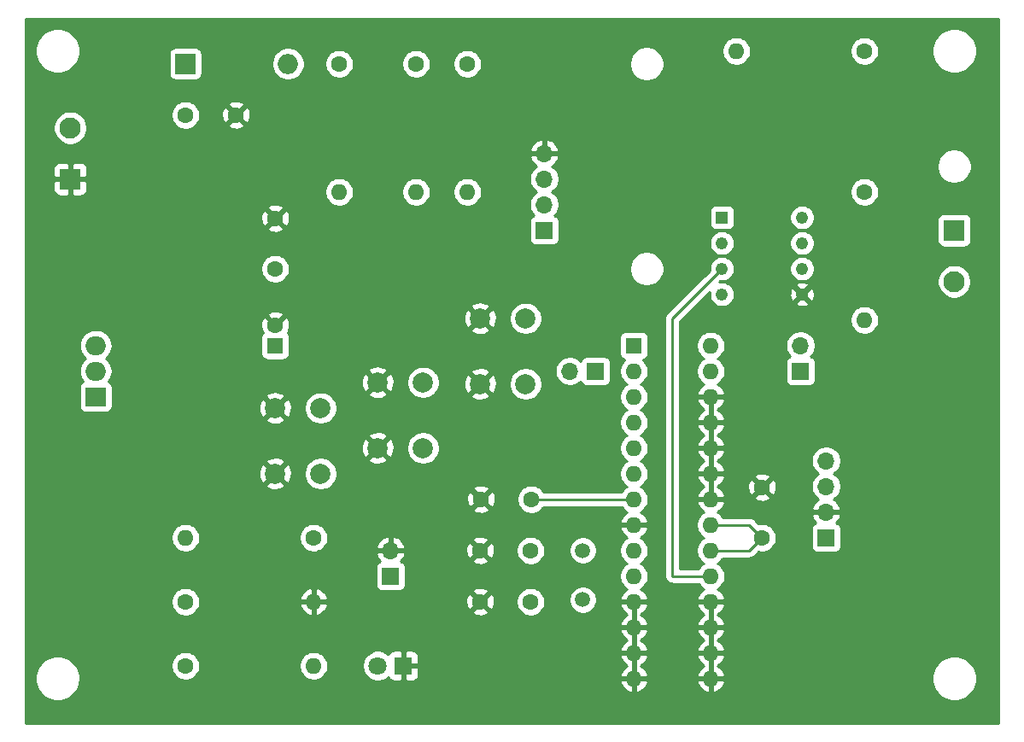
<source format=gbr>
%TF.GenerationSoftware,KiCad,Pcbnew,(5.1.6)-1*%
%TF.CreationDate,2020-10-28T22:27:10+01:00*%
%TF.ProjectId,Basic_Clock,42617369-635f-4436-9c6f-636b2e6b6963,rev?*%
%TF.SameCoordinates,Original*%
%TF.FileFunction,Copper,L2,Bot*%
%TF.FilePolarity,Positive*%
%FSLAX46Y46*%
G04 Gerber Fmt 4.6, Leading zero omitted, Abs format (unit mm)*
G04 Created by KiCad (PCBNEW (5.1.6)-1) date 2020-10-28 22:27:10*
%MOMM*%
%LPD*%
G01*
G04 APERTURE LIST*
%TA.AperFunction,ComponentPad*%
%ADD10C,1.220000*%
%TD*%
%TA.AperFunction,ComponentPad*%
%ADD11R,1.220000X1.220000*%
%TD*%
%TA.AperFunction,ComponentPad*%
%ADD12O,1.600000X1.600000*%
%TD*%
%TA.AperFunction,ComponentPad*%
%ADD13C,1.600000*%
%TD*%
%TA.AperFunction,ComponentPad*%
%ADD14C,2.100000*%
%TD*%
%TA.AperFunction,ComponentPad*%
%ADD15R,2.100000X2.100000*%
%TD*%
%TA.AperFunction,ComponentPad*%
%ADD16O,1.700000X1.700000*%
%TD*%
%TA.AperFunction,ComponentPad*%
%ADD17R,1.700000X1.700000*%
%TD*%
%TA.AperFunction,ComponentPad*%
%ADD18C,2.000000*%
%TD*%
%TA.AperFunction,ComponentPad*%
%ADD19C,1.500000*%
%TD*%
%TA.AperFunction,ComponentPad*%
%ADD20O,2.000000X1.905000*%
%TD*%
%TA.AperFunction,ComponentPad*%
%ADD21R,2.000000X1.905000*%
%TD*%
%TA.AperFunction,ComponentPad*%
%ADD22C,1.800000*%
%TD*%
%TA.AperFunction,ComponentPad*%
%ADD23R,1.800000X1.800000*%
%TD*%
%TA.AperFunction,ComponentPad*%
%ADD24R,1.600000X1.600000*%
%TD*%
%TA.AperFunction,ComponentPad*%
%ADD25R,2.000000X2.000000*%
%TD*%
%TA.AperFunction,ComponentPad*%
%ADD26O,2.000000X2.000000*%
%TD*%
%TA.AperFunction,ViaPad*%
%ADD27C,0.800000*%
%TD*%
%TA.AperFunction,Conductor*%
%ADD28C,0.250000*%
%TD*%
%TA.AperFunction,Conductor*%
%ADD29C,0.254000*%
%TD*%
G04 APERTURE END LIST*
D10*
%TO.P,U3,8*%
%TO.N,+5V*%
X114460000Y-124460000D03*
%TO.P,U3,7*%
%TO.N,Net-(J3-Pad1)*%
X114460000Y-127000000D03*
%TO.P,U3,6*%
%TO.N,Net-(J3-Pad2)*%
X114460000Y-129540000D03*
%TO.P,U3,5*%
%TO.N,GND*%
X114460000Y-132080000D03*
%TO.P,U3,4*%
%TO.N,/TX*%
X106520000Y-132080000D03*
%TO.P,U3,3*%
%TO.N,/TXDE*%
X106520000Y-129540000D03*
%TO.P,U3,2*%
X106520000Y-127000000D03*
D11*
%TO.P,U3,1*%
%TO.N,/RX*%
X106520000Y-124460000D03*
%TD*%
D12*
%TO.P,R8,2*%
%TO.N,Net-(J3-Pad2)*%
X120650000Y-134620000D03*
D13*
%TO.P,R8,1*%
%TO.N,Net-(J3-Pad1)*%
X120650000Y-121920000D03*
%TD*%
D14*
%TO.P,J3,2*%
%TO.N,Net-(J3-Pad2)*%
X129540000Y-130810000D03*
D15*
%TO.P,J3,1*%
%TO.N,Net-(J3-Pad1)*%
X129540000Y-125730000D03*
%TD*%
D16*
%TO.P,J_UART1,2*%
%TO.N,/TX*%
X91440000Y-139700000D03*
D17*
%TO.P,J_UART1,1*%
%TO.N,/RX*%
X93980000Y-139700000D03*
%TD*%
D16*
%TO.P,J_POWER1,2*%
%TO.N,GND*%
X73660000Y-157480000D03*
D17*
%TO.P,J_POWER1,1*%
%TO.N,+5V*%
X73660000Y-160020000D03*
%TD*%
D16*
%TO.P,J_I2C1,2*%
%TO.N,/SCL*%
X114300000Y-137160000D03*
D17*
%TO.P,J_I2C1,1*%
%TO.N,/SDA*%
X114300000Y-139700000D03*
%TD*%
D13*
%TO.P,C5,2*%
%TO.N,GND*%
X62230000Y-124540000D03*
%TO.P,C5,1*%
%TO.N,+5V*%
X62230000Y-129540000D03*
%TD*%
D18*
%TO.P,SW4,1*%
%TO.N,GND*%
X62230000Y-143360000D03*
%TO.P,SW4,2*%
%TO.N,/PIN4*%
X66730000Y-143360000D03*
%TO.P,SW4,1*%
%TO.N,GND*%
X62230000Y-149860000D03*
%TO.P,SW4,2*%
%TO.N,/PIN4*%
X66730000Y-149860000D03*
%TD*%
D16*
%TO.P,J2,4*%
%TO.N,GND*%
X88900000Y-118110000D03*
%TO.P,J2,3*%
%TO.N,+5V*%
X88900000Y-120650000D03*
%TO.P,J2,2*%
%TO.N,/RX*%
X88900000Y-123190000D03*
D17*
%TO.P,J2,1*%
%TO.N,/TX*%
X88900000Y-125730000D03*
%TD*%
D16*
%TO.P,J1,4*%
%TO.N,/SDA*%
X116840000Y-148590000D03*
%TO.P,J1,3*%
%TO.N,/SCL*%
X116840000Y-151130000D03*
%TO.P,J1,2*%
%TO.N,GND*%
X116840000Y-153670000D03*
D17*
%TO.P,J1,1*%
%TO.N,+5V*%
X116840000Y-156210000D03*
%TD*%
D19*
%TO.P,Y1,2*%
%TO.N,Net-(C2-Pad2)*%
X92710000Y-162360000D03*
%TO.P,Y1,1*%
%TO.N,Net-(C1-Pad2)*%
X92710000Y-157480000D03*
%TD*%
D20*
%TO.P,U1,3*%
%TO.N,+28V*%
X44450000Y-137160000D03*
%TO.P,U1,2*%
%TO.N,+5V*%
X44450000Y-139700000D03*
D21*
%TO.P,U1,1*%
%TO.N,Net-(R1-Pad2)*%
X44450000Y-142240000D03*
%TD*%
D18*
%TO.P,SW3,1*%
%TO.N,GND*%
X72390000Y-140820000D03*
%TO.P,SW3,2*%
%TO.N,/PIN3*%
X76890000Y-140820000D03*
%TO.P,SW3,1*%
%TO.N,GND*%
X72390000Y-147320000D03*
%TO.P,SW3,2*%
%TO.N,/PIN3*%
X76890000Y-147320000D03*
%TD*%
%TO.P,SW2,1*%
%TO.N,GND*%
X82550000Y-134470000D03*
%TO.P,SW2,2*%
%TO.N,/PIN2*%
X87050000Y-134470000D03*
%TO.P,SW2,1*%
%TO.N,GND*%
X82550000Y-140970000D03*
%TO.P,SW2,2*%
%TO.N,/PIN2*%
X87050000Y-140970000D03*
%TD*%
D22*
%TO.P,D1,2*%
%TO.N,Net-(D1-Pad2)*%
X72390000Y-168910000D03*
D23*
%TO.P,D1,1*%
%TO.N,GND*%
X74930000Y-168910000D03*
%TD*%
D13*
%TO.P,C1,2*%
%TO.N,Net-(C1-Pad2)*%
X87550000Y-157480000D03*
%TO.P,C1,1*%
%TO.N,GND*%
X82550000Y-157480000D03*
%TD*%
%TO.P,C2,1*%
%TO.N,GND*%
X82550000Y-162560000D03*
%TO.P,C2,2*%
%TO.N,Net-(C2-Pad2)*%
X87550000Y-162560000D03*
%TD*%
%TO.P,C3,1*%
%TO.N,+28V*%
X53340000Y-114300000D03*
%TO.P,C3,2*%
%TO.N,GND*%
X58340000Y-114300000D03*
%TD*%
D24*
%TO.P,C4,1*%
%TO.N,+5V*%
X62230000Y-137160000D03*
D13*
%TO.P,C4,2*%
%TO.N,GND*%
X62230000Y-135160000D03*
%TD*%
%TO.P,C6,1*%
%TO.N,+5V*%
X110490000Y-156210000D03*
%TO.P,C6,2*%
%TO.N,GND*%
X110490000Y-151210000D03*
%TD*%
%TO.P,C7,2*%
%TO.N,GND*%
X82630000Y-152400000D03*
%TO.P,C7,1*%
%TO.N,+5V*%
X87630000Y-152400000D03*
%TD*%
D24*
%TO.P,U2,1*%
%TO.N,Net-(R7-Pad2)*%
X97790000Y-137160000D03*
D12*
%TO.P,U2,15*%
%TO.N,GND*%
X105410000Y-170180000D03*
%TO.P,U2,2*%
%TO.N,/RX*%
X97790000Y-139700000D03*
%TO.P,U2,16*%
%TO.N,GND*%
X105410000Y-167640000D03*
%TO.P,U2,3*%
%TO.N,/TX*%
X97790000Y-142240000D03*
%TO.P,U2,17*%
%TO.N,GND*%
X105410000Y-165100000D03*
%TO.P,U2,4*%
%TO.N,/PIN2*%
X97790000Y-144780000D03*
%TO.P,U2,18*%
%TO.N,GND*%
X105410000Y-162560000D03*
%TO.P,U2,5*%
%TO.N,/PIN3*%
X97790000Y-147320000D03*
%TO.P,U2,19*%
%TO.N,/TXDE*%
X105410000Y-160020000D03*
%TO.P,U2,6*%
%TO.N,/PIN4*%
X97790000Y-149860000D03*
%TO.P,U2,20*%
%TO.N,+5V*%
X105410000Y-157480000D03*
%TO.P,U2,7*%
X97790000Y-152400000D03*
%TO.P,U2,21*%
X105410000Y-154940000D03*
%TO.P,U2,8*%
%TO.N,GND*%
X97790000Y-154940000D03*
%TO.P,U2,22*%
X105410000Y-152400000D03*
%TO.P,U2,9*%
%TO.N,Net-(C1-Pad2)*%
X97790000Y-157480000D03*
%TO.P,U2,23*%
%TO.N,GND*%
X105410000Y-149860000D03*
%TO.P,U2,10*%
%TO.N,Net-(C2-Pad2)*%
X97790000Y-160020000D03*
%TO.P,U2,24*%
%TO.N,GND*%
X105410000Y-147320000D03*
%TO.P,U2,11*%
X97790000Y-162560000D03*
%TO.P,U2,25*%
X105410000Y-144780000D03*
%TO.P,U2,12*%
X97790000Y-165100000D03*
%TO.P,U2,26*%
X105410000Y-142240000D03*
%TO.P,U2,13*%
X97790000Y-167640000D03*
%TO.P,U2,27*%
%TO.N,/SDA*%
X105410000Y-139700000D03*
%TO.P,U2,14*%
%TO.N,GND*%
X97790000Y-170180000D03*
%TO.P,U2,28*%
%TO.N,/SCL*%
X105410000Y-137160000D03*
%TD*%
D25*
%TO.P,D2,1*%
%TO.N,+28V*%
X53340000Y-109220000D03*
D26*
%TO.P,D2,2*%
%TO.N,+5V*%
X63500000Y-109220000D03*
%TD*%
D13*
%TO.P,R1,1*%
%TO.N,+5V*%
X66040000Y-156210000D03*
D12*
%TO.P,R1,2*%
%TO.N,Net-(R1-Pad2)*%
X53340000Y-156210000D03*
%TD*%
%TO.P,R2,2*%
%TO.N,GND*%
X66040000Y-162560000D03*
D13*
%TO.P,R2,1*%
%TO.N,Net-(R1-Pad2)*%
X53340000Y-162560000D03*
%TD*%
%TO.P,R3,1*%
%TO.N,+5V*%
X53340000Y-168910000D03*
D12*
%TO.P,R3,2*%
%TO.N,Net-(D1-Pad2)*%
X66040000Y-168910000D03*
%TD*%
%TO.P,R4,2*%
%TO.N,/PIN2*%
X81280000Y-121920000D03*
D13*
%TO.P,R4,1*%
%TO.N,+5V*%
X81280000Y-109220000D03*
%TD*%
%TO.P,R5,1*%
%TO.N,+5V*%
X76200000Y-109220000D03*
D12*
%TO.P,R5,2*%
%TO.N,/PIN3*%
X76200000Y-121920000D03*
%TD*%
%TO.P,R6,2*%
%TO.N,/PIN4*%
X68580000Y-121920000D03*
D13*
%TO.P,R6,1*%
%TO.N,+5V*%
X68580000Y-109220000D03*
%TD*%
D15*
%TO.P,J4,1*%
%TO.N,GND*%
X41910000Y-120650000D03*
D14*
%TO.P,J4,2*%
%TO.N,+28V*%
X41910000Y-115570000D03*
%TD*%
D13*
%TO.P,R7,1*%
%TO.N,+5V*%
X120650000Y-107950000D03*
D12*
%TO.P,R7,2*%
%TO.N,Net-(R7-Pad2)*%
X107950000Y-107950000D03*
%TD*%
D27*
%TO.N,GND*%
X105410000Y-167640000D03*
X105410000Y-170180000D03*
%TD*%
D28*
%TO.N,+5V*%
X97790000Y-152400000D02*
X87630000Y-152400000D01*
X105410000Y-154940000D02*
X109220000Y-154940000D01*
X109220000Y-154940000D02*
X110490000Y-156210000D01*
X110490000Y-156210000D02*
X109220000Y-157480000D01*
X109220000Y-157480000D02*
X105410000Y-157480000D01*
%TO.N,/PIN2*%
X97584999Y-144574999D02*
X97790000Y-144780000D01*
%TO.N,/TXDE*%
X106520000Y-129540000D02*
X101600000Y-134460000D01*
X101600000Y-134460000D02*
X101600000Y-160020000D01*
X101600000Y-160020000D02*
X105410000Y-160020000D01*
%TD*%
D29*
%TO.N,GND*%
G36*
X133960001Y-174600000D02*
G01*
X37490000Y-174600000D01*
X37490000Y-169959872D01*
X38405000Y-169959872D01*
X38405000Y-170400128D01*
X38490890Y-170831925D01*
X38659369Y-171238669D01*
X38903962Y-171604729D01*
X39215271Y-171916038D01*
X39581331Y-172160631D01*
X39988075Y-172329110D01*
X40419872Y-172415000D01*
X40860128Y-172415000D01*
X41291925Y-172329110D01*
X41698669Y-172160631D01*
X42064729Y-171916038D01*
X42376038Y-171604729D01*
X42620631Y-171238669D01*
X42789110Y-170831925D01*
X42849357Y-170529039D01*
X96398096Y-170529039D01*
X96438754Y-170663087D01*
X96558963Y-170917420D01*
X96726481Y-171143414D01*
X96934869Y-171332385D01*
X97176119Y-171477070D01*
X97440960Y-171571909D01*
X97663000Y-171450624D01*
X97663000Y-170307000D01*
X97917000Y-170307000D01*
X97917000Y-171450624D01*
X98139040Y-171571909D01*
X98403881Y-171477070D01*
X98645131Y-171332385D01*
X98853519Y-171143414D01*
X99021037Y-170917420D01*
X99141246Y-170663087D01*
X99181904Y-170529039D01*
X104018096Y-170529039D01*
X104058754Y-170663087D01*
X104178963Y-170917420D01*
X104346481Y-171143414D01*
X104554869Y-171332385D01*
X104796119Y-171477070D01*
X105060960Y-171571909D01*
X105283000Y-171450624D01*
X105283000Y-170307000D01*
X105537000Y-170307000D01*
X105537000Y-171450624D01*
X105759040Y-171571909D01*
X106023881Y-171477070D01*
X106265131Y-171332385D01*
X106473519Y-171143414D01*
X106641037Y-170917420D01*
X106761246Y-170663087D01*
X106801904Y-170529039D01*
X106679915Y-170307000D01*
X105537000Y-170307000D01*
X105283000Y-170307000D01*
X104140085Y-170307000D01*
X104018096Y-170529039D01*
X99181904Y-170529039D01*
X99059915Y-170307000D01*
X97917000Y-170307000D01*
X97663000Y-170307000D01*
X96520085Y-170307000D01*
X96398096Y-170529039D01*
X42849357Y-170529039D01*
X42875000Y-170400128D01*
X42875000Y-169959872D01*
X42789110Y-169528075D01*
X42620631Y-169121331D01*
X42384988Y-168768665D01*
X51905000Y-168768665D01*
X51905000Y-169051335D01*
X51960147Y-169328574D01*
X52068320Y-169589727D01*
X52225363Y-169824759D01*
X52425241Y-170024637D01*
X52660273Y-170181680D01*
X52921426Y-170289853D01*
X53198665Y-170345000D01*
X53481335Y-170345000D01*
X53758574Y-170289853D01*
X54019727Y-170181680D01*
X54254759Y-170024637D01*
X54454637Y-169824759D01*
X54611680Y-169589727D01*
X54719853Y-169328574D01*
X54775000Y-169051335D01*
X54775000Y-168768665D01*
X64605000Y-168768665D01*
X64605000Y-169051335D01*
X64660147Y-169328574D01*
X64768320Y-169589727D01*
X64925363Y-169824759D01*
X65125241Y-170024637D01*
X65360273Y-170181680D01*
X65621426Y-170289853D01*
X65898665Y-170345000D01*
X66181335Y-170345000D01*
X66458574Y-170289853D01*
X66719727Y-170181680D01*
X66954759Y-170024637D01*
X67154637Y-169824759D01*
X67311680Y-169589727D01*
X67419853Y-169328574D01*
X67475000Y-169051335D01*
X67475000Y-168768665D01*
X67473041Y-168758816D01*
X70855000Y-168758816D01*
X70855000Y-169061184D01*
X70913989Y-169357743D01*
X71029701Y-169637095D01*
X71197688Y-169888505D01*
X71411495Y-170102312D01*
X71662905Y-170270299D01*
X71942257Y-170386011D01*
X72238816Y-170445000D01*
X72541184Y-170445000D01*
X72837743Y-170386011D01*
X73117095Y-170270299D01*
X73368505Y-170102312D01*
X73434944Y-170035873D01*
X73440498Y-170054180D01*
X73499463Y-170164494D01*
X73578815Y-170261185D01*
X73675506Y-170340537D01*
X73785820Y-170399502D01*
X73905518Y-170435812D01*
X74030000Y-170448072D01*
X74644250Y-170445000D01*
X74803000Y-170286250D01*
X74803000Y-169037000D01*
X75057000Y-169037000D01*
X75057000Y-170286250D01*
X75215750Y-170445000D01*
X75830000Y-170448072D01*
X75954482Y-170435812D01*
X76074180Y-170399502D01*
X76184494Y-170340537D01*
X76281185Y-170261185D01*
X76360537Y-170164494D01*
X76419502Y-170054180D01*
X76455812Y-169934482D01*
X76468072Y-169810000D01*
X76465000Y-169195750D01*
X76306250Y-169037000D01*
X75057000Y-169037000D01*
X74803000Y-169037000D01*
X74783000Y-169037000D01*
X74783000Y-168783000D01*
X74803000Y-168783000D01*
X74803000Y-167533750D01*
X75057000Y-167533750D01*
X75057000Y-168783000D01*
X76306250Y-168783000D01*
X76465000Y-168624250D01*
X76468072Y-168010000D01*
X76466008Y-167989039D01*
X96398096Y-167989039D01*
X96438754Y-168123087D01*
X96558963Y-168377420D01*
X96726481Y-168603414D01*
X96934869Y-168792385D01*
X97130982Y-168910000D01*
X96934869Y-169027615D01*
X96726481Y-169216586D01*
X96558963Y-169442580D01*
X96438754Y-169696913D01*
X96398096Y-169830961D01*
X96520085Y-170053000D01*
X97663000Y-170053000D01*
X97663000Y-167767000D01*
X97917000Y-167767000D01*
X97917000Y-170053000D01*
X99059915Y-170053000D01*
X99181904Y-169830961D01*
X99141246Y-169696913D01*
X99021037Y-169442580D01*
X98853519Y-169216586D01*
X98645131Y-169027615D01*
X98449018Y-168910000D01*
X98645131Y-168792385D01*
X98853519Y-168603414D01*
X99021037Y-168377420D01*
X99141246Y-168123087D01*
X99181904Y-167989039D01*
X104018096Y-167989039D01*
X104058754Y-168123087D01*
X104178963Y-168377420D01*
X104346481Y-168603414D01*
X104554869Y-168792385D01*
X104750982Y-168910000D01*
X104554869Y-169027615D01*
X104346481Y-169216586D01*
X104178963Y-169442580D01*
X104058754Y-169696913D01*
X104018096Y-169830961D01*
X104140085Y-170053000D01*
X105283000Y-170053000D01*
X105283000Y-167767000D01*
X105537000Y-167767000D01*
X105537000Y-170053000D01*
X106679915Y-170053000D01*
X106731079Y-169959872D01*
X127305000Y-169959872D01*
X127305000Y-170400128D01*
X127390890Y-170831925D01*
X127559369Y-171238669D01*
X127803962Y-171604729D01*
X128115271Y-171916038D01*
X128481331Y-172160631D01*
X128888075Y-172329110D01*
X129319872Y-172415000D01*
X129760128Y-172415000D01*
X130191925Y-172329110D01*
X130598669Y-172160631D01*
X130964729Y-171916038D01*
X131276038Y-171604729D01*
X131520631Y-171238669D01*
X131689110Y-170831925D01*
X131775000Y-170400128D01*
X131775000Y-169959872D01*
X131689110Y-169528075D01*
X131520631Y-169121331D01*
X131276038Y-168755271D01*
X130964729Y-168443962D01*
X130598669Y-168199369D01*
X130191925Y-168030890D01*
X129760128Y-167945000D01*
X129319872Y-167945000D01*
X128888075Y-168030890D01*
X128481331Y-168199369D01*
X128115271Y-168443962D01*
X127803962Y-168755271D01*
X127559369Y-169121331D01*
X127390890Y-169528075D01*
X127305000Y-169959872D01*
X106731079Y-169959872D01*
X106801904Y-169830961D01*
X106761246Y-169696913D01*
X106641037Y-169442580D01*
X106473519Y-169216586D01*
X106265131Y-169027615D01*
X106069018Y-168910000D01*
X106265131Y-168792385D01*
X106473519Y-168603414D01*
X106641037Y-168377420D01*
X106761246Y-168123087D01*
X106801904Y-167989039D01*
X106679915Y-167767000D01*
X105537000Y-167767000D01*
X105283000Y-167767000D01*
X104140085Y-167767000D01*
X104018096Y-167989039D01*
X99181904Y-167989039D01*
X99059915Y-167767000D01*
X97917000Y-167767000D01*
X97663000Y-167767000D01*
X96520085Y-167767000D01*
X96398096Y-167989039D01*
X76466008Y-167989039D01*
X76455812Y-167885518D01*
X76419502Y-167765820D01*
X76360537Y-167655506D01*
X76281185Y-167558815D01*
X76184494Y-167479463D01*
X76074180Y-167420498D01*
X75954482Y-167384188D01*
X75830000Y-167371928D01*
X75215750Y-167375000D01*
X75057000Y-167533750D01*
X74803000Y-167533750D01*
X74644250Y-167375000D01*
X74030000Y-167371928D01*
X73905518Y-167384188D01*
X73785820Y-167420498D01*
X73675506Y-167479463D01*
X73578815Y-167558815D01*
X73499463Y-167655506D01*
X73440498Y-167765820D01*
X73434944Y-167784127D01*
X73368505Y-167717688D01*
X73117095Y-167549701D01*
X72837743Y-167433989D01*
X72541184Y-167375000D01*
X72238816Y-167375000D01*
X71942257Y-167433989D01*
X71662905Y-167549701D01*
X71411495Y-167717688D01*
X71197688Y-167931495D01*
X71029701Y-168182905D01*
X70913989Y-168462257D01*
X70855000Y-168758816D01*
X67473041Y-168758816D01*
X67419853Y-168491426D01*
X67311680Y-168230273D01*
X67154637Y-167995241D01*
X66954759Y-167795363D01*
X66719727Y-167638320D01*
X66458574Y-167530147D01*
X66181335Y-167475000D01*
X65898665Y-167475000D01*
X65621426Y-167530147D01*
X65360273Y-167638320D01*
X65125241Y-167795363D01*
X64925363Y-167995241D01*
X64768320Y-168230273D01*
X64660147Y-168491426D01*
X64605000Y-168768665D01*
X54775000Y-168768665D01*
X54719853Y-168491426D01*
X54611680Y-168230273D01*
X54454637Y-167995241D01*
X54254759Y-167795363D01*
X54019727Y-167638320D01*
X53758574Y-167530147D01*
X53481335Y-167475000D01*
X53198665Y-167475000D01*
X52921426Y-167530147D01*
X52660273Y-167638320D01*
X52425241Y-167795363D01*
X52225363Y-167995241D01*
X52068320Y-168230273D01*
X51960147Y-168491426D01*
X51905000Y-168768665D01*
X42384988Y-168768665D01*
X42376038Y-168755271D01*
X42064729Y-168443962D01*
X41698669Y-168199369D01*
X41291925Y-168030890D01*
X40860128Y-167945000D01*
X40419872Y-167945000D01*
X39988075Y-168030890D01*
X39581331Y-168199369D01*
X39215271Y-168443962D01*
X38903962Y-168755271D01*
X38659369Y-169121331D01*
X38490890Y-169528075D01*
X38405000Y-169959872D01*
X37490000Y-169959872D01*
X37490000Y-165449039D01*
X96398096Y-165449039D01*
X96438754Y-165583087D01*
X96558963Y-165837420D01*
X96726481Y-166063414D01*
X96934869Y-166252385D01*
X97130982Y-166370000D01*
X96934869Y-166487615D01*
X96726481Y-166676586D01*
X96558963Y-166902580D01*
X96438754Y-167156913D01*
X96398096Y-167290961D01*
X96520085Y-167513000D01*
X97663000Y-167513000D01*
X97663000Y-165227000D01*
X97917000Y-165227000D01*
X97917000Y-167513000D01*
X99059915Y-167513000D01*
X99181904Y-167290961D01*
X99141246Y-167156913D01*
X99021037Y-166902580D01*
X98853519Y-166676586D01*
X98645131Y-166487615D01*
X98449018Y-166370000D01*
X98645131Y-166252385D01*
X98853519Y-166063414D01*
X99021037Y-165837420D01*
X99141246Y-165583087D01*
X99181904Y-165449039D01*
X104018096Y-165449039D01*
X104058754Y-165583087D01*
X104178963Y-165837420D01*
X104346481Y-166063414D01*
X104554869Y-166252385D01*
X104750982Y-166370000D01*
X104554869Y-166487615D01*
X104346481Y-166676586D01*
X104178963Y-166902580D01*
X104058754Y-167156913D01*
X104018096Y-167290961D01*
X104140085Y-167513000D01*
X105283000Y-167513000D01*
X105283000Y-165227000D01*
X105537000Y-165227000D01*
X105537000Y-167513000D01*
X106679915Y-167513000D01*
X106801904Y-167290961D01*
X106761246Y-167156913D01*
X106641037Y-166902580D01*
X106473519Y-166676586D01*
X106265131Y-166487615D01*
X106069018Y-166370000D01*
X106265131Y-166252385D01*
X106473519Y-166063414D01*
X106641037Y-165837420D01*
X106761246Y-165583087D01*
X106801904Y-165449039D01*
X106679915Y-165227000D01*
X105537000Y-165227000D01*
X105283000Y-165227000D01*
X104140085Y-165227000D01*
X104018096Y-165449039D01*
X99181904Y-165449039D01*
X99059915Y-165227000D01*
X97917000Y-165227000D01*
X97663000Y-165227000D01*
X96520085Y-165227000D01*
X96398096Y-165449039D01*
X37490000Y-165449039D01*
X37490000Y-162418665D01*
X51905000Y-162418665D01*
X51905000Y-162701335D01*
X51960147Y-162978574D01*
X52068320Y-163239727D01*
X52225363Y-163474759D01*
X52425241Y-163674637D01*
X52660273Y-163831680D01*
X52921426Y-163939853D01*
X53198665Y-163995000D01*
X53481335Y-163995000D01*
X53758574Y-163939853D01*
X54019727Y-163831680D01*
X54254759Y-163674637D01*
X54454637Y-163474759D01*
X54611680Y-163239727D01*
X54719853Y-162978574D01*
X54733684Y-162909039D01*
X64648096Y-162909039D01*
X64688754Y-163043087D01*
X64808963Y-163297420D01*
X64976481Y-163523414D01*
X65184869Y-163712385D01*
X65426119Y-163857070D01*
X65690960Y-163951909D01*
X65913000Y-163830624D01*
X65913000Y-162687000D01*
X66167000Y-162687000D01*
X66167000Y-163830624D01*
X66389040Y-163951909D01*
X66653881Y-163857070D01*
X66895131Y-163712385D01*
X67071221Y-163552702D01*
X81736903Y-163552702D01*
X81808486Y-163796671D01*
X82063996Y-163917571D01*
X82338184Y-163986300D01*
X82620512Y-164000217D01*
X82900130Y-163958787D01*
X83166292Y-163863603D01*
X83291514Y-163796671D01*
X83363097Y-163552702D01*
X82550000Y-162739605D01*
X81736903Y-163552702D01*
X67071221Y-163552702D01*
X67103519Y-163523414D01*
X67271037Y-163297420D01*
X67391246Y-163043087D01*
X67431904Y-162909039D01*
X67309915Y-162687000D01*
X66167000Y-162687000D01*
X65913000Y-162687000D01*
X64770085Y-162687000D01*
X64648096Y-162909039D01*
X54733684Y-162909039D01*
X54775000Y-162701335D01*
X54775000Y-162630512D01*
X81109783Y-162630512D01*
X81151213Y-162910130D01*
X81246397Y-163176292D01*
X81313329Y-163301514D01*
X81557298Y-163373097D01*
X82370395Y-162560000D01*
X82729605Y-162560000D01*
X83542702Y-163373097D01*
X83786671Y-163301514D01*
X83907571Y-163046004D01*
X83976300Y-162771816D01*
X83990217Y-162489488D01*
X83979724Y-162418665D01*
X86115000Y-162418665D01*
X86115000Y-162701335D01*
X86170147Y-162978574D01*
X86278320Y-163239727D01*
X86435363Y-163474759D01*
X86635241Y-163674637D01*
X86870273Y-163831680D01*
X87131426Y-163939853D01*
X87408665Y-163995000D01*
X87691335Y-163995000D01*
X87968574Y-163939853D01*
X88229727Y-163831680D01*
X88464759Y-163674637D01*
X88664637Y-163474759D01*
X88821680Y-163239727D01*
X88929853Y-162978574D01*
X88985000Y-162701335D01*
X88985000Y-162418665D01*
X88946197Y-162223589D01*
X91325000Y-162223589D01*
X91325000Y-162496411D01*
X91378225Y-162763989D01*
X91482629Y-163016043D01*
X91634201Y-163242886D01*
X91827114Y-163435799D01*
X92053957Y-163587371D01*
X92306011Y-163691775D01*
X92573589Y-163745000D01*
X92846411Y-163745000D01*
X93113989Y-163691775D01*
X93366043Y-163587371D01*
X93592886Y-163435799D01*
X93785799Y-163242886D01*
X93937371Y-163016043D01*
X93981693Y-162909039D01*
X96398096Y-162909039D01*
X96438754Y-163043087D01*
X96558963Y-163297420D01*
X96726481Y-163523414D01*
X96934869Y-163712385D01*
X97130982Y-163830000D01*
X96934869Y-163947615D01*
X96726481Y-164136586D01*
X96558963Y-164362580D01*
X96438754Y-164616913D01*
X96398096Y-164750961D01*
X96520085Y-164973000D01*
X97663000Y-164973000D01*
X97663000Y-162687000D01*
X97917000Y-162687000D01*
X97917000Y-164973000D01*
X99059915Y-164973000D01*
X99181904Y-164750961D01*
X99141246Y-164616913D01*
X99021037Y-164362580D01*
X98853519Y-164136586D01*
X98645131Y-163947615D01*
X98449018Y-163830000D01*
X98645131Y-163712385D01*
X98853519Y-163523414D01*
X99021037Y-163297420D01*
X99141246Y-163043087D01*
X99181904Y-162909039D01*
X104018096Y-162909039D01*
X104058754Y-163043087D01*
X104178963Y-163297420D01*
X104346481Y-163523414D01*
X104554869Y-163712385D01*
X104750982Y-163830000D01*
X104554869Y-163947615D01*
X104346481Y-164136586D01*
X104178963Y-164362580D01*
X104058754Y-164616913D01*
X104018096Y-164750961D01*
X104140085Y-164973000D01*
X105283000Y-164973000D01*
X105283000Y-162687000D01*
X105537000Y-162687000D01*
X105537000Y-164973000D01*
X106679915Y-164973000D01*
X106801904Y-164750961D01*
X106761246Y-164616913D01*
X106641037Y-164362580D01*
X106473519Y-164136586D01*
X106265131Y-163947615D01*
X106069018Y-163830000D01*
X106265131Y-163712385D01*
X106473519Y-163523414D01*
X106641037Y-163297420D01*
X106761246Y-163043087D01*
X106801904Y-162909039D01*
X106679915Y-162687000D01*
X105537000Y-162687000D01*
X105283000Y-162687000D01*
X104140085Y-162687000D01*
X104018096Y-162909039D01*
X99181904Y-162909039D01*
X99059915Y-162687000D01*
X97917000Y-162687000D01*
X97663000Y-162687000D01*
X96520085Y-162687000D01*
X96398096Y-162909039D01*
X93981693Y-162909039D01*
X94041775Y-162763989D01*
X94095000Y-162496411D01*
X94095000Y-162223589D01*
X94041775Y-161956011D01*
X93937371Y-161703957D01*
X93785799Y-161477114D01*
X93592886Y-161284201D01*
X93366043Y-161132629D01*
X93113989Y-161028225D01*
X92846411Y-160975000D01*
X92573589Y-160975000D01*
X92306011Y-161028225D01*
X92053957Y-161132629D01*
X91827114Y-161284201D01*
X91634201Y-161477114D01*
X91482629Y-161703957D01*
X91378225Y-161956011D01*
X91325000Y-162223589D01*
X88946197Y-162223589D01*
X88929853Y-162141426D01*
X88821680Y-161880273D01*
X88664637Y-161645241D01*
X88464759Y-161445363D01*
X88229727Y-161288320D01*
X87968574Y-161180147D01*
X87691335Y-161125000D01*
X87408665Y-161125000D01*
X87131426Y-161180147D01*
X86870273Y-161288320D01*
X86635241Y-161445363D01*
X86435363Y-161645241D01*
X86278320Y-161880273D01*
X86170147Y-162141426D01*
X86115000Y-162418665D01*
X83979724Y-162418665D01*
X83948787Y-162209870D01*
X83853603Y-161943708D01*
X83786671Y-161818486D01*
X83542702Y-161746903D01*
X82729605Y-162560000D01*
X82370395Y-162560000D01*
X81557298Y-161746903D01*
X81313329Y-161818486D01*
X81192429Y-162073996D01*
X81123700Y-162348184D01*
X81109783Y-162630512D01*
X54775000Y-162630512D01*
X54775000Y-162418665D01*
X54733685Y-162210961D01*
X64648096Y-162210961D01*
X64770085Y-162433000D01*
X65913000Y-162433000D01*
X65913000Y-161289376D01*
X66167000Y-161289376D01*
X66167000Y-162433000D01*
X67309915Y-162433000D01*
X67431904Y-162210961D01*
X67391246Y-162076913D01*
X67271037Y-161822580D01*
X67103519Y-161596586D01*
X67071222Y-161567298D01*
X81736903Y-161567298D01*
X82550000Y-162380395D01*
X83363097Y-161567298D01*
X83291514Y-161323329D01*
X83036004Y-161202429D01*
X82761816Y-161133700D01*
X82479488Y-161119783D01*
X82199870Y-161161213D01*
X81933708Y-161256397D01*
X81808486Y-161323329D01*
X81736903Y-161567298D01*
X67071222Y-161567298D01*
X66895131Y-161407615D01*
X66653881Y-161262930D01*
X66389040Y-161168091D01*
X66167000Y-161289376D01*
X65913000Y-161289376D01*
X65690960Y-161168091D01*
X65426119Y-161262930D01*
X65184869Y-161407615D01*
X64976481Y-161596586D01*
X64808963Y-161822580D01*
X64688754Y-162076913D01*
X64648096Y-162210961D01*
X54733685Y-162210961D01*
X54719853Y-162141426D01*
X54611680Y-161880273D01*
X54454637Y-161645241D01*
X54254759Y-161445363D01*
X54019727Y-161288320D01*
X53758574Y-161180147D01*
X53481335Y-161125000D01*
X53198665Y-161125000D01*
X52921426Y-161180147D01*
X52660273Y-161288320D01*
X52425241Y-161445363D01*
X52225363Y-161645241D01*
X52068320Y-161880273D01*
X51960147Y-162141426D01*
X51905000Y-162418665D01*
X37490000Y-162418665D01*
X37490000Y-159170000D01*
X72171928Y-159170000D01*
X72171928Y-160870000D01*
X72184188Y-160994482D01*
X72220498Y-161114180D01*
X72279463Y-161224494D01*
X72358815Y-161321185D01*
X72455506Y-161400537D01*
X72565820Y-161459502D01*
X72685518Y-161495812D01*
X72810000Y-161508072D01*
X74510000Y-161508072D01*
X74634482Y-161495812D01*
X74754180Y-161459502D01*
X74864494Y-161400537D01*
X74961185Y-161321185D01*
X75040537Y-161224494D01*
X75099502Y-161114180D01*
X75135812Y-160994482D01*
X75148072Y-160870000D01*
X75148072Y-159170000D01*
X75135812Y-159045518D01*
X75099502Y-158925820D01*
X75040537Y-158815506D01*
X74961185Y-158718815D01*
X74864494Y-158639463D01*
X74754180Y-158580498D01*
X74673534Y-158556034D01*
X74757588Y-158480269D01*
X74763232Y-158472702D01*
X81736903Y-158472702D01*
X81808486Y-158716671D01*
X82063996Y-158837571D01*
X82338184Y-158906300D01*
X82620512Y-158920217D01*
X82900130Y-158878787D01*
X83166292Y-158783603D01*
X83291514Y-158716671D01*
X83363097Y-158472702D01*
X82550000Y-157659605D01*
X81736903Y-158472702D01*
X74763232Y-158472702D01*
X74931641Y-158246920D01*
X75056825Y-157984099D01*
X75101476Y-157836890D01*
X74980155Y-157607000D01*
X73787000Y-157607000D01*
X73787000Y-157627000D01*
X73533000Y-157627000D01*
X73533000Y-157607000D01*
X72339845Y-157607000D01*
X72218524Y-157836890D01*
X72263175Y-157984099D01*
X72388359Y-158246920D01*
X72562412Y-158480269D01*
X72646466Y-158556034D01*
X72565820Y-158580498D01*
X72455506Y-158639463D01*
X72358815Y-158718815D01*
X72279463Y-158815506D01*
X72220498Y-158925820D01*
X72184188Y-159045518D01*
X72171928Y-159170000D01*
X37490000Y-159170000D01*
X37490000Y-156068665D01*
X51905000Y-156068665D01*
X51905000Y-156351335D01*
X51960147Y-156628574D01*
X52068320Y-156889727D01*
X52225363Y-157124759D01*
X52425241Y-157324637D01*
X52660273Y-157481680D01*
X52921426Y-157589853D01*
X53198665Y-157645000D01*
X53481335Y-157645000D01*
X53758574Y-157589853D01*
X54019727Y-157481680D01*
X54254759Y-157324637D01*
X54454637Y-157124759D01*
X54611680Y-156889727D01*
X54719853Y-156628574D01*
X54775000Y-156351335D01*
X54775000Y-156068665D01*
X64605000Y-156068665D01*
X64605000Y-156351335D01*
X64660147Y-156628574D01*
X64768320Y-156889727D01*
X64925363Y-157124759D01*
X65125241Y-157324637D01*
X65360273Y-157481680D01*
X65621426Y-157589853D01*
X65898665Y-157645000D01*
X66181335Y-157645000D01*
X66458574Y-157589853D01*
X66553551Y-157550512D01*
X81109783Y-157550512D01*
X81151213Y-157830130D01*
X81246397Y-158096292D01*
X81313329Y-158221514D01*
X81557298Y-158293097D01*
X82370395Y-157480000D01*
X82729605Y-157480000D01*
X83542702Y-158293097D01*
X83786671Y-158221514D01*
X83907571Y-157966004D01*
X83976300Y-157691816D01*
X83990217Y-157409488D01*
X83979724Y-157338665D01*
X86115000Y-157338665D01*
X86115000Y-157621335D01*
X86170147Y-157898574D01*
X86278320Y-158159727D01*
X86435363Y-158394759D01*
X86635241Y-158594637D01*
X86870273Y-158751680D01*
X87131426Y-158859853D01*
X87408665Y-158915000D01*
X87691335Y-158915000D01*
X87968574Y-158859853D01*
X88229727Y-158751680D01*
X88464759Y-158594637D01*
X88664637Y-158394759D01*
X88821680Y-158159727D01*
X88929853Y-157898574D01*
X88985000Y-157621335D01*
X88985000Y-157343589D01*
X91325000Y-157343589D01*
X91325000Y-157616411D01*
X91378225Y-157883989D01*
X91482629Y-158136043D01*
X91634201Y-158362886D01*
X91827114Y-158555799D01*
X92053957Y-158707371D01*
X92306011Y-158811775D01*
X92573589Y-158865000D01*
X92846411Y-158865000D01*
X93113989Y-158811775D01*
X93366043Y-158707371D01*
X93592886Y-158555799D01*
X93785799Y-158362886D01*
X93937371Y-158136043D01*
X94041775Y-157883989D01*
X94095000Y-157616411D01*
X94095000Y-157343589D01*
X94094021Y-157338665D01*
X96355000Y-157338665D01*
X96355000Y-157621335D01*
X96410147Y-157898574D01*
X96518320Y-158159727D01*
X96675363Y-158394759D01*
X96875241Y-158594637D01*
X97107759Y-158750000D01*
X96875241Y-158905363D01*
X96675363Y-159105241D01*
X96518320Y-159340273D01*
X96410147Y-159601426D01*
X96355000Y-159878665D01*
X96355000Y-160161335D01*
X96410147Y-160438574D01*
X96518320Y-160699727D01*
X96675363Y-160934759D01*
X96875241Y-161134637D01*
X97110273Y-161291680D01*
X97120865Y-161296067D01*
X96934869Y-161407615D01*
X96726481Y-161596586D01*
X96558963Y-161822580D01*
X96438754Y-162076913D01*
X96398096Y-162210961D01*
X96520085Y-162433000D01*
X97663000Y-162433000D01*
X97663000Y-162413000D01*
X97917000Y-162413000D01*
X97917000Y-162433000D01*
X99059915Y-162433000D01*
X99181904Y-162210961D01*
X99141246Y-162076913D01*
X99021037Y-161822580D01*
X98853519Y-161596586D01*
X98645131Y-161407615D01*
X98459135Y-161296067D01*
X98469727Y-161291680D01*
X98704759Y-161134637D01*
X98904637Y-160934759D01*
X99061680Y-160699727D01*
X99169853Y-160438574D01*
X99225000Y-160161335D01*
X99225000Y-160020000D01*
X100836323Y-160020000D01*
X100850997Y-160168986D01*
X100894454Y-160312247D01*
X100965026Y-160444276D01*
X101059999Y-160560001D01*
X101175724Y-160654974D01*
X101307753Y-160725546D01*
X101451014Y-160769003D01*
X101562667Y-160780000D01*
X101600000Y-160783677D01*
X101637333Y-160780000D01*
X104191957Y-160780000D01*
X104295363Y-160934759D01*
X104495241Y-161134637D01*
X104730273Y-161291680D01*
X104740865Y-161296067D01*
X104554869Y-161407615D01*
X104346481Y-161596586D01*
X104178963Y-161822580D01*
X104058754Y-162076913D01*
X104018096Y-162210961D01*
X104140085Y-162433000D01*
X105283000Y-162433000D01*
X105283000Y-162413000D01*
X105537000Y-162413000D01*
X105537000Y-162433000D01*
X106679915Y-162433000D01*
X106801904Y-162210961D01*
X106761246Y-162076913D01*
X106641037Y-161822580D01*
X106473519Y-161596586D01*
X106265131Y-161407615D01*
X106079135Y-161296067D01*
X106089727Y-161291680D01*
X106324759Y-161134637D01*
X106524637Y-160934759D01*
X106681680Y-160699727D01*
X106789853Y-160438574D01*
X106845000Y-160161335D01*
X106845000Y-159878665D01*
X106789853Y-159601426D01*
X106681680Y-159340273D01*
X106524637Y-159105241D01*
X106324759Y-158905363D01*
X106092241Y-158750000D01*
X106324759Y-158594637D01*
X106524637Y-158394759D01*
X106628043Y-158240000D01*
X109182678Y-158240000D01*
X109220000Y-158243676D01*
X109257322Y-158240000D01*
X109257333Y-158240000D01*
X109368986Y-158229003D01*
X109512247Y-158185546D01*
X109644276Y-158114974D01*
X109760001Y-158020001D01*
X109783804Y-157990997D01*
X110166114Y-157608688D01*
X110348665Y-157645000D01*
X110631335Y-157645000D01*
X110908574Y-157589853D01*
X111169727Y-157481680D01*
X111404759Y-157324637D01*
X111604637Y-157124759D01*
X111761680Y-156889727D01*
X111869853Y-156628574D01*
X111925000Y-156351335D01*
X111925000Y-156068665D01*
X111869853Y-155791426D01*
X111761680Y-155530273D01*
X111647908Y-155360000D01*
X115351928Y-155360000D01*
X115351928Y-157060000D01*
X115364188Y-157184482D01*
X115400498Y-157304180D01*
X115459463Y-157414494D01*
X115538815Y-157511185D01*
X115635506Y-157590537D01*
X115745820Y-157649502D01*
X115865518Y-157685812D01*
X115990000Y-157698072D01*
X117690000Y-157698072D01*
X117814482Y-157685812D01*
X117934180Y-157649502D01*
X118044494Y-157590537D01*
X118141185Y-157511185D01*
X118220537Y-157414494D01*
X118279502Y-157304180D01*
X118315812Y-157184482D01*
X118328072Y-157060000D01*
X118328072Y-155360000D01*
X118315812Y-155235518D01*
X118279502Y-155115820D01*
X118220537Y-155005506D01*
X118141185Y-154908815D01*
X118044494Y-154829463D01*
X117934180Y-154770498D01*
X117853534Y-154746034D01*
X117937588Y-154670269D01*
X118111641Y-154436920D01*
X118236825Y-154174099D01*
X118281476Y-154026890D01*
X118160155Y-153797000D01*
X116967000Y-153797000D01*
X116967000Y-153817000D01*
X116713000Y-153817000D01*
X116713000Y-153797000D01*
X115519845Y-153797000D01*
X115398524Y-154026890D01*
X115443175Y-154174099D01*
X115568359Y-154436920D01*
X115742412Y-154670269D01*
X115826466Y-154746034D01*
X115745820Y-154770498D01*
X115635506Y-154829463D01*
X115538815Y-154908815D01*
X115459463Y-155005506D01*
X115400498Y-155115820D01*
X115364188Y-155235518D01*
X115351928Y-155360000D01*
X111647908Y-155360000D01*
X111604637Y-155295241D01*
X111404759Y-155095363D01*
X111169727Y-154938320D01*
X110908574Y-154830147D01*
X110631335Y-154775000D01*
X110348665Y-154775000D01*
X110166114Y-154811312D01*
X109783804Y-154429003D01*
X109760001Y-154399999D01*
X109644276Y-154305026D01*
X109512247Y-154234454D01*
X109368986Y-154190997D01*
X109257333Y-154180000D01*
X109257322Y-154180000D01*
X109220000Y-154176324D01*
X109182678Y-154180000D01*
X106628043Y-154180000D01*
X106524637Y-154025241D01*
X106324759Y-153825363D01*
X106089727Y-153668320D01*
X106079135Y-153663933D01*
X106265131Y-153552385D01*
X106473519Y-153363414D01*
X106641037Y-153137420D01*
X106761246Y-152883087D01*
X106801904Y-152749039D01*
X106679915Y-152527000D01*
X105537000Y-152527000D01*
X105537000Y-152547000D01*
X105283000Y-152547000D01*
X105283000Y-152527000D01*
X104140085Y-152527000D01*
X104018096Y-152749039D01*
X104058754Y-152883087D01*
X104178963Y-153137420D01*
X104346481Y-153363414D01*
X104554869Y-153552385D01*
X104740865Y-153663933D01*
X104730273Y-153668320D01*
X104495241Y-153825363D01*
X104295363Y-154025241D01*
X104138320Y-154260273D01*
X104030147Y-154521426D01*
X103975000Y-154798665D01*
X103975000Y-155081335D01*
X104030147Y-155358574D01*
X104138320Y-155619727D01*
X104295363Y-155854759D01*
X104495241Y-156054637D01*
X104727759Y-156210000D01*
X104495241Y-156365363D01*
X104295363Y-156565241D01*
X104138320Y-156800273D01*
X104030147Y-157061426D01*
X103975000Y-157338665D01*
X103975000Y-157621335D01*
X104030147Y-157898574D01*
X104138320Y-158159727D01*
X104295363Y-158394759D01*
X104495241Y-158594637D01*
X104727759Y-158750000D01*
X104495241Y-158905363D01*
X104295363Y-159105241D01*
X104191957Y-159260000D01*
X102360000Y-159260000D01*
X102360000Y-150209039D01*
X104018096Y-150209039D01*
X104058754Y-150343087D01*
X104178963Y-150597420D01*
X104346481Y-150823414D01*
X104554869Y-151012385D01*
X104750982Y-151130000D01*
X104554869Y-151247615D01*
X104346481Y-151436586D01*
X104178963Y-151662580D01*
X104058754Y-151916913D01*
X104018096Y-152050961D01*
X104140085Y-152273000D01*
X105283000Y-152273000D01*
X105283000Y-149987000D01*
X105537000Y-149987000D01*
X105537000Y-152273000D01*
X106679915Y-152273000D01*
X106718536Y-152202702D01*
X109676903Y-152202702D01*
X109748486Y-152446671D01*
X110003996Y-152567571D01*
X110278184Y-152636300D01*
X110560512Y-152650217D01*
X110840130Y-152608787D01*
X111106292Y-152513603D01*
X111231514Y-152446671D01*
X111303097Y-152202702D01*
X110490000Y-151389605D01*
X109676903Y-152202702D01*
X106718536Y-152202702D01*
X106801904Y-152050961D01*
X106761246Y-151916913D01*
X106641037Y-151662580D01*
X106473519Y-151436586D01*
X106301409Y-151280512D01*
X109049783Y-151280512D01*
X109091213Y-151560130D01*
X109186397Y-151826292D01*
X109253329Y-151951514D01*
X109497298Y-152023097D01*
X110310395Y-151210000D01*
X110669605Y-151210000D01*
X111482702Y-152023097D01*
X111726671Y-151951514D01*
X111847571Y-151696004D01*
X111916300Y-151421816D01*
X111930217Y-151139488D01*
X111888787Y-150859870D01*
X111793603Y-150593708D01*
X111726671Y-150468486D01*
X111482702Y-150396903D01*
X110669605Y-151210000D01*
X110310395Y-151210000D01*
X109497298Y-150396903D01*
X109253329Y-150468486D01*
X109132429Y-150723996D01*
X109063700Y-150998184D01*
X109049783Y-151280512D01*
X106301409Y-151280512D01*
X106265131Y-151247615D01*
X106069018Y-151130000D01*
X106265131Y-151012385D01*
X106473519Y-150823414D01*
X106641037Y-150597420D01*
X106761246Y-150343087D01*
X106799398Y-150217298D01*
X109676903Y-150217298D01*
X110490000Y-151030395D01*
X111303097Y-150217298D01*
X111231514Y-149973329D01*
X110976004Y-149852429D01*
X110701816Y-149783700D01*
X110419488Y-149769783D01*
X110139870Y-149811213D01*
X109873708Y-149906397D01*
X109748486Y-149973329D01*
X109676903Y-150217298D01*
X106799398Y-150217298D01*
X106801904Y-150209039D01*
X106679915Y-149987000D01*
X105537000Y-149987000D01*
X105283000Y-149987000D01*
X104140085Y-149987000D01*
X104018096Y-150209039D01*
X102360000Y-150209039D01*
X102360000Y-147669039D01*
X104018096Y-147669039D01*
X104058754Y-147803087D01*
X104178963Y-148057420D01*
X104346481Y-148283414D01*
X104554869Y-148472385D01*
X104750982Y-148590000D01*
X104554869Y-148707615D01*
X104346481Y-148896586D01*
X104178963Y-149122580D01*
X104058754Y-149376913D01*
X104018096Y-149510961D01*
X104140085Y-149733000D01*
X105283000Y-149733000D01*
X105283000Y-147447000D01*
X105537000Y-147447000D01*
X105537000Y-149733000D01*
X106679915Y-149733000D01*
X106801904Y-149510961D01*
X106761246Y-149376913D01*
X106641037Y-149122580D01*
X106473519Y-148896586D01*
X106265131Y-148707615D01*
X106069018Y-148590000D01*
X106265131Y-148472385D01*
X106296719Y-148443740D01*
X115355000Y-148443740D01*
X115355000Y-148736260D01*
X115412068Y-149023158D01*
X115524010Y-149293411D01*
X115686525Y-149536632D01*
X115893368Y-149743475D01*
X116067760Y-149860000D01*
X115893368Y-149976525D01*
X115686525Y-150183368D01*
X115524010Y-150426589D01*
X115412068Y-150696842D01*
X115355000Y-150983740D01*
X115355000Y-151276260D01*
X115412068Y-151563158D01*
X115524010Y-151833411D01*
X115686525Y-152076632D01*
X115893368Y-152283475D01*
X116075534Y-152405195D01*
X115958645Y-152474822D01*
X115742412Y-152669731D01*
X115568359Y-152903080D01*
X115443175Y-153165901D01*
X115398524Y-153313110D01*
X115519845Y-153543000D01*
X116713000Y-153543000D01*
X116713000Y-153523000D01*
X116967000Y-153523000D01*
X116967000Y-153543000D01*
X118160155Y-153543000D01*
X118281476Y-153313110D01*
X118236825Y-153165901D01*
X118111641Y-152903080D01*
X117937588Y-152669731D01*
X117721355Y-152474822D01*
X117604466Y-152405195D01*
X117786632Y-152283475D01*
X117993475Y-152076632D01*
X118155990Y-151833411D01*
X118267932Y-151563158D01*
X118325000Y-151276260D01*
X118325000Y-150983740D01*
X118267932Y-150696842D01*
X118155990Y-150426589D01*
X117993475Y-150183368D01*
X117786632Y-149976525D01*
X117612240Y-149860000D01*
X117786632Y-149743475D01*
X117993475Y-149536632D01*
X118155990Y-149293411D01*
X118267932Y-149023158D01*
X118325000Y-148736260D01*
X118325000Y-148443740D01*
X118267932Y-148156842D01*
X118155990Y-147886589D01*
X117993475Y-147643368D01*
X117786632Y-147436525D01*
X117543411Y-147274010D01*
X117273158Y-147162068D01*
X116986260Y-147105000D01*
X116693740Y-147105000D01*
X116406842Y-147162068D01*
X116136589Y-147274010D01*
X115893368Y-147436525D01*
X115686525Y-147643368D01*
X115524010Y-147886589D01*
X115412068Y-148156842D01*
X115355000Y-148443740D01*
X106296719Y-148443740D01*
X106473519Y-148283414D01*
X106641037Y-148057420D01*
X106761246Y-147803087D01*
X106801904Y-147669039D01*
X106679915Y-147447000D01*
X105537000Y-147447000D01*
X105283000Y-147447000D01*
X104140085Y-147447000D01*
X104018096Y-147669039D01*
X102360000Y-147669039D01*
X102360000Y-145129039D01*
X104018096Y-145129039D01*
X104058754Y-145263087D01*
X104178963Y-145517420D01*
X104346481Y-145743414D01*
X104554869Y-145932385D01*
X104750982Y-146050000D01*
X104554869Y-146167615D01*
X104346481Y-146356586D01*
X104178963Y-146582580D01*
X104058754Y-146836913D01*
X104018096Y-146970961D01*
X104140085Y-147193000D01*
X105283000Y-147193000D01*
X105283000Y-144907000D01*
X105537000Y-144907000D01*
X105537000Y-147193000D01*
X106679915Y-147193000D01*
X106801904Y-146970961D01*
X106761246Y-146836913D01*
X106641037Y-146582580D01*
X106473519Y-146356586D01*
X106265131Y-146167615D01*
X106069018Y-146050000D01*
X106265131Y-145932385D01*
X106473519Y-145743414D01*
X106641037Y-145517420D01*
X106761246Y-145263087D01*
X106801904Y-145129039D01*
X106679915Y-144907000D01*
X105537000Y-144907000D01*
X105283000Y-144907000D01*
X104140085Y-144907000D01*
X104018096Y-145129039D01*
X102360000Y-145129039D01*
X102360000Y-142589039D01*
X104018096Y-142589039D01*
X104058754Y-142723087D01*
X104178963Y-142977420D01*
X104346481Y-143203414D01*
X104554869Y-143392385D01*
X104750982Y-143510000D01*
X104554869Y-143627615D01*
X104346481Y-143816586D01*
X104178963Y-144042580D01*
X104058754Y-144296913D01*
X104018096Y-144430961D01*
X104140085Y-144653000D01*
X105283000Y-144653000D01*
X105283000Y-142367000D01*
X105537000Y-142367000D01*
X105537000Y-144653000D01*
X106679915Y-144653000D01*
X106801904Y-144430961D01*
X106761246Y-144296913D01*
X106641037Y-144042580D01*
X106473519Y-143816586D01*
X106265131Y-143627615D01*
X106069018Y-143510000D01*
X106265131Y-143392385D01*
X106473519Y-143203414D01*
X106641037Y-142977420D01*
X106761246Y-142723087D01*
X106801904Y-142589039D01*
X106679915Y-142367000D01*
X105537000Y-142367000D01*
X105283000Y-142367000D01*
X104140085Y-142367000D01*
X104018096Y-142589039D01*
X102360000Y-142589039D01*
X102360000Y-137018665D01*
X103975000Y-137018665D01*
X103975000Y-137301335D01*
X104030147Y-137578574D01*
X104138320Y-137839727D01*
X104295363Y-138074759D01*
X104495241Y-138274637D01*
X104727759Y-138430000D01*
X104495241Y-138585363D01*
X104295363Y-138785241D01*
X104138320Y-139020273D01*
X104030147Y-139281426D01*
X103975000Y-139558665D01*
X103975000Y-139841335D01*
X104030147Y-140118574D01*
X104138320Y-140379727D01*
X104295363Y-140614759D01*
X104495241Y-140814637D01*
X104730273Y-140971680D01*
X104740865Y-140976067D01*
X104554869Y-141087615D01*
X104346481Y-141276586D01*
X104178963Y-141502580D01*
X104058754Y-141756913D01*
X104018096Y-141890961D01*
X104140085Y-142113000D01*
X105283000Y-142113000D01*
X105283000Y-142093000D01*
X105537000Y-142093000D01*
X105537000Y-142113000D01*
X106679915Y-142113000D01*
X106801904Y-141890961D01*
X106761246Y-141756913D01*
X106641037Y-141502580D01*
X106473519Y-141276586D01*
X106265131Y-141087615D01*
X106079135Y-140976067D01*
X106089727Y-140971680D01*
X106324759Y-140814637D01*
X106524637Y-140614759D01*
X106681680Y-140379727D01*
X106789853Y-140118574D01*
X106845000Y-139841335D01*
X106845000Y-139558665D01*
X106789853Y-139281426D01*
X106681680Y-139020273D01*
X106567908Y-138850000D01*
X112811928Y-138850000D01*
X112811928Y-140550000D01*
X112824188Y-140674482D01*
X112860498Y-140794180D01*
X112919463Y-140904494D01*
X112998815Y-141001185D01*
X113095506Y-141080537D01*
X113205820Y-141139502D01*
X113325518Y-141175812D01*
X113450000Y-141188072D01*
X115150000Y-141188072D01*
X115274482Y-141175812D01*
X115394180Y-141139502D01*
X115504494Y-141080537D01*
X115601185Y-141001185D01*
X115680537Y-140904494D01*
X115739502Y-140794180D01*
X115775812Y-140674482D01*
X115788072Y-140550000D01*
X115788072Y-138850000D01*
X115775812Y-138725518D01*
X115739502Y-138605820D01*
X115680537Y-138495506D01*
X115601185Y-138398815D01*
X115504494Y-138319463D01*
X115394180Y-138260498D01*
X115321620Y-138238487D01*
X115453475Y-138106632D01*
X115615990Y-137863411D01*
X115727932Y-137593158D01*
X115785000Y-137306260D01*
X115785000Y-137013740D01*
X115727932Y-136726842D01*
X115615990Y-136456589D01*
X115453475Y-136213368D01*
X115246632Y-136006525D01*
X115003411Y-135844010D01*
X114733158Y-135732068D01*
X114446260Y-135675000D01*
X114153740Y-135675000D01*
X113866842Y-135732068D01*
X113596589Y-135844010D01*
X113353368Y-136006525D01*
X113146525Y-136213368D01*
X112984010Y-136456589D01*
X112872068Y-136726842D01*
X112815000Y-137013740D01*
X112815000Y-137306260D01*
X112872068Y-137593158D01*
X112984010Y-137863411D01*
X113146525Y-138106632D01*
X113278380Y-138238487D01*
X113205820Y-138260498D01*
X113095506Y-138319463D01*
X112998815Y-138398815D01*
X112919463Y-138495506D01*
X112860498Y-138605820D01*
X112824188Y-138725518D01*
X112811928Y-138850000D01*
X106567908Y-138850000D01*
X106524637Y-138785241D01*
X106324759Y-138585363D01*
X106092241Y-138430000D01*
X106324759Y-138274637D01*
X106524637Y-138074759D01*
X106681680Y-137839727D01*
X106789853Y-137578574D01*
X106845000Y-137301335D01*
X106845000Y-137018665D01*
X106789853Y-136741426D01*
X106681680Y-136480273D01*
X106524637Y-136245241D01*
X106324759Y-136045363D01*
X106089727Y-135888320D01*
X105828574Y-135780147D01*
X105551335Y-135725000D01*
X105268665Y-135725000D01*
X104991426Y-135780147D01*
X104730273Y-135888320D01*
X104495241Y-136045363D01*
X104295363Y-136245241D01*
X104138320Y-136480273D01*
X104030147Y-136741426D01*
X103975000Y-137018665D01*
X102360000Y-137018665D01*
X102360000Y-134774801D01*
X102656136Y-134478665D01*
X119215000Y-134478665D01*
X119215000Y-134761335D01*
X119270147Y-135038574D01*
X119378320Y-135299727D01*
X119535363Y-135534759D01*
X119735241Y-135734637D01*
X119970273Y-135891680D01*
X120231426Y-135999853D01*
X120508665Y-136055000D01*
X120791335Y-136055000D01*
X121068574Y-135999853D01*
X121329727Y-135891680D01*
X121564759Y-135734637D01*
X121764637Y-135534759D01*
X121921680Y-135299727D01*
X122029853Y-135038574D01*
X122085000Y-134761335D01*
X122085000Y-134478665D01*
X122029853Y-134201426D01*
X121921680Y-133940273D01*
X121764637Y-133705241D01*
X121564759Y-133505363D01*
X121329727Y-133348320D01*
X121068574Y-133240147D01*
X120791335Y-133185000D01*
X120508665Y-133185000D01*
X120231426Y-133240147D01*
X119970273Y-133348320D01*
X119735241Y-133505363D01*
X119535363Y-133705241D01*
X119378320Y-133940273D01*
X119270147Y-134201426D01*
X119215000Y-134478665D01*
X102656136Y-134478665D01*
X105299229Y-131835573D01*
X105275000Y-131957378D01*
X105275000Y-132202622D01*
X105322845Y-132443153D01*
X105416695Y-132669729D01*
X105552945Y-132873641D01*
X105726359Y-133047055D01*
X105930271Y-133183305D01*
X106156847Y-133277155D01*
X106397378Y-133325000D01*
X106642622Y-133325000D01*
X106883153Y-133277155D01*
X107109729Y-133183305D01*
X107313641Y-133047055D01*
X107423777Y-132936919D01*
X113782686Y-132936919D01*
X113831211Y-133161520D01*
X114054287Y-133263409D01*
X114292954Y-133319821D01*
X114538041Y-133328587D01*
X114780128Y-133289370D01*
X115009914Y-133203679D01*
X115088789Y-133161520D01*
X115137314Y-132936919D01*
X114460000Y-132259605D01*
X113782686Y-132936919D01*
X107423777Y-132936919D01*
X107487055Y-132873641D01*
X107623305Y-132669729D01*
X107717155Y-132443153D01*
X107765000Y-132202622D01*
X107765000Y-132158041D01*
X113211413Y-132158041D01*
X113250630Y-132400128D01*
X113336321Y-132629914D01*
X113378480Y-132708789D01*
X113603081Y-132757314D01*
X114280395Y-132080000D01*
X114639605Y-132080000D01*
X115316919Y-132757314D01*
X115541520Y-132708789D01*
X115643409Y-132485713D01*
X115699821Y-132247046D01*
X115708587Y-132001959D01*
X115669370Y-131759872D01*
X115583679Y-131530086D01*
X115541520Y-131451211D01*
X115316919Y-131402686D01*
X114639605Y-132080000D01*
X114280395Y-132080000D01*
X113603081Y-131402686D01*
X113378480Y-131451211D01*
X113276591Y-131674287D01*
X113220179Y-131912954D01*
X113211413Y-132158041D01*
X107765000Y-132158041D01*
X107765000Y-131957378D01*
X107717155Y-131716847D01*
X107623305Y-131490271D01*
X107487055Y-131286359D01*
X107423777Y-131223081D01*
X113782686Y-131223081D01*
X114460000Y-131900395D01*
X115137314Y-131223081D01*
X115088789Y-130998480D01*
X114865713Y-130896591D01*
X114627046Y-130840179D01*
X114381959Y-130831413D01*
X114139872Y-130870630D01*
X113910086Y-130956321D01*
X113831211Y-130998480D01*
X113782686Y-131223081D01*
X107423777Y-131223081D01*
X107313641Y-131112945D01*
X107109729Y-130976695D01*
X106883153Y-130882845D01*
X106642622Y-130835000D01*
X106397378Y-130835000D01*
X106275573Y-130859229D01*
X106357695Y-130777107D01*
X106397378Y-130785000D01*
X106642622Y-130785000D01*
X106883153Y-130737155D01*
X107109729Y-130643305D01*
X107313641Y-130507055D01*
X107487055Y-130333641D01*
X107623305Y-130129729D01*
X107717155Y-129903153D01*
X107765000Y-129662622D01*
X107765000Y-129417378D01*
X113215000Y-129417378D01*
X113215000Y-129662622D01*
X113262845Y-129903153D01*
X113356695Y-130129729D01*
X113492945Y-130333641D01*
X113666359Y-130507055D01*
X113870271Y-130643305D01*
X114096847Y-130737155D01*
X114337378Y-130785000D01*
X114582622Y-130785000D01*
X114823153Y-130737155D01*
X115047949Y-130644042D01*
X127855000Y-130644042D01*
X127855000Y-130975958D01*
X127919754Y-131301496D01*
X128046772Y-131608147D01*
X128231175Y-131884125D01*
X128465875Y-132118825D01*
X128741853Y-132303228D01*
X129048504Y-132430246D01*
X129374042Y-132495000D01*
X129705958Y-132495000D01*
X130031496Y-132430246D01*
X130338147Y-132303228D01*
X130614125Y-132118825D01*
X130848825Y-131884125D01*
X131033228Y-131608147D01*
X131160246Y-131301496D01*
X131225000Y-130975958D01*
X131225000Y-130644042D01*
X131160246Y-130318504D01*
X131033228Y-130011853D01*
X130848825Y-129735875D01*
X130614125Y-129501175D01*
X130338147Y-129316772D01*
X130031496Y-129189754D01*
X129705958Y-129125000D01*
X129374042Y-129125000D01*
X129048504Y-129189754D01*
X128741853Y-129316772D01*
X128465875Y-129501175D01*
X128231175Y-129735875D01*
X128046772Y-130011853D01*
X127919754Y-130318504D01*
X127855000Y-130644042D01*
X115047949Y-130644042D01*
X115049729Y-130643305D01*
X115253641Y-130507055D01*
X115427055Y-130333641D01*
X115563305Y-130129729D01*
X115657155Y-129903153D01*
X115705000Y-129662622D01*
X115705000Y-129417378D01*
X115657155Y-129176847D01*
X115563305Y-128950271D01*
X115427055Y-128746359D01*
X115253641Y-128572945D01*
X115049729Y-128436695D01*
X114823153Y-128342845D01*
X114582622Y-128295000D01*
X114337378Y-128295000D01*
X114096847Y-128342845D01*
X113870271Y-128436695D01*
X113666359Y-128572945D01*
X113492945Y-128746359D01*
X113356695Y-128950271D01*
X113262845Y-129176847D01*
X113215000Y-129417378D01*
X107765000Y-129417378D01*
X107717155Y-129176847D01*
X107623305Y-128950271D01*
X107487055Y-128746359D01*
X107313641Y-128572945D01*
X107109729Y-128436695D01*
X106883153Y-128342845D01*
X106642622Y-128295000D01*
X106397378Y-128295000D01*
X106156847Y-128342845D01*
X105930271Y-128436695D01*
X105726359Y-128572945D01*
X105552945Y-128746359D01*
X105416695Y-128950271D01*
X105322845Y-129176847D01*
X105275000Y-129417378D01*
X105275000Y-129662622D01*
X105282893Y-129702305D01*
X101089003Y-133896196D01*
X101059999Y-133919999D01*
X101004871Y-133987174D01*
X100965026Y-134035724D01*
X100936910Y-134088325D01*
X100894454Y-134167754D01*
X100850997Y-134311015D01*
X100840000Y-134422668D01*
X100840000Y-134422678D01*
X100836324Y-134460000D01*
X100840000Y-134497322D01*
X100840001Y-159982657D01*
X100836323Y-160020000D01*
X99225000Y-160020000D01*
X99225000Y-159878665D01*
X99169853Y-159601426D01*
X99061680Y-159340273D01*
X98904637Y-159105241D01*
X98704759Y-158905363D01*
X98472241Y-158750000D01*
X98704759Y-158594637D01*
X98904637Y-158394759D01*
X99061680Y-158159727D01*
X99169853Y-157898574D01*
X99225000Y-157621335D01*
X99225000Y-157338665D01*
X99169853Y-157061426D01*
X99061680Y-156800273D01*
X98904637Y-156565241D01*
X98704759Y-156365363D01*
X98469727Y-156208320D01*
X98459135Y-156203933D01*
X98645131Y-156092385D01*
X98853519Y-155903414D01*
X99021037Y-155677420D01*
X99141246Y-155423087D01*
X99181904Y-155289039D01*
X99059915Y-155067000D01*
X97917000Y-155067000D01*
X97917000Y-155087000D01*
X97663000Y-155087000D01*
X97663000Y-155067000D01*
X96520085Y-155067000D01*
X96398096Y-155289039D01*
X96438754Y-155423087D01*
X96558963Y-155677420D01*
X96726481Y-155903414D01*
X96934869Y-156092385D01*
X97120865Y-156203933D01*
X97110273Y-156208320D01*
X96875241Y-156365363D01*
X96675363Y-156565241D01*
X96518320Y-156800273D01*
X96410147Y-157061426D01*
X96355000Y-157338665D01*
X94094021Y-157338665D01*
X94041775Y-157076011D01*
X93937371Y-156823957D01*
X93785799Y-156597114D01*
X93592886Y-156404201D01*
X93366043Y-156252629D01*
X93113989Y-156148225D01*
X92846411Y-156095000D01*
X92573589Y-156095000D01*
X92306011Y-156148225D01*
X92053957Y-156252629D01*
X91827114Y-156404201D01*
X91634201Y-156597114D01*
X91482629Y-156823957D01*
X91378225Y-157076011D01*
X91325000Y-157343589D01*
X88985000Y-157343589D01*
X88985000Y-157338665D01*
X88929853Y-157061426D01*
X88821680Y-156800273D01*
X88664637Y-156565241D01*
X88464759Y-156365363D01*
X88229727Y-156208320D01*
X87968574Y-156100147D01*
X87691335Y-156045000D01*
X87408665Y-156045000D01*
X87131426Y-156100147D01*
X86870273Y-156208320D01*
X86635241Y-156365363D01*
X86435363Y-156565241D01*
X86278320Y-156800273D01*
X86170147Y-157061426D01*
X86115000Y-157338665D01*
X83979724Y-157338665D01*
X83948787Y-157129870D01*
X83853603Y-156863708D01*
X83786671Y-156738486D01*
X83542702Y-156666903D01*
X82729605Y-157480000D01*
X82370395Y-157480000D01*
X81557298Y-156666903D01*
X81313329Y-156738486D01*
X81192429Y-156993996D01*
X81123700Y-157268184D01*
X81109783Y-157550512D01*
X66553551Y-157550512D01*
X66719727Y-157481680D01*
X66954759Y-157324637D01*
X67154637Y-157124759D01*
X67155738Y-157123110D01*
X72218524Y-157123110D01*
X72339845Y-157353000D01*
X73533000Y-157353000D01*
X73533000Y-156159186D01*
X73787000Y-156159186D01*
X73787000Y-157353000D01*
X74980155Y-157353000D01*
X75101476Y-157123110D01*
X75056825Y-156975901D01*
X74931641Y-156713080D01*
X74763233Y-156487298D01*
X81736903Y-156487298D01*
X82550000Y-157300395D01*
X83363097Y-156487298D01*
X83291514Y-156243329D01*
X83036004Y-156122429D01*
X82761816Y-156053700D01*
X82479488Y-156039783D01*
X82199870Y-156081213D01*
X81933708Y-156176397D01*
X81808486Y-156243329D01*
X81736903Y-156487298D01*
X74763233Y-156487298D01*
X74757588Y-156479731D01*
X74541355Y-156284822D01*
X74291252Y-156135843D01*
X74016891Y-156038519D01*
X73787000Y-156159186D01*
X73533000Y-156159186D01*
X73303109Y-156038519D01*
X73028748Y-156135843D01*
X72778645Y-156284822D01*
X72562412Y-156479731D01*
X72388359Y-156713080D01*
X72263175Y-156975901D01*
X72218524Y-157123110D01*
X67155738Y-157123110D01*
X67311680Y-156889727D01*
X67419853Y-156628574D01*
X67475000Y-156351335D01*
X67475000Y-156068665D01*
X67419853Y-155791426D01*
X67311680Y-155530273D01*
X67154637Y-155295241D01*
X66954759Y-155095363D01*
X66719727Y-154938320D01*
X66458574Y-154830147D01*
X66181335Y-154775000D01*
X65898665Y-154775000D01*
X65621426Y-154830147D01*
X65360273Y-154938320D01*
X65125241Y-155095363D01*
X64925363Y-155295241D01*
X64768320Y-155530273D01*
X64660147Y-155791426D01*
X64605000Y-156068665D01*
X54775000Y-156068665D01*
X54719853Y-155791426D01*
X54611680Y-155530273D01*
X54454637Y-155295241D01*
X54254759Y-155095363D01*
X54019727Y-154938320D01*
X53758574Y-154830147D01*
X53481335Y-154775000D01*
X53198665Y-154775000D01*
X52921426Y-154830147D01*
X52660273Y-154938320D01*
X52425241Y-155095363D01*
X52225363Y-155295241D01*
X52068320Y-155530273D01*
X51960147Y-155791426D01*
X51905000Y-156068665D01*
X37490000Y-156068665D01*
X37490000Y-153392702D01*
X81816903Y-153392702D01*
X81888486Y-153636671D01*
X82143996Y-153757571D01*
X82418184Y-153826300D01*
X82700512Y-153840217D01*
X82980130Y-153798787D01*
X83246292Y-153703603D01*
X83371514Y-153636671D01*
X83443097Y-153392702D01*
X82630000Y-152579605D01*
X81816903Y-153392702D01*
X37490000Y-153392702D01*
X37490000Y-152470512D01*
X81189783Y-152470512D01*
X81231213Y-152750130D01*
X81326397Y-153016292D01*
X81393329Y-153141514D01*
X81637298Y-153213097D01*
X82450395Y-152400000D01*
X82809605Y-152400000D01*
X83622702Y-153213097D01*
X83866671Y-153141514D01*
X83987571Y-152886004D01*
X84056300Y-152611816D01*
X84070217Y-152329488D01*
X84059724Y-152258665D01*
X86195000Y-152258665D01*
X86195000Y-152541335D01*
X86250147Y-152818574D01*
X86358320Y-153079727D01*
X86515363Y-153314759D01*
X86715241Y-153514637D01*
X86950273Y-153671680D01*
X87211426Y-153779853D01*
X87488665Y-153835000D01*
X87771335Y-153835000D01*
X88048574Y-153779853D01*
X88309727Y-153671680D01*
X88544759Y-153514637D01*
X88744637Y-153314759D01*
X88848043Y-153160000D01*
X96571957Y-153160000D01*
X96675363Y-153314759D01*
X96875241Y-153514637D01*
X97110273Y-153671680D01*
X97120865Y-153676067D01*
X96934869Y-153787615D01*
X96726481Y-153976586D01*
X96558963Y-154202580D01*
X96438754Y-154456913D01*
X96398096Y-154590961D01*
X96520085Y-154813000D01*
X97663000Y-154813000D01*
X97663000Y-154793000D01*
X97917000Y-154793000D01*
X97917000Y-154813000D01*
X99059915Y-154813000D01*
X99181904Y-154590961D01*
X99141246Y-154456913D01*
X99021037Y-154202580D01*
X98853519Y-153976586D01*
X98645131Y-153787615D01*
X98459135Y-153676067D01*
X98469727Y-153671680D01*
X98704759Y-153514637D01*
X98904637Y-153314759D01*
X99061680Y-153079727D01*
X99169853Y-152818574D01*
X99225000Y-152541335D01*
X99225000Y-152258665D01*
X99169853Y-151981426D01*
X99061680Y-151720273D01*
X98904637Y-151485241D01*
X98704759Y-151285363D01*
X98472241Y-151130000D01*
X98704759Y-150974637D01*
X98904637Y-150774759D01*
X99061680Y-150539727D01*
X99169853Y-150278574D01*
X99225000Y-150001335D01*
X99225000Y-149718665D01*
X99169853Y-149441426D01*
X99061680Y-149180273D01*
X98904637Y-148945241D01*
X98704759Y-148745363D01*
X98472241Y-148590000D01*
X98704759Y-148434637D01*
X98904637Y-148234759D01*
X99061680Y-147999727D01*
X99169853Y-147738574D01*
X99225000Y-147461335D01*
X99225000Y-147178665D01*
X99169853Y-146901426D01*
X99061680Y-146640273D01*
X98904637Y-146405241D01*
X98704759Y-146205363D01*
X98472241Y-146050000D01*
X98704759Y-145894637D01*
X98904637Y-145694759D01*
X99061680Y-145459727D01*
X99169853Y-145198574D01*
X99225000Y-144921335D01*
X99225000Y-144638665D01*
X99169853Y-144361426D01*
X99061680Y-144100273D01*
X98904637Y-143865241D01*
X98704759Y-143665363D01*
X98472241Y-143510000D01*
X98704759Y-143354637D01*
X98904637Y-143154759D01*
X99061680Y-142919727D01*
X99169853Y-142658574D01*
X99225000Y-142381335D01*
X99225000Y-142098665D01*
X99169853Y-141821426D01*
X99061680Y-141560273D01*
X98904637Y-141325241D01*
X98704759Y-141125363D01*
X98472241Y-140970000D01*
X98704759Y-140814637D01*
X98904637Y-140614759D01*
X99061680Y-140379727D01*
X99169853Y-140118574D01*
X99225000Y-139841335D01*
X99225000Y-139558665D01*
X99169853Y-139281426D01*
X99061680Y-139020273D01*
X98904637Y-138785241D01*
X98706039Y-138586643D01*
X98714482Y-138585812D01*
X98834180Y-138549502D01*
X98944494Y-138490537D01*
X99041185Y-138411185D01*
X99120537Y-138314494D01*
X99179502Y-138204180D01*
X99215812Y-138084482D01*
X99228072Y-137960000D01*
X99228072Y-136360000D01*
X99215812Y-136235518D01*
X99179502Y-136115820D01*
X99120537Y-136005506D01*
X99041185Y-135908815D01*
X98944494Y-135829463D01*
X98834180Y-135770498D01*
X98714482Y-135734188D01*
X98590000Y-135721928D01*
X96990000Y-135721928D01*
X96865518Y-135734188D01*
X96745820Y-135770498D01*
X96635506Y-135829463D01*
X96538815Y-135908815D01*
X96459463Y-136005506D01*
X96400498Y-136115820D01*
X96364188Y-136235518D01*
X96351928Y-136360000D01*
X96351928Y-137960000D01*
X96364188Y-138084482D01*
X96400498Y-138204180D01*
X96459463Y-138314494D01*
X96538815Y-138411185D01*
X96635506Y-138490537D01*
X96745820Y-138549502D01*
X96865518Y-138585812D01*
X96873961Y-138586643D01*
X96675363Y-138785241D01*
X96518320Y-139020273D01*
X96410147Y-139281426D01*
X96355000Y-139558665D01*
X96355000Y-139841335D01*
X96410147Y-140118574D01*
X96518320Y-140379727D01*
X96675363Y-140614759D01*
X96875241Y-140814637D01*
X97107759Y-140970000D01*
X96875241Y-141125363D01*
X96675363Y-141325241D01*
X96518320Y-141560273D01*
X96410147Y-141821426D01*
X96355000Y-142098665D01*
X96355000Y-142381335D01*
X96410147Y-142658574D01*
X96518320Y-142919727D01*
X96675363Y-143154759D01*
X96875241Y-143354637D01*
X97107759Y-143510000D01*
X96875241Y-143665363D01*
X96675363Y-143865241D01*
X96518320Y-144100273D01*
X96410147Y-144361426D01*
X96355000Y-144638665D01*
X96355000Y-144921335D01*
X96410147Y-145198574D01*
X96518320Y-145459727D01*
X96675363Y-145694759D01*
X96875241Y-145894637D01*
X97107759Y-146050000D01*
X96875241Y-146205363D01*
X96675363Y-146405241D01*
X96518320Y-146640273D01*
X96410147Y-146901426D01*
X96355000Y-147178665D01*
X96355000Y-147461335D01*
X96410147Y-147738574D01*
X96518320Y-147999727D01*
X96675363Y-148234759D01*
X96875241Y-148434637D01*
X97107759Y-148590000D01*
X96875241Y-148745363D01*
X96675363Y-148945241D01*
X96518320Y-149180273D01*
X96410147Y-149441426D01*
X96355000Y-149718665D01*
X96355000Y-150001335D01*
X96410147Y-150278574D01*
X96518320Y-150539727D01*
X96675363Y-150774759D01*
X96875241Y-150974637D01*
X97107759Y-151130000D01*
X96875241Y-151285363D01*
X96675363Y-151485241D01*
X96571957Y-151640000D01*
X88848043Y-151640000D01*
X88744637Y-151485241D01*
X88544759Y-151285363D01*
X88309727Y-151128320D01*
X88048574Y-151020147D01*
X87771335Y-150965000D01*
X87488665Y-150965000D01*
X87211426Y-151020147D01*
X86950273Y-151128320D01*
X86715241Y-151285363D01*
X86515363Y-151485241D01*
X86358320Y-151720273D01*
X86250147Y-151981426D01*
X86195000Y-152258665D01*
X84059724Y-152258665D01*
X84028787Y-152049870D01*
X83933603Y-151783708D01*
X83866671Y-151658486D01*
X83622702Y-151586903D01*
X82809605Y-152400000D01*
X82450395Y-152400000D01*
X81637298Y-151586903D01*
X81393329Y-151658486D01*
X81272429Y-151913996D01*
X81203700Y-152188184D01*
X81189783Y-152470512D01*
X37490000Y-152470512D01*
X37490000Y-150995413D01*
X61274192Y-150995413D01*
X61369956Y-151259814D01*
X61659571Y-151400704D01*
X61971108Y-151482384D01*
X62292595Y-151501718D01*
X62611675Y-151457961D01*
X62916088Y-151352795D01*
X63090044Y-151259814D01*
X63185808Y-150995413D01*
X62230000Y-150039605D01*
X61274192Y-150995413D01*
X37490000Y-150995413D01*
X37490000Y-149922595D01*
X60588282Y-149922595D01*
X60632039Y-150241675D01*
X60737205Y-150546088D01*
X60830186Y-150720044D01*
X61094587Y-150815808D01*
X62050395Y-149860000D01*
X62409605Y-149860000D01*
X63365413Y-150815808D01*
X63629814Y-150720044D01*
X63770704Y-150430429D01*
X63852384Y-150118892D01*
X63871718Y-149797405D01*
X63858219Y-149698967D01*
X65095000Y-149698967D01*
X65095000Y-150021033D01*
X65157832Y-150336912D01*
X65281082Y-150634463D01*
X65460013Y-150902252D01*
X65687748Y-151129987D01*
X65955537Y-151308918D01*
X66253088Y-151432168D01*
X66568967Y-151495000D01*
X66891033Y-151495000D01*
X67206912Y-151432168D01*
X67266953Y-151407298D01*
X81816903Y-151407298D01*
X82630000Y-152220395D01*
X83443097Y-151407298D01*
X83371514Y-151163329D01*
X83116004Y-151042429D01*
X82841816Y-150973700D01*
X82559488Y-150959783D01*
X82279870Y-151001213D01*
X82013708Y-151096397D01*
X81888486Y-151163329D01*
X81816903Y-151407298D01*
X67266953Y-151407298D01*
X67504463Y-151308918D01*
X67772252Y-151129987D01*
X67999987Y-150902252D01*
X68178918Y-150634463D01*
X68302168Y-150336912D01*
X68365000Y-150021033D01*
X68365000Y-149698967D01*
X68302168Y-149383088D01*
X68178918Y-149085537D01*
X67999987Y-148817748D01*
X67772252Y-148590013D01*
X67570809Y-148455413D01*
X71434192Y-148455413D01*
X71529956Y-148719814D01*
X71819571Y-148860704D01*
X72131108Y-148942384D01*
X72452595Y-148961718D01*
X72771675Y-148917961D01*
X73076088Y-148812795D01*
X73250044Y-148719814D01*
X73345808Y-148455413D01*
X72390000Y-147499605D01*
X71434192Y-148455413D01*
X67570809Y-148455413D01*
X67504463Y-148411082D01*
X67206912Y-148287832D01*
X66891033Y-148225000D01*
X66568967Y-148225000D01*
X66253088Y-148287832D01*
X65955537Y-148411082D01*
X65687748Y-148590013D01*
X65460013Y-148817748D01*
X65281082Y-149085537D01*
X65157832Y-149383088D01*
X65095000Y-149698967D01*
X63858219Y-149698967D01*
X63827961Y-149478325D01*
X63722795Y-149173912D01*
X63629814Y-148999956D01*
X63365413Y-148904192D01*
X62409605Y-149860000D01*
X62050395Y-149860000D01*
X61094587Y-148904192D01*
X60830186Y-148999956D01*
X60689296Y-149289571D01*
X60607616Y-149601108D01*
X60588282Y-149922595D01*
X37490000Y-149922595D01*
X37490000Y-148724587D01*
X61274192Y-148724587D01*
X62230000Y-149680395D01*
X63185808Y-148724587D01*
X63090044Y-148460186D01*
X62800429Y-148319296D01*
X62488892Y-148237616D01*
X62167405Y-148218282D01*
X61848325Y-148262039D01*
X61543912Y-148367205D01*
X61369956Y-148460186D01*
X61274192Y-148724587D01*
X37490000Y-148724587D01*
X37490000Y-147382595D01*
X70748282Y-147382595D01*
X70792039Y-147701675D01*
X70897205Y-148006088D01*
X70990186Y-148180044D01*
X71254587Y-148275808D01*
X72210395Y-147320000D01*
X72569605Y-147320000D01*
X73525413Y-148275808D01*
X73789814Y-148180044D01*
X73930704Y-147890429D01*
X74012384Y-147578892D01*
X74031718Y-147257405D01*
X74018219Y-147158967D01*
X75255000Y-147158967D01*
X75255000Y-147481033D01*
X75317832Y-147796912D01*
X75441082Y-148094463D01*
X75620013Y-148362252D01*
X75847748Y-148589987D01*
X76115537Y-148768918D01*
X76413088Y-148892168D01*
X76728967Y-148955000D01*
X77051033Y-148955000D01*
X77366912Y-148892168D01*
X77664463Y-148768918D01*
X77932252Y-148589987D01*
X78159987Y-148362252D01*
X78338918Y-148094463D01*
X78462168Y-147796912D01*
X78525000Y-147481033D01*
X78525000Y-147158967D01*
X78462168Y-146843088D01*
X78338918Y-146545537D01*
X78159987Y-146277748D01*
X77932252Y-146050013D01*
X77664463Y-145871082D01*
X77366912Y-145747832D01*
X77051033Y-145685000D01*
X76728967Y-145685000D01*
X76413088Y-145747832D01*
X76115537Y-145871082D01*
X75847748Y-146050013D01*
X75620013Y-146277748D01*
X75441082Y-146545537D01*
X75317832Y-146843088D01*
X75255000Y-147158967D01*
X74018219Y-147158967D01*
X73987961Y-146938325D01*
X73882795Y-146633912D01*
X73789814Y-146459956D01*
X73525413Y-146364192D01*
X72569605Y-147320000D01*
X72210395Y-147320000D01*
X71254587Y-146364192D01*
X70990186Y-146459956D01*
X70849296Y-146749571D01*
X70767616Y-147061108D01*
X70748282Y-147382595D01*
X37490000Y-147382595D01*
X37490000Y-146184587D01*
X71434192Y-146184587D01*
X72390000Y-147140395D01*
X73345808Y-146184587D01*
X73250044Y-145920186D01*
X72960429Y-145779296D01*
X72648892Y-145697616D01*
X72327405Y-145678282D01*
X72008325Y-145722039D01*
X71703912Y-145827205D01*
X71529956Y-145920186D01*
X71434192Y-146184587D01*
X37490000Y-146184587D01*
X37490000Y-144495413D01*
X61274192Y-144495413D01*
X61369956Y-144759814D01*
X61659571Y-144900704D01*
X61971108Y-144982384D01*
X62292595Y-145001718D01*
X62611675Y-144957961D01*
X62916088Y-144852795D01*
X63090044Y-144759814D01*
X63185808Y-144495413D01*
X62230000Y-143539605D01*
X61274192Y-144495413D01*
X37490000Y-144495413D01*
X37490000Y-137160000D01*
X42807319Y-137160000D01*
X42837970Y-137471204D01*
X42928745Y-137770449D01*
X43076155Y-138046235D01*
X43274537Y-138287963D01*
X43447609Y-138430000D01*
X43274537Y-138572037D01*
X43076155Y-138813765D01*
X42928745Y-139089551D01*
X42837970Y-139388796D01*
X42807319Y-139700000D01*
X42837970Y-140011204D01*
X42928745Y-140310449D01*
X43076155Y-140586235D01*
X43179446Y-140712095D01*
X43095506Y-140756963D01*
X42998815Y-140836315D01*
X42919463Y-140933006D01*
X42860498Y-141043320D01*
X42824188Y-141163018D01*
X42811928Y-141287500D01*
X42811928Y-143192500D01*
X42824188Y-143316982D01*
X42860498Y-143436680D01*
X42919463Y-143546994D01*
X42998815Y-143643685D01*
X43095506Y-143723037D01*
X43205820Y-143782002D01*
X43325518Y-143818312D01*
X43450000Y-143830572D01*
X45450000Y-143830572D01*
X45574482Y-143818312D01*
X45694180Y-143782002D01*
X45804494Y-143723037D01*
X45901185Y-143643685D01*
X45980537Y-143546994D01*
X46039502Y-143436680D01*
X46043774Y-143422595D01*
X60588282Y-143422595D01*
X60632039Y-143741675D01*
X60737205Y-144046088D01*
X60830186Y-144220044D01*
X61094587Y-144315808D01*
X62050395Y-143360000D01*
X62409605Y-143360000D01*
X63365413Y-144315808D01*
X63629814Y-144220044D01*
X63770704Y-143930429D01*
X63852384Y-143618892D01*
X63871718Y-143297405D01*
X63858219Y-143198967D01*
X65095000Y-143198967D01*
X65095000Y-143521033D01*
X65157832Y-143836912D01*
X65281082Y-144134463D01*
X65460013Y-144402252D01*
X65687748Y-144629987D01*
X65955537Y-144808918D01*
X66253088Y-144932168D01*
X66568967Y-144995000D01*
X66891033Y-144995000D01*
X67206912Y-144932168D01*
X67504463Y-144808918D01*
X67772252Y-144629987D01*
X67999987Y-144402252D01*
X68178918Y-144134463D01*
X68302168Y-143836912D01*
X68365000Y-143521033D01*
X68365000Y-143198967D01*
X68302168Y-142883088D01*
X68178918Y-142585537D01*
X67999987Y-142317748D01*
X67772252Y-142090013D01*
X67570809Y-141955413D01*
X71434192Y-141955413D01*
X71529956Y-142219814D01*
X71819571Y-142360704D01*
X72131108Y-142442384D01*
X72452595Y-142461718D01*
X72771675Y-142417961D01*
X73076088Y-142312795D01*
X73250044Y-142219814D01*
X73345808Y-141955413D01*
X72390000Y-140999605D01*
X71434192Y-141955413D01*
X67570809Y-141955413D01*
X67504463Y-141911082D01*
X67206912Y-141787832D01*
X66891033Y-141725000D01*
X66568967Y-141725000D01*
X66253088Y-141787832D01*
X65955537Y-141911082D01*
X65687748Y-142090013D01*
X65460013Y-142317748D01*
X65281082Y-142585537D01*
X65157832Y-142883088D01*
X65095000Y-143198967D01*
X63858219Y-143198967D01*
X63827961Y-142978325D01*
X63722795Y-142673912D01*
X63629814Y-142499956D01*
X63365413Y-142404192D01*
X62409605Y-143360000D01*
X62050395Y-143360000D01*
X61094587Y-142404192D01*
X60830186Y-142499956D01*
X60689296Y-142789571D01*
X60607616Y-143101108D01*
X60588282Y-143422595D01*
X46043774Y-143422595D01*
X46075812Y-143316982D01*
X46088072Y-143192500D01*
X46088072Y-142224587D01*
X61274192Y-142224587D01*
X62230000Y-143180395D01*
X63185808Y-142224587D01*
X63090044Y-141960186D01*
X62800429Y-141819296D01*
X62488892Y-141737616D01*
X62167405Y-141718282D01*
X61848325Y-141762039D01*
X61543912Y-141867205D01*
X61369956Y-141960186D01*
X61274192Y-142224587D01*
X46088072Y-142224587D01*
X46088072Y-141287500D01*
X46075812Y-141163018D01*
X46039502Y-141043320D01*
X45980537Y-140933006D01*
X45939166Y-140882595D01*
X70748282Y-140882595D01*
X70792039Y-141201675D01*
X70897205Y-141506088D01*
X70990186Y-141680044D01*
X71254587Y-141775808D01*
X72210395Y-140820000D01*
X72569605Y-140820000D01*
X73525413Y-141775808D01*
X73789814Y-141680044D01*
X73930704Y-141390429D01*
X74012384Y-141078892D01*
X74031718Y-140757405D01*
X74018219Y-140658967D01*
X75255000Y-140658967D01*
X75255000Y-140981033D01*
X75317832Y-141296912D01*
X75441082Y-141594463D01*
X75620013Y-141862252D01*
X75847748Y-142089987D01*
X76115537Y-142268918D01*
X76413088Y-142392168D01*
X76728967Y-142455000D01*
X77051033Y-142455000D01*
X77366912Y-142392168D01*
X77664463Y-142268918D01*
X77909165Y-142105413D01*
X81594192Y-142105413D01*
X81689956Y-142369814D01*
X81979571Y-142510704D01*
X82291108Y-142592384D01*
X82612595Y-142611718D01*
X82931675Y-142567961D01*
X83236088Y-142462795D01*
X83410044Y-142369814D01*
X83505808Y-142105413D01*
X82550000Y-141149605D01*
X81594192Y-142105413D01*
X77909165Y-142105413D01*
X77932252Y-142089987D01*
X78159987Y-141862252D01*
X78338918Y-141594463D01*
X78462168Y-141296912D01*
X78514743Y-141032595D01*
X80908282Y-141032595D01*
X80952039Y-141351675D01*
X81057205Y-141656088D01*
X81150186Y-141830044D01*
X81414587Y-141925808D01*
X82370395Y-140970000D01*
X82729605Y-140970000D01*
X83685413Y-141925808D01*
X83949814Y-141830044D01*
X84090704Y-141540429D01*
X84172384Y-141228892D01*
X84191718Y-140907405D01*
X84178219Y-140808967D01*
X85415000Y-140808967D01*
X85415000Y-141131033D01*
X85477832Y-141446912D01*
X85601082Y-141744463D01*
X85780013Y-142012252D01*
X86007748Y-142239987D01*
X86275537Y-142418918D01*
X86573088Y-142542168D01*
X86888967Y-142605000D01*
X87211033Y-142605000D01*
X87526912Y-142542168D01*
X87824463Y-142418918D01*
X88092252Y-142239987D01*
X88319987Y-142012252D01*
X88498918Y-141744463D01*
X88622168Y-141446912D01*
X88685000Y-141131033D01*
X88685000Y-140808967D01*
X88622168Y-140493088D01*
X88498918Y-140195537D01*
X88319987Y-139927748D01*
X88092252Y-139700013D01*
X87873340Y-139553740D01*
X89955000Y-139553740D01*
X89955000Y-139846260D01*
X90012068Y-140133158D01*
X90124010Y-140403411D01*
X90286525Y-140646632D01*
X90493368Y-140853475D01*
X90736589Y-141015990D01*
X91006842Y-141127932D01*
X91293740Y-141185000D01*
X91586260Y-141185000D01*
X91873158Y-141127932D01*
X92143411Y-141015990D01*
X92386632Y-140853475D01*
X92518487Y-140721620D01*
X92540498Y-140794180D01*
X92599463Y-140904494D01*
X92678815Y-141001185D01*
X92775506Y-141080537D01*
X92885820Y-141139502D01*
X93005518Y-141175812D01*
X93130000Y-141188072D01*
X94830000Y-141188072D01*
X94954482Y-141175812D01*
X95074180Y-141139502D01*
X95184494Y-141080537D01*
X95281185Y-141001185D01*
X95360537Y-140904494D01*
X95419502Y-140794180D01*
X95455812Y-140674482D01*
X95468072Y-140550000D01*
X95468072Y-138850000D01*
X95455812Y-138725518D01*
X95419502Y-138605820D01*
X95360537Y-138495506D01*
X95281185Y-138398815D01*
X95184494Y-138319463D01*
X95074180Y-138260498D01*
X94954482Y-138224188D01*
X94830000Y-138211928D01*
X93130000Y-138211928D01*
X93005518Y-138224188D01*
X92885820Y-138260498D01*
X92775506Y-138319463D01*
X92678815Y-138398815D01*
X92599463Y-138495506D01*
X92540498Y-138605820D01*
X92518487Y-138678380D01*
X92386632Y-138546525D01*
X92143411Y-138384010D01*
X91873158Y-138272068D01*
X91586260Y-138215000D01*
X91293740Y-138215000D01*
X91006842Y-138272068D01*
X90736589Y-138384010D01*
X90493368Y-138546525D01*
X90286525Y-138753368D01*
X90124010Y-138996589D01*
X90012068Y-139266842D01*
X89955000Y-139553740D01*
X87873340Y-139553740D01*
X87824463Y-139521082D01*
X87526912Y-139397832D01*
X87211033Y-139335000D01*
X86888967Y-139335000D01*
X86573088Y-139397832D01*
X86275537Y-139521082D01*
X86007748Y-139700013D01*
X85780013Y-139927748D01*
X85601082Y-140195537D01*
X85477832Y-140493088D01*
X85415000Y-140808967D01*
X84178219Y-140808967D01*
X84147961Y-140588325D01*
X84042795Y-140283912D01*
X83949814Y-140109956D01*
X83685413Y-140014192D01*
X82729605Y-140970000D01*
X82370395Y-140970000D01*
X81414587Y-140014192D01*
X81150186Y-140109956D01*
X81009296Y-140399571D01*
X80927616Y-140711108D01*
X80908282Y-141032595D01*
X78514743Y-141032595D01*
X78525000Y-140981033D01*
X78525000Y-140658967D01*
X78462168Y-140343088D01*
X78338918Y-140045537D01*
X78197966Y-139834587D01*
X81594192Y-139834587D01*
X82550000Y-140790395D01*
X83505808Y-139834587D01*
X83410044Y-139570186D01*
X83120429Y-139429296D01*
X82808892Y-139347616D01*
X82487405Y-139328282D01*
X82168325Y-139372039D01*
X81863912Y-139477205D01*
X81689956Y-139570186D01*
X81594192Y-139834587D01*
X78197966Y-139834587D01*
X78159987Y-139777748D01*
X77932252Y-139550013D01*
X77664463Y-139371082D01*
X77366912Y-139247832D01*
X77051033Y-139185000D01*
X76728967Y-139185000D01*
X76413088Y-139247832D01*
X76115537Y-139371082D01*
X75847748Y-139550013D01*
X75620013Y-139777748D01*
X75441082Y-140045537D01*
X75317832Y-140343088D01*
X75255000Y-140658967D01*
X74018219Y-140658967D01*
X73987961Y-140438325D01*
X73882795Y-140133912D01*
X73789814Y-139959956D01*
X73525413Y-139864192D01*
X72569605Y-140820000D01*
X72210395Y-140820000D01*
X71254587Y-139864192D01*
X70990186Y-139959956D01*
X70849296Y-140249571D01*
X70767616Y-140561108D01*
X70748282Y-140882595D01*
X45939166Y-140882595D01*
X45901185Y-140836315D01*
X45804494Y-140756963D01*
X45720554Y-140712095D01*
X45823845Y-140586235D01*
X45971255Y-140310449D01*
X46062030Y-140011204D01*
X46092681Y-139700000D01*
X46091163Y-139684587D01*
X71434192Y-139684587D01*
X72390000Y-140640395D01*
X73345808Y-139684587D01*
X73250044Y-139420186D01*
X72960429Y-139279296D01*
X72648892Y-139197616D01*
X72327405Y-139178282D01*
X72008325Y-139222039D01*
X71703912Y-139327205D01*
X71529956Y-139420186D01*
X71434192Y-139684587D01*
X46091163Y-139684587D01*
X46062030Y-139388796D01*
X45971255Y-139089551D01*
X45823845Y-138813765D01*
X45625463Y-138572037D01*
X45452391Y-138430000D01*
X45625463Y-138287963D01*
X45823845Y-138046235D01*
X45971255Y-137770449D01*
X46062030Y-137471204D01*
X46092681Y-137160000D01*
X46062030Y-136848796D01*
X45971255Y-136549551D01*
X45823845Y-136273765D01*
X45625463Y-136032037D01*
X45383735Y-135833655D01*
X45107949Y-135686245D01*
X44808704Y-135595470D01*
X44575486Y-135572500D01*
X44324514Y-135572500D01*
X44091296Y-135595470D01*
X43792051Y-135686245D01*
X43516265Y-135833655D01*
X43274537Y-136032037D01*
X43076155Y-136273765D01*
X42928745Y-136549551D01*
X42837970Y-136848796D01*
X42807319Y-137160000D01*
X37490000Y-137160000D01*
X37490000Y-135230512D01*
X60789783Y-135230512D01*
X60831213Y-135510130D01*
X60926397Y-135776292D01*
X60991616Y-135898309D01*
X60978815Y-135908815D01*
X60899463Y-136005506D01*
X60840498Y-136115820D01*
X60804188Y-136235518D01*
X60791928Y-136360000D01*
X60791928Y-137960000D01*
X60804188Y-138084482D01*
X60840498Y-138204180D01*
X60899463Y-138314494D01*
X60978815Y-138411185D01*
X61075506Y-138490537D01*
X61185820Y-138549502D01*
X61305518Y-138585812D01*
X61430000Y-138598072D01*
X63030000Y-138598072D01*
X63154482Y-138585812D01*
X63274180Y-138549502D01*
X63384494Y-138490537D01*
X63481185Y-138411185D01*
X63560537Y-138314494D01*
X63619502Y-138204180D01*
X63655812Y-138084482D01*
X63668072Y-137960000D01*
X63668072Y-136360000D01*
X63655812Y-136235518D01*
X63619502Y-136115820D01*
X63560537Y-136005506D01*
X63481185Y-135908815D01*
X63468242Y-135898193D01*
X63587571Y-135646004D01*
X63597745Y-135605413D01*
X81594192Y-135605413D01*
X81689956Y-135869814D01*
X81979571Y-136010704D01*
X82291108Y-136092384D01*
X82612595Y-136111718D01*
X82931675Y-136067961D01*
X83236088Y-135962795D01*
X83410044Y-135869814D01*
X83505808Y-135605413D01*
X82550000Y-134649605D01*
X81594192Y-135605413D01*
X63597745Y-135605413D01*
X63656300Y-135371816D01*
X63670217Y-135089488D01*
X63628787Y-134809870D01*
X63533603Y-134543708D01*
X63527664Y-134532595D01*
X80908282Y-134532595D01*
X80952039Y-134851675D01*
X81057205Y-135156088D01*
X81150186Y-135330044D01*
X81414587Y-135425808D01*
X82370395Y-134470000D01*
X82729605Y-134470000D01*
X83685413Y-135425808D01*
X83949814Y-135330044D01*
X84090704Y-135040429D01*
X84172384Y-134728892D01*
X84191718Y-134407405D01*
X84178219Y-134308967D01*
X85415000Y-134308967D01*
X85415000Y-134631033D01*
X85477832Y-134946912D01*
X85601082Y-135244463D01*
X85780013Y-135512252D01*
X86007748Y-135739987D01*
X86275537Y-135918918D01*
X86573088Y-136042168D01*
X86888967Y-136105000D01*
X87211033Y-136105000D01*
X87526912Y-136042168D01*
X87824463Y-135918918D01*
X88092252Y-135739987D01*
X88319987Y-135512252D01*
X88498918Y-135244463D01*
X88622168Y-134946912D01*
X88685000Y-134631033D01*
X88685000Y-134308967D01*
X88622168Y-133993088D01*
X88498918Y-133695537D01*
X88319987Y-133427748D01*
X88092252Y-133200013D01*
X87824463Y-133021082D01*
X87526912Y-132897832D01*
X87211033Y-132835000D01*
X86888967Y-132835000D01*
X86573088Y-132897832D01*
X86275537Y-133021082D01*
X86007748Y-133200013D01*
X85780013Y-133427748D01*
X85601082Y-133695537D01*
X85477832Y-133993088D01*
X85415000Y-134308967D01*
X84178219Y-134308967D01*
X84147961Y-134088325D01*
X84042795Y-133783912D01*
X83949814Y-133609956D01*
X83685413Y-133514192D01*
X82729605Y-134470000D01*
X82370395Y-134470000D01*
X81414587Y-133514192D01*
X81150186Y-133609956D01*
X81009296Y-133899571D01*
X80927616Y-134211108D01*
X80908282Y-134532595D01*
X63527664Y-134532595D01*
X63466671Y-134418486D01*
X63222702Y-134346903D01*
X62409605Y-135160000D01*
X62423748Y-135174143D01*
X62244143Y-135353748D01*
X62230000Y-135339605D01*
X62215858Y-135353748D01*
X62036253Y-135174143D01*
X62050395Y-135160000D01*
X61237298Y-134346903D01*
X60993329Y-134418486D01*
X60872429Y-134673996D01*
X60803700Y-134948184D01*
X60789783Y-135230512D01*
X37490000Y-135230512D01*
X37490000Y-134167298D01*
X61416903Y-134167298D01*
X62230000Y-134980395D01*
X63043097Y-134167298D01*
X62971514Y-133923329D01*
X62716004Y-133802429D01*
X62441816Y-133733700D01*
X62159488Y-133719783D01*
X61879870Y-133761213D01*
X61613708Y-133856397D01*
X61488486Y-133923329D01*
X61416903Y-134167298D01*
X37490000Y-134167298D01*
X37490000Y-133334587D01*
X81594192Y-133334587D01*
X82550000Y-134290395D01*
X83505808Y-133334587D01*
X83410044Y-133070186D01*
X83120429Y-132929296D01*
X82808892Y-132847616D01*
X82487405Y-132828282D01*
X82168325Y-132872039D01*
X81863912Y-132977205D01*
X81689956Y-133070186D01*
X81594192Y-133334587D01*
X37490000Y-133334587D01*
X37490000Y-129398665D01*
X60795000Y-129398665D01*
X60795000Y-129681335D01*
X60850147Y-129958574D01*
X60958320Y-130219727D01*
X61115363Y-130454759D01*
X61315241Y-130654637D01*
X61550273Y-130811680D01*
X61811426Y-130919853D01*
X62088665Y-130975000D01*
X62371335Y-130975000D01*
X62648574Y-130919853D01*
X62909727Y-130811680D01*
X63144759Y-130654637D01*
X63344637Y-130454759D01*
X63501680Y-130219727D01*
X63609853Y-129958574D01*
X63665000Y-129681335D01*
X63665000Y-129398665D01*
X63659123Y-129369117D01*
X97325000Y-129369117D01*
X97325000Y-129710883D01*
X97391675Y-130046081D01*
X97522463Y-130361831D01*
X97712337Y-130645998D01*
X97954002Y-130887663D01*
X98238169Y-131077537D01*
X98553919Y-131208325D01*
X98889117Y-131275000D01*
X99230883Y-131275000D01*
X99566081Y-131208325D01*
X99881831Y-131077537D01*
X100165998Y-130887663D01*
X100407663Y-130645998D01*
X100597537Y-130361831D01*
X100728325Y-130046081D01*
X100795000Y-129710883D01*
X100795000Y-129369117D01*
X100728325Y-129033919D01*
X100597537Y-128718169D01*
X100407663Y-128434002D01*
X100165998Y-128192337D01*
X99881831Y-128002463D01*
X99566081Y-127871675D01*
X99230883Y-127805000D01*
X98889117Y-127805000D01*
X98553919Y-127871675D01*
X98238169Y-128002463D01*
X97954002Y-128192337D01*
X97712337Y-128434002D01*
X97522463Y-128718169D01*
X97391675Y-129033919D01*
X97325000Y-129369117D01*
X63659123Y-129369117D01*
X63609853Y-129121426D01*
X63501680Y-128860273D01*
X63344637Y-128625241D01*
X63144759Y-128425363D01*
X62909727Y-128268320D01*
X62648574Y-128160147D01*
X62371335Y-128105000D01*
X62088665Y-128105000D01*
X61811426Y-128160147D01*
X61550273Y-128268320D01*
X61315241Y-128425363D01*
X61115363Y-128625241D01*
X60958320Y-128860273D01*
X60850147Y-129121426D01*
X60795000Y-129398665D01*
X37490000Y-129398665D01*
X37490000Y-125532702D01*
X61416903Y-125532702D01*
X61488486Y-125776671D01*
X61743996Y-125897571D01*
X62018184Y-125966300D01*
X62300512Y-125980217D01*
X62580130Y-125938787D01*
X62846292Y-125843603D01*
X62971514Y-125776671D01*
X63043097Y-125532702D01*
X62230000Y-124719605D01*
X61416903Y-125532702D01*
X37490000Y-125532702D01*
X37490000Y-124610512D01*
X60789783Y-124610512D01*
X60831213Y-124890130D01*
X60926397Y-125156292D01*
X60993329Y-125281514D01*
X61237298Y-125353097D01*
X62050395Y-124540000D01*
X62409605Y-124540000D01*
X63222702Y-125353097D01*
X63466671Y-125281514D01*
X63587571Y-125026004D01*
X63624168Y-124880000D01*
X87411928Y-124880000D01*
X87411928Y-126580000D01*
X87424188Y-126704482D01*
X87460498Y-126824180D01*
X87519463Y-126934494D01*
X87598815Y-127031185D01*
X87695506Y-127110537D01*
X87805820Y-127169502D01*
X87925518Y-127205812D01*
X88050000Y-127218072D01*
X89750000Y-127218072D01*
X89874482Y-127205812D01*
X89994180Y-127169502D01*
X90104494Y-127110537D01*
X90201185Y-127031185D01*
X90280537Y-126934494D01*
X90311066Y-126877378D01*
X105275000Y-126877378D01*
X105275000Y-127122622D01*
X105322845Y-127363153D01*
X105416695Y-127589729D01*
X105552945Y-127793641D01*
X105726359Y-127967055D01*
X105930271Y-128103305D01*
X106156847Y-128197155D01*
X106397378Y-128245000D01*
X106642622Y-128245000D01*
X106883153Y-128197155D01*
X107109729Y-128103305D01*
X107313641Y-127967055D01*
X107487055Y-127793641D01*
X107623305Y-127589729D01*
X107717155Y-127363153D01*
X107765000Y-127122622D01*
X107765000Y-126877378D01*
X113215000Y-126877378D01*
X113215000Y-127122622D01*
X113262845Y-127363153D01*
X113356695Y-127589729D01*
X113492945Y-127793641D01*
X113666359Y-127967055D01*
X113870271Y-128103305D01*
X114096847Y-128197155D01*
X114337378Y-128245000D01*
X114582622Y-128245000D01*
X114823153Y-128197155D01*
X115049729Y-128103305D01*
X115253641Y-127967055D01*
X115427055Y-127793641D01*
X115563305Y-127589729D01*
X115657155Y-127363153D01*
X115705000Y-127122622D01*
X115705000Y-126877378D01*
X115657155Y-126636847D01*
X115563305Y-126410271D01*
X115427055Y-126206359D01*
X115253641Y-126032945D01*
X115049729Y-125896695D01*
X114823153Y-125802845D01*
X114582622Y-125755000D01*
X114337378Y-125755000D01*
X114096847Y-125802845D01*
X113870271Y-125896695D01*
X113666359Y-126032945D01*
X113492945Y-126206359D01*
X113356695Y-126410271D01*
X113262845Y-126636847D01*
X113215000Y-126877378D01*
X107765000Y-126877378D01*
X107717155Y-126636847D01*
X107623305Y-126410271D01*
X107487055Y-126206359D01*
X107313641Y-126032945D01*
X107109729Y-125896695D01*
X106883153Y-125802845D01*
X106642622Y-125755000D01*
X106397378Y-125755000D01*
X106156847Y-125802845D01*
X105930271Y-125896695D01*
X105726359Y-126032945D01*
X105552945Y-126206359D01*
X105416695Y-126410271D01*
X105322845Y-126636847D01*
X105275000Y-126877378D01*
X90311066Y-126877378D01*
X90339502Y-126824180D01*
X90375812Y-126704482D01*
X90388072Y-126580000D01*
X90388072Y-124880000D01*
X90375812Y-124755518D01*
X90339502Y-124635820D01*
X90280537Y-124525506D01*
X90201185Y-124428815D01*
X90104494Y-124349463D01*
X89994180Y-124290498D01*
X89921620Y-124268487D01*
X90053475Y-124136632D01*
X90215990Y-123893411D01*
X90233971Y-123850000D01*
X105271928Y-123850000D01*
X105271928Y-125070000D01*
X105284188Y-125194482D01*
X105320498Y-125314180D01*
X105379463Y-125424494D01*
X105458815Y-125521185D01*
X105555506Y-125600537D01*
X105665820Y-125659502D01*
X105785518Y-125695812D01*
X105910000Y-125708072D01*
X107130000Y-125708072D01*
X107254482Y-125695812D01*
X107374180Y-125659502D01*
X107484494Y-125600537D01*
X107581185Y-125521185D01*
X107660537Y-125424494D01*
X107719502Y-125314180D01*
X107755812Y-125194482D01*
X107768072Y-125070000D01*
X107768072Y-124337378D01*
X113215000Y-124337378D01*
X113215000Y-124582622D01*
X113262845Y-124823153D01*
X113356695Y-125049729D01*
X113492945Y-125253641D01*
X113666359Y-125427055D01*
X113870271Y-125563305D01*
X114096847Y-125657155D01*
X114337378Y-125705000D01*
X114582622Y-125705000D01*
X114823153Y-125657155D01*
X115049729Y-125563305D01*
X115253641Y-125427055D01*
X115427055Y-125253641D01*
X115563305Y-125049729D01*
X115657155Y-124823153D01*
X115685630Y-124680000D01*
X127851928Y-124680000D01*
X127851928Y-126780000D01*
X127864188Y-126904482D01*
X127900498Y-127024180D01*
X127959463Y-127134494D01*
X128038815Y-127231185D01*
X128135506Y-127310537D01*
X128245820Y-127369502D01*
X128365518Y-127405812D01*
X128490000Y-127418072D01*
X130590000Y-127418072D01*
X130714482Y-127405812D01*
X130834180Y-127369502D01*
X130944494Y-127310537D01*
X131041185Y-127231185D01*
X131120537Y-127134494D01*
X131179502Y-127024180D01*
X131215812Y-126904482D01*
X131228072Y-126780000D01*
X131228072Y-124680000D01*
X131215812Y-124555518D01*
X131179502Y-124435820D01*
X131120537Y-124325506D01*
X131041185Y-124228815D01*
X130944494Y-124149463D01*
X130834180Y-124090498D01*
X130714482Y-124054188D01*
X130590000Y-124041928D01*
X128490000Y-124041928D01*
X128365518Y-124054188D01*
X128245820Y-124090498D01*
X128135506Y-124149463D01*
X128038815Y-124228815D01*
X127959463Y-124325506D01*
X127900498Y-124435820D01*
X127864188Y-124555518D01*
X127851928Y-124680000D01*
X115685630Y-124680000D01*
X115705000Y-124582622D01*
X115705000Y-124337378D01*
X115657155Y-124096847D01*
X115563305Y-123870271D01*
X115427055Y-123666359D01*
X115253641Y-123492945D01*
X115049729Y-123356695D01*
X114823153Y-123262845D01*
X114582622Y-123215000D01*
X114337378Y-123215000D01*
X114096847Y-123262845D01*
X113870271Y-123356695D01*
X113666359Y-123492945D01*
X113492945Y-123666359D01*
X113356695Y-123870271D01*
X113262845Y-124096847D01*
X113215000Y-124337378D01*
X107768072Y-124337378D01*
X107768072Y-123850000D01*
X107755812Y-123725518D01*
X107719502Y-123605820D01*
X107660537Y-123495506D01*
X107581185Y-123398815D01*
X107484494Y-123319463D01*
X107374180Y-123260498D01*
X107254482Y-123224188D01*
X107130000Y-123211928D01*
X105910000Y-123211928D01*
X105785518Y-123224188D01*
X105665820Y-123260498D01*
X105555506Y-123319463D01*
X105458815Y-123398815D01*
X105379463Y-123495506D01*
X105320498Y-123605820D01*
X105284188Y-123725518D01*
X105271928Y-123850000D01*
X90233971Y-123850000D01*
X90327932Y-123623158D01*
X90385000Y-123336260D01*
X90385000Y-123043740D01*
X90327932Y-122756842D01*
X90215990Y-122486589D01*
X90053475Y-122243368D01*
X89846632Y-122036525D01*
X89672240Y-121920000D01*
X89846632Y-121803475D01*
X89871442Y-121778665D01*
X119215000Y-121778665D01*
X119215000Y-122061335D01*
X119270147Y-122338574D01*
X119378320Y-122599727D01*
X119535363Y-122834759D01*
X119735241Y-123034637D01*
X119970273Y-123191680D01*
X120231426Y-123299853D01*
X120508665Y-123355000D01*
X120791335Y-123355000D01*
X121068574Y-123299853D01*
X121329727Y-123191680D01*
X121564759Y-123034637D01*
X121764637Y-122834759D01*
X121921680Y-122599727D01*
X122029853Y-122338574D01*
X122085000Y-122061335D01*
X122085000Y-121778665D01*
X122029853Y-121501426D01*
X121921680Y-121240273D01*
X121764637Y-121005241D01*
X121564759Y-120805363D01*
X121329727Y-120648320D01*
X121068574Y-120540147D01*
X120791335Y-120485000D01*
X120508665Y-120485000D01*
X120231426Y-120540147D01*
X119970273Y-120648320D01*
X119735241Y-120805363D01*
X119535363Y-121005241D01*
X119378320Y-121240273D01*
X119270147Y-121501426D01*
X119215000Y-121778665D01*
X89871442Y-121778665D01*
X90053475Y-121596632D01*
X90215990Y-121353411D01*
X90327932Y-121083158D01*
X90385000Y-120796260D01*
X90385000Y-120503740D01*
X90327932Y-120216842D01*
X90215990Y-119946589D01*
X90053475Y-119703368D01*
X89846632Y-119496525D01*
X89664466Y-119374805D01*
X89781355Y-119305178D01*
X89887925Y-119209117D01*
X127805000Y-119209117D01*
X127805000Y-119550883D01*
X127871675Y-119886081D01*
X128002463Y-120201831D01*
X128192337Y-120485998D01*
X128434002Y-120727663D01*
X128718169Y-120917537D01*
X129033919Y-121048325D01*
X129369117Y-121115000D01*
X129710883Y-121115000D01*
X130046081Y-121048325D01*
X130361831Y-120917537D01*
X130645998Y-120727663D01*
X130887663Y-120485998D01*
X131077537Y-120201831D01*
X131208325Y-119886081D01*
X131275000Y-119550883D01*
X131275000Y-119209117D01*
X131208325Y-118873919D01*
X131077537Y-118558169D01*
X130887663Y-118274002D01*
X130645998Y-118032337D01*
X130361831Y-117842463D01*
X130046081Y-117711675D01*
X129710883Y-117645000D01*
X129369117Y-117645000D01*
X129033919Y-117711675D01*
X128718169Y-117842463D01*
X128434002Y-118032337D01*
X128192337Y-118274002D01*
X128002463Y-118558169D01*
X127871675Y-118873919D01*
X127805000Y-119209117D01*
X89887925Y-119209117D01*
X89997588Y-119110269D01*
X90171641Y-118876920D01*
X90296825Y-118614099D01*
X90341476Y-118466890D01*
X90220155Y-118237000D01*
X89027000Y-118237000D01*
X89027000Y-118257000D01*
X88773000Y-118257000D01*
X88773000Y-118237000D01*
X87579845Y-118237000D01*
X87458524Y-118466890D01*
X87503175Y-118614099D01*
X87628359Y-118876920D01*
X87802412Y-119110269D01*
X88018645Y-119305178D01*
X88135534Y-119374805D01*
X87953368Y-119496525D01*
X87746525Y-119703368D01*
X87584010Y-119946589D01*
X87472068Y-120216842D01*
X87415000Y-120503740D01*
X87415000Y-120796260D01*
X87472068Y-121083158D01*
X87584010Y-121353411D01*
X87746525Y-121596632D01*
X87953368Y-121803475D01*
X88127760Y-121920000D01*
X87953368Y-122036525D01*
X87746525Y-122243368D01*
X87584010Y-122486589D01*
X87472068Y-122756842D01*
X87415000Y-123043740D01*
X87415000Y-123336260D01*
X87472068Y-123623158D01*
X87584010Y-123893411D01*
X87746525Y-124136632D01*
X87878380Y-124268487D01*
X87805820Y-124290498D01*
X87695506Y-124349463D01*
X87598815Y-124428815D01*
X87519463Y-124525506D01*
X87460498Y-124635820D01*
X87424188Y-124755518D01*
X87411928Y-124880000D01*
X63624168Y-124880000D01*
X63656300Y-124751816D01*
X63670217Y-124469488D01*
X63628787Y-124189870D01*
X63533603Y-123923708D01*
X63466671Y-123798486D01*
X63222702Y-123726903D01*
X62409605Y-124540000D01*
X62050395Y-124540000D01*
X61237298Y-123726903D01*
X60993329Y-123798486D01*
X60872429Y-124053996D01*
X60803700Y-124328184D01*
X60789783Y-124610512D01*
X37490000Y-124610512D01*
X37490000Y-123547298D01*
X61416903Y-123547298D01*
X62230000Y-124360395D01*
X63043097Y-123547298D01*
X62971514Y-123303329D01*
X62716004Y-123182429D01*
X62441816Y-123113700D01*
X62159488Y-123099783D01*
X61879870Y-123141213D01*
X61613708Y-123236397D01*
X61488486Y-123303329D01*
X61416903Y-123547298D01*
X37490000Y-123547298D01*
X37490000Y-121700000D01*
X40221928Y-121700000D01*
X40234188Y-121824482D01*
X40270498Y-121944180D01*
X40329463Y-122054494D01*
X40408815Y-122151185D01*
X40505506Y-122230537D01*
X40615820Y-122289502D01*
X40735518Y-122325812D01*
X40860000Y-122338072D01*
X41624250Y-122335000D01*
X41783000Y-122176250D01*
X41783000Y-120777000D01*
X42037000Y-120777000D01*
X42037000Y-122176250D01*
X42195750Y-122335000D01*
X42960000Y-122338072D01*
X43084482Y-122325812D01*
X43204180Y-122289502D01*
X43314494Y-122230537D01*
X43411185Y-122151185D01*
X43490537Y-122054494D01*
X43549502Y-121944180D01*
X43585812Y-121824482D01*
X43590324Y-121778665D01*
X67145000Y-121778665D01*
X67145000Y-122061335D01*
X67200147Y-122338574D01*
X67308320Y-122599727D01*
X67465363Y-122834759D01*
X67665241Y-123034637D01*
X67900273Y-123191680D01*
X68161426Y-123299853D01*
X68438665Y-123355000D01*
X68721335Y-123355000D01*
X68998574Y-123299853D01*
X69259727Y-123191680D01*
X69494759Y-123034637D01*
X69694637Y-122834759D01*
X69851680Y-122599727D01*
X69959853Y-122338574D01*
X70015000Y-122061335D01*
X70015000Y-121778665D01*
X74765000Y-121778665D01*
X74765000Y-122061335D01*
X74820147Y-122338574D01*
X74928320Y-122599727D01*
X75085363Y-122834759D01*
X75285241Y-123034637D01*
X75520273Y-123191680D01*
X75781426Y-123299853D01*
X76058665Y-123355000D01*
X76341335Y-123355000D01*
X76618574Y-123299853D01*
X76879727Y-123191680D01*
X77114759Y-123034637D01*
X77314637Y-122834759D01*
X77471680Y-122599727D01*
X77579853Y-122338574D01*
X77635000Y-122061335D01*
X77635000Y-121778665D01*
X79845000Y-121778665D01*
X79845000Y-122061335D01*
X79900147Y-122338574D01*
X80008320Y-122599727D01*
X80165363Y-122834759D01*
X80365241Y-123034637D01*
X80600273Y-123191680D01*
X80861426Y-123299853D01*
X81138665Y-123355000D01*
X81421335Y-123355000D01*
X81698574Y-123299853D01*
X81959727Y-123191680D01*
X82194759Y-123034637D01*
X82394637Y-122834759D01*
X82551680Y-122599727D01*
X82659853Y-122338574D01*
X82715000Y-122061335D01*
X82715000Y-121778665D01*
X82659853Y-121501426D01*
X82551680Y-121240273D01*
X82394637Y-121005241D01*
X82194759Y-120805363D01*
X81959727Y-120648320D01*
X81698574Y-120540147D01*
X81421335Y-120485000D01*
X81138665Y-120485000D01*
X80861426Y-120540147D01*
X80600273Y-120648320D01*
X80365241Y-120805363D01*
X80165363Y-121005241D01*
X80008320Y-121240273D01*
X79900147Y-121501426D01*
X79845000Y-121778665D01*
X77635000Y-121778665D01*
X77579853Y-121501426D01*
X77471680Y-121240273D01*
X77314637Y-121005241D01*
X77114759Y-120805363D01*
X76879727Y-120648320D01*
X76618574Y-120540147D01*
X76341335Y-120485000D01*
X76058665Y-120485000D01*
X75781426Y-120540147D01*
X75520273Y-120648320D01*
X75285241Y-120805363D01*
X75085363Y-121005241D01*
X74928320Y-121240273D01*
X74820147Y-121501426D01*
X74765000Y-121778665D01*
X70015000Y-121778665D01*
X69959853Y-121501426D01*
X69851680Y-121240273D01*
X69694637Y-121005241D01*
X69494759Y-120805363D01*
X69259727Y-120648320D01*
X68998574Y-120540147D01*
X68721335Y-120485000D01*
X68438665Y-120485000D01*
X68161426Y-120540147D01*
X67900273Y-120648320D01*
X67665241Y-120805363D01*
X67465363Y-121005241D01*
X67308320Y-121240273D01*
X67200147Y-121501426D01*
X67145000Y-121778665D01*
X43590324Y-121778665D01*
X43598072Y-121700000D01*
X43595000Y-120935750D01*
X43436250Y-120777000D01*
X42037000Y-120777000D01*
X41783000Y-120777000D01*
X40383750Y-120777000D01*
X40225000Y-120935750D01*
X40221928Y-121700000D01*
X37490000Y-121700000D01*
X37490000Y-119600000D01*
X40221928Y-119600000D01*
X40225000Y-120364250D01*
X40383750Y-120523000D01*
X41783000Y-120523000D01*
X41783000Y-119123750D01*
X42037000Y-119123750D01*
X42037000Y-120523000D01*
X43436250Y-120523000D01*
X43595000Y-120364250D01*
X43598072Y-119600000D01*
X43585812Y-119475518D01*
X43549502Y-119355820D01*
X43490537Y-119245506D01*
X43411185Y-119148815D01*
X43314494Y-119069463D01*
X43204180Y-119010498D01*
X43084482Y-118974188D01*
X42960000Y-118961928D01*
X42195750Y-118965000D01*
X42037000Y-119123750D01*
X41783000Y-119123750D01*
X41624250Y-118965000D01*
X40860000Y-118961928D01*
X40735518Y-118974188D01*
X40615820Y-119010498D01*
X40505506Y-119069463D01*
X40408815Y-119148815D01*
X40329463Y-119245506D01*
X40270498Y-119355820D01*
X40234188Y-119475518D01*
X40221928Y-119600000D01*
X37490000Y-119600000D01*
X37490000Y-117753110D01*
X87458524Y-117753110D01*
X87579845Y-117983000D01*
X88773000Y-117983000D01*
X88773000Y-116789186D01*
X89027000Y-116789186D01*
X89027000Y-117983000D01*
X90220155Y-117983000D01*
X90341476Y-117753110D01*
X90296825Y-117605901D01*
X90171641Y-117343080D01*
X89997588Y-117109731D01*
X89781355Y-116914822D01*
X89531252Y-116765843D01*
X89256891Y-116668519D01*
X89027000Y-116789186D01*
X88773000Y-116789186D01*
X88543109Y-116668519D01*
X88268748Y-116765843D01*
X88018645Y-116914822D01*
X87802412Y-117109731D01*
X87628359Y-117343080D01*
X87503175Y-117605901D01*
X87458524Y-117753110D01*
X37490000Y-117753110D01*
X37490000Y-115404042D01*
X40225000Y-115404042D01*
X40225000Y-115735958D01*
X40289754Y-116061496D01*
X40416772Y-116368147D01*
X40601175Y-116644125D01*
X40835875Y-116878825D01*
X41111853Y-117063228D01*
X41418504Y-117190246D01*
X41744042Y-117255000D01*
X42075958Y-117255000D01*
X42401496Y-117190246D01*
X42708147Y-117063228D01*
X42984125Y-116878825D01*
X43218825Y-116644125D01*
X43403228Y-116368147D01*
X43530246Y-116061496D01*
X43595000Y-115735958D01*
X43595000Y-115404042D01*
X43530246Y-115078504D01*
X43403228Y-114771853D01*
X43218825Y-114495875D01*
X42984125Y-114261175D01*
X42830709Y-114158665D01*
X51905000Y-114158665D01*
X51905000Y-114441335D01*
X51960147Y-114718574D01*
X52068320Y-114979727D01*
X52225363Y-115214759D01*
X52425241Y-115414637D01*
X52660273Y-115571680D01*
X52921426Y-115679853D01*
X53198665Y-115735000D01*
X53481335Y-115735000D01*
X53758574Y-115679853D01*
X54019727Y-115571680D01*
X54254759Y-115414637D01*
X54376694Y-115292702D01*
X57526903Y-115292702D01*
X57598486Y-115536671D01*
X57853996Y-115657571D01*
X58128184Y-115726300D01*
X58410512Y-115740217D01*
X58690130Y-115698787D01*
X58956292Y-115603603D01*
X59081514Y-115536671D01*
X59153097Y-115292702D01*
X58340000Y-114479605D01*
X57526903Y-115292702D01*
X54376694Y-115292702D01*
X54454637Y-115214759D01*
X54611680Y-114979727D01*
X54719853Y-114718574D01*
X54775000Y-114441335D01*
X54775000Y-114370512D01*
X56899783Y-114370512D01*
X56941213Y-114650130D01*
X57036397Y-114916292D01*
X57103329Y-115041514D01*
X57347298Y-115113097D01*
X58160395Y-114300000D01*
X58519605Y-114300000D01*
X59332702Y-115113097D01*
X59576671Y-115041514D01*
X59697571Y-114786004D01*
X59766300Y-114511816D01*
X59780217Y-114229488D01*
X59738787Y-113949870D01*
X59643603Y-113683708D01*
X59576671Y-113558486D01*
X59332702Y-113486903D01*
X58519605Y-114300000D01*
X58160395Y-114300000D01*
X57347298Y-113486903D01*
X57103329Y-113558486D01*
X56982429Y-113813996D01*
X56913700Y-114088184D01*
X56899783Y-114370512D01*
X54775000Y-114370512D01*
X54775000Y-114158665D01*
X54719853Y-113881426D01*
X54611680Y-113620273D01*
X54454637Y-113385241D01*
X54376694Y-113307298D01*
X57526903Y-113307298D01*
X58340000Y-114120395D01*
X59153097Y-113307298D01*
X59081514Y-113063329D01*
X58826004Y-112942429D01*
X58551816Y-112873700D01*
X58269488Y-112859783D01*
X57989870Y-112901213D01*
X57723708Y-112996397D01*
X57598486Y-113063329D01*
X57526903Y-113307298D01*
X54376694Y-113307298D01*
X54254759Y-113185363D01*
X54019727Y-113028320D01*
X53758574Y-112920147D01*
X53481335Y-112865000D01*
X53198665Y-112865000D01*
X52921426Y-112920147D01*
X52660273Y-113028320D01*
X52425241Y-113185363D01*
X52225363Y-113385241D01*
X52068320Y-113620273D01*
X51960147Y-113881426D01*
X51905000Y-114158665D01*
X42830709Y-114158665D01*
X42708147Y-114076772D01*
X42401496Y-113949754D01*
X42075958Y-113885000D01*
X41744042Y-113885000D01*
X41418504Y-113949754D01*
X41111853Y-114076772D01*
X40835875Y-114261175D01*
X40601175Y-114495875D01*
X40416772Y-114771853D01*
X40289754Y-115078504D01*
X40225000Y-115404042D01*
X37490000Y-115404042D01*
X37490000Y-107729872D01*
X38405000Y-107729872D01*
X38405000Y-108170128D01*
X38490890Y-108601925D01*
X38659369Y-109008669D01*
X38903962Y-109374729D01*
X39215271Y-109686038D01*
X39581331Y-109930631D01*
X39988075Y-110099110D01*
X40419872Y-110185000D01*
X40860128Y-110185000D01*
X41291925Y-110099110D01*
X41698669Y-109930631D01*
X42064729Y-109686038D01*
X42376038Y-109374729D01*
X42620631Y-109008669D01*
X42789110Y-108601925D01*
X42865079Y-108220000D01*
X51701928Y-108220000D01*
X51701928Y-110220000D01*
X51714188Y-110344482D01*
X51750498Y-110464180D01*
X51809463Y-110574494D01*
X51888815Y-110671185D01*
X51985506Y-110750537D01*
X52095820Y-110809502D01*
X52215518Y-110845812D01*
X52340000Y-110858072D01*
X54340000Y-110858072D01*
X54464482Y-110845812D01*
X54584180Y-110809502D01*
X54694494Y-110750537D01*
X54791185Y-110671185D01*
X54870537Y-110574494D01*
X54929502Y-110464180D01*
X54965812Y-110344482D01*
X54978072Y-110220000D01*
X54978072Y-109058967D01*
X61865000Y-109058967D01*
X61865000Y-109381033D01*
X61927832Y-109696912D01*
X62051082Y-109994463D01*
X62230013Y-110262252D01*
X62457748Y-110489987D01*
X62725537Y-110668918D01*
X63023088Y-110792168D01*
X63338967Y-110855000D01*
X63661033Y-110855000D01*
X63976912Y-110792168D01*
X64274463Y-110668918D01*
X64542252Y-110489987D01*
X64769987Y-110262252D01*
X64948918Y-109994463D01*
X65072168Y-109696912D01*
X65135000Y-109381033D01*
X65135000Y-109078665D01*
X67145000Y-109078665D01*
X67145000Y-109361335D01*
X67200147Y-109638574D01*
X67308320Y-109899727D01*
X67465363Y-110134759D01*
X67665241Y-110334637D01*
X67900273Y-110491680D01*
X68161426Y-110599853D01*
X68438665Y-110655000D01*
X68721335Y-110655000D01*
X68998574Y-110599853D01*
X69259727Y-110491680D01*
X69494759Y-110334637D01*
X69694637Y-110134759D01*
X69851680Y-109899727D01*
X69959853Y-109638574D01*
X70015000Y-109361335D01*
X70015000Y-109078665D01*
X74765000Y-109078665D01*
X74765000Y-109361335D01*
X74820147Y-109638574D01*
X74928320Y-109899727D01*
X75085363Y-110134759D01*
X75285241Y-110334637D01*
X75520273Y-110491680D01*
X75781426Y-110599853D01*
X76058665Y-110655000D01*
X76341335Y-110655000D01*
X76618574Y-110599853D01*
X76879727Y-110491680D01*
X77114759Y-110334637D01*
X77314637Y-110134759D01*
X77471680Y-109899727D01*
X77579853Y-109638574D01*
X77635000Y-109361335D01*
X77635000Y-109078665D01*
X79845000Y-109078665D01*
X79845000Y-109361335D01*
X79900147Y-109638574D01*
X80008320Y-109899727D01*
X80165363Y-110134759D01*
X80365241Y-110334637D01*
X80600273Y-110491680D01*
X80861426Y-110599853D01*
X81138665Y-110655000D01*
X81421335Y-110655000D01*
X81698574Y-110599853D01*
X81959727Y-110491680D01*
X82194759Y-110334637D01*
X82394637Y-110134759D01*
X82551680Y-109899727D01*
X82659853Y-109638574D01*
X82715000Y-109361335D01*
X82715000Y-109078665D01*
X82709123Y-109049117D01*
X97325000Y-109049117D01*
X97325000Y-109390883D01*
X97391675Y-109726081D01*
X97522463Y-110041831D01*
X97712337Y-110325998D01*
X97954002Y-110567663D01*
X98238169Y-110757537D01*
X98553919Y-110888325D01*
X98889117Y-110955000D01*
X99230883Y-110955000D01*
X99566081Y-110888325D01*
X99881831Y-110757537D01*
X100165998Y-110567663D01*
X100407663Y-110325998D01*
X100597537Y-110041831D01*
X100728325Y-109726081D01*
X100795000Y-109390883D01*
X100795000Y-109049117D01*
X100728325Y-108713919D01*
X100597537Y-108398169D01*
X100407663Y-108114002D01*
X100165998Y-107872337D01*
X100070706Y-107808665D01*
X106515000Y-107808665D01*
X106515000Y-108091335D01*
X106570147Y-108368574D01*
X106678320Y-108629727D01*
X106835363Y-108864759D01*
X107035241Y-109064637D01*
X107270273Y-109221680D01*
X107531426Y-109329853D01*
X107808665Y-109385000D01*
X108091335Y-109385000D01*
X108368574Y-109329853D01*
X108629727Y-109221680D01*
X108864759Y-109064637D01*
X109064637Y-108864759D01*
X109221680Y-108629727D01*
X109329853Y-108368574D01*
X109385000Y-108091335D01*
X109385000Y-107808665D01*
X119215000Y-107808665D01*
X119215000Y-108091335D01*
X119270147Y-108368574D01*
X119378320Y-108629727D01*
X119535363Y-108864759D01*
X119735241Y-109064637D01*
X119970273Y-109221680D01*
X120231426Y-109329853D01*
X120508665Y-109385000D01*
X120791335Y-109385000D01*
X121068574Y-109329853D01*
X121329727Y-109221680D01*
X121564759Y-109064637D01*
X121764637Y-108864759D01*
X121921680Y-108629727D01*
X122029853Y-108368574D01*
X122085000Y-108091335D01*
X122085000Y-107808665D01*
X122069327Y-107729872D01*
X127305000Y-107729872D01*
X127305000Y-108170128D01*
X127390890Y-108601925D01*
X127559369Y-109008669D01*
X127803962Y-109374729D01*
X128115271Y-109686038D01*
X128481331Y-109930631D01*
X128888075Y-110099110D01*
X129319872Y-110185000D01*
X129760128Y-110185000D01*
X130191925Y-110099110D01*
X130598669Y-109930631D01*
X130964729Y-109686038D01*
X131276038Y-109374729D01*
X131520631Y-109008669D01*
X131689110Y-108601925D01*
X131775000Y-108170128D01*
X131775000Y-107729872D01*
X131689110Y-107298075D01*
X131520631Y-106891331D01*
X131276038Y-106525271D01*
X130964729Y-106213962D01*
X130598669Y-105969369D01*
X130191925Y-105800890D01*
X129760128Y-105715000D01*
X129319872Y-105715000D01*
X128888075Y-105800890D01*
X128481331Y-105969369D01*
X128115271Y-106213962D01*
X127803962Y-106525271D01*
X127559369Y-106891331D01*
X127390890Y-107298075D01*
X127305000Y-107729872D01*
X122069327Y-107729872D01*
X122029853Y-107531426D01*
X121921680Y-107270273D01*
X121764637Y-107035241D01*
X121564759Y-106835363D01*
X121329727Y-106678320D01*
X121068574Y-106570147D01*
X120791335Y-106515000D01*
X120508665Y-106515000D01*
X120231426Y-106570147D01*
X119970273Y-106678320D01*
X119735241Y-106835363D01*
X119535363Y-107035241D01*
X119378320Y-107270273D01*
X119270147Y-107531426D01*
X119215000Y-107808665D01*
X109385000Y-107808665D01*
X109329853Y-107531426D01*
X109221680Y-107270273D01*
X109064637Y-107035241D01*
X108864759Y-106835363D01*
X108629727Y-106678320D01*
X108368574Y-106570147D01*
X108091335Y-106515000D01*
X107808665Y-106515000D01*
X107531426Y-106570147D01*
X107270273Y-106678320D01*
X107035241Y-106835363D01*
X106835363Y-107035241D01*
X106678320Y-107270273D01*
X106570147Y-107531426D01*
X106515000Y-107808665D01*
X100070706Y-107808665D01*
X99881831Y-107682463D01*
X99566081Y-107551675D01*
X99230883Y-107485000D01*
X98889117Y-107485000D01*
X98553919Y-107551675D01*
X98238169Y-107682463D01*
X97954002Y-107872337D01*
X97712337Y-108114002D01*
X97522463Y-108398169D01*
X97391675Y-108713919D01*
X97325000Y-109049117D01*
X82709123Y-109049117D01*
X82659853Y-108801426D01*
X82551680Y-108540273D01*
X82394637Y-108305241D01*
X82194759Y-108105363D01*
X81959727Y-107948320D01*
X81698574Y-107840147D01*
X81421335Y-107785000D01*
X81138665Y-107785000D01*
X80861426Y-107840147D01*
X80600273Y-107948320D01*
X80365241Y-108105363D01*
X80165363Y-108305241D01*
X80008320Y-108540273D01*
X79900147Y-108801426D01*
X79845000Y-109078665D01*
X77635000Y-109078665D01*
X77579853Y-108801426D01*
X77471680Y-108540273D01*
X77314637Y-108305241D01*
X77114759Y-108105363D01*
X76879727Y-107948320D01*
X76618574Y-107840147D01*
X76341335Y-107785000D01*
X76058665Y-107785000D01*
X75781426Y-107840147D01*
X75520273Y-107948320D01*
X75285241Y-108105363D01*
X75085363Y-108305241D01*
X74928320Y-108540273D01*
X74820147Y-108801426D01*
X74765000Y-109078665D01*
X70015000Y-109078665D01*
X69959853Y-108801426D01*
X69851680Y-108540273D01*
X69694637Y-108305241D01*
X69494759Y-108105363D01*
X69259727Y-107948320D01*
X68998574Y-107840147D01*
X68721335Y-107785000D01*
X68438665Y-107785000D01*
X68161426Y-107840147D01*
X67900273Y-107948320D01*
X67665241Y-108105363D01*
X67465363Y-108305241D01*
X67308320Y-108540273D01*
X67200147Y-108801426D01*
X67145000Y-109078665D01*
X65135000Y-109078665D01*
X65135000Y-109058967D01*
X65072168Y-108743088D01*
X64948918Y-108445537D01*
X64769987Y-108177748D01*
X64542252Y-107950013D01*
X64274463Y-107771082D01*
X63976912Y-107647832D01*
X63661033Y-107585000D01*
X63338967Y-107585000D01*
X63023088Y-107647832D01*
X62725537Y-107771082D01*
X62457748Y-107950013D01*
X62230013Y-108177748D01*
X62051082Y-108445537D01*
X61927832Y-108743088D01*
X61865000Y-109058967D01*
X54978072Y-109058967D01*
X54978072Y-108220000D01*
X54965812Y-108095518D01*
X54929502Y-107975820D01*
X54870537Y-107865506D01*
X54791185Y-107768815D01*
X54694494Y-107689463D01*
X54584180Y-107630498D01*
X54464482Y-107594188D01*
X54340000Y-107581928D01*
X52340000Y-107581928D01*
X52215518Y-107594188D01*
X52095820Y-107630498D01*
X51985506Y-107689463D01*
X51888815Y-107768815D01*
X51809463Y-107865506D01*
X51750498Y-107975820D01*
X51714188Y-108095518D01*
X51701928Y-108220000D01*
X42865079Y-108220000D01*
X42875000Y-108170128D01*
X42875000Y-107729872D01*
X42789110Y-107298075D01*
X42620631Y-106891331D01*
X42376038Y-106525271D01*
X42064729Y-106213962D01*
X41698669Y-105969369D01*
X41291925Y-105800890D01*
X40860128Y-105715000D01*
X40419872Y-105715000D01*
X39988075Y-105800890D01*
X39581331Y-105969369D01*
X39215271Y-106213962D01*
X38903962Y-106525271D01*
X38659369Y-106891331D01*
X38490890Y-107298075D01*
X38405000Y-107729872D01*
X37490000Y-107729872D01*
X37490000Y-104800000D01*
X133960000Y-104800000D01*
X133960001Y-174600000D01*
G37*
X133960001Y-174600000D02*
X37490000Y-174600000D01*
X37490000Y-169959872D01*
X38405000Y-169959872D01*
X38405000Y-170400128D01*
X38490890Y-170831925D01*
X38659369Y-171238669D01*
X38903962Y-171604729D01*
X39215271Y-171916038D01*
X39581331Y-172160631D01*
X39988075Y-172329110D01*
X40419872Y-172415000D01*
X40860128Y-172415000D01*
X41291925Y-172329110D01*
X41698669Y-172160631D01*
X42064729Y-171916038D01*
X42376038Y-171604729D01*
X42620631Y-171238669D01*
X42789110Y-170831925D01*
X42849357Y-170529039D01*
X96398096Y-170529039D01*
X96438754Y-170663087D01*
X96558963Y-170917420D01*
X96726481Y-171143414D01*
X96934869Y-171332385D01*
X97176119Y-171477070D01*
X97440960Y-171571909D01*
X97663000Y-171450624D01*
X97663000Y-170307000D01*
X97917000Y-170307000D01*
X97917000Y-171450624D01*
X98139040Y-171571909D01*
X98403881Y-171477070D01*
X98645131Y-171332385D01*
X98853519Y-171143414D01*
X99021037Y-170917420D01*
X99141246Y-170663087D01*
X99181904Y-170529039D01*
X104018096Y-170529039D01*
X104058754Y-170663087D01*
X104178963Y-170917420D01*
X104346481Y-171143414D01*
X104554869Y-171332385D01*
X104796119Y-171477070D01*
X105060960Y-171571909D01*
X105283000Y-171450624D01*
X105283000Y-170307000D01*
X105537000Y-170307000D01*
X105537000Y-171450624D01*
X105759040Y-171571909D01*
X106023881Y-171477070D01*
X106265131Y-171332385D01*
X106473519Y-171143414D01*
X106641037Y-170917420D01*
X106761246Y-170663087D01*
X106801904Y-170529039D01*
X106679915Y-170307000D01*
X105537000Y-170307000D01*
X105283000Y-170307000D01*
X104140085Y-170307000D01*
X104018096Y-170529039D01*
X99181904Y-170529039D01*
X99059915Y-170307000D01*
X97917000Y-170307000D01*
X97663000Y-170307000D01*
X96520085Y-170307000D01*
X96398096Y-170529039D01*
X42849357Y-170529039D01*
X42875000Y-170400128D01*
X42875000Y-169959872D01*
X42789110Y-169528075D01*
X42620631Y-169121331D01*
X42384988Y-168768665D01*
X51905000Y-168768665D01*
X51905000Y-169051335D01*
X51960147Y-169328574D01*
X52068320Y-169589727D01*
X52225363Y-169824759D01*
X52425241Y-170024637D01*
X52660273Y-170181680D01*
X52921426Y-170289853D01*
X53198665Y-170345000D01*
X53481335Y-170345000D01*
X53758574Y-170289853D01*
X54019727Y-170181680D01*
X54254759Y-170024637D01*
X54454637Y-169824759D01*
X54611680Y-169589727D01*
X54719853Y-169328574D01*
X54775000Y-169051335D01*
X54775000Y-168768665D01*
X64605000Y-168768665D01*
X64605000Y-169051335D01*
X64660147Y-169328574D01*
X64768320Y-169589727D01*
X64925363Y-169824759D01*
X65125241Y-170024637D01*
X65360273Y-170181680D01*
X65621426Y-170289853D01*
X65898665Y-170345000D01*
X66181335Y-170345000D01*
X66458574Y-170289853D01*
X66719727Y-170181680D01*
X66954759Y-170024637D01*
X67154637Y-169824759D01*
X67311680Y-169589727D01*
X67419853Y-169328574D01*
X67475000Y-169051335D01*
X67475000Y-168768665D01*
X67473041Y-168758816D01*
X70855000Y-168758816D01*
X70855000Y-169061184D01*
X70913989Y-169357743D01*
X71029701Y-169637095D01*
X71197688Y-169888505D01*
X71411495Y-170102312D01*
X71662905Y-170270299D01*
X71942257Y-170386011D01*
X72238816Y-170445000D01*
X72541184Y-170445000D01*
X72837743Y-170386011D01*
X73117095Y-170270299D01*
X73368505Y-170102312D01*
X73434944Y-170035873D01*
X73440498Y-170054180D01*
X73499463Y-170164494D01*
X73578815Y-170261185D01*
X73675506Y-170340537D01*
X73785820Y-170399502D01*
X73905518Y-170435812D01*
X74030000Y-170448072D01*
X74644250Y-170445000D01*
X74803000Y-170286250D01*
X74803000Y-169037000D01*
X75057000Y-169037000D01*
X75057000Y-170286250D01*
X75215750Y-170445000D01*
X75830000Y-170448072D01*
X75954482Y-170435812D01*
X76074180Y-170399502D01*
X76184494Y-170340537D01*
X76281185Y-170261185D01*
X76360537Y-170164494D01*
X76419502Y-170054180D01*
X76455812Y-169934482D01*
X76468072Y-169810000D01*
X76465000Y-169195750D01*
X76306250Y-169037000D01*
X75057000Y-169037000D01*
X74803000Y-169037000D01*
X74783000Y-169037000D01*
X74783000Y-168783000D01*
X74803000Y-168783000D01*
X74803000Y-167533750D01*
X75057000Y-167533750D01*
X75057000Y-168783000D01*
X76306250Y-168783000D01*
X76465000Y-168624250D01*
X76468072Y-168010000D01*
X76466008Y-167989039D01*
X96398096Y-167989039D01*
X96438754Y-168123087D01*
X96558963Y-168377420D01*
X96726481Y-168603414D01*
X96934869Y-168792385D01*
X97130982Y-168910000D01*
X96934869Y-169027615D01*
X96726481Y-169216586D01*
X96558963Y-169442580D01*
X96438754Y-169696913D01*
X96398096Y-169830961D01*
X96520085Y-170053000D01*
X97663000Y-170053000D01*
X97663000Y-167767000D01*
X97917000Y-167767000D01*
X97917000Y-170053000D01*
X99059915Y-170053000D01*
X99181904Y-169830961D01*
X99141246Y-169696913D01*
X99021037Y-169442580D01*
X98853519Y-169216586D01*
X98645131Y-169027615D01*
X98449018Y-168910000D01*
X98645131Y-168792385D01*
X98853519Y-168603414D01*
X99021037Y-168377420D01*
X99141246Y-168123087D01*
X99181904Y-167989039D01*
X104018096Y-167989039D01*
X104058754Y-168123087D01*
X104178963Y-168377420D01*
X104346481Y-168603414D01*
X104554869Y-168792385D01*
X104750982Y-168910000D01*
X104554869Y-169027615D01*
X104346481Y-169216586D01*
X104178963Y-169442580D01*
X104058754Y-169696913D01*
X104018096Y-169830961D01*
X104140085Y-170053000D01*
X105283000Y-170053000D01*
X105283000Y-167767000D01*
X105537000Y-167767000D01*
X105537000Y-170053000D01*
X106679915Y-170053000D01*
X106731079Y-169959872D01*
X127305000Y-169959872D01*
X127305000Y-170400128D01*
X127390890Y-170831925D01*
X127559369Y-171238669D01*
X127803962Y-171604729D01*
X128115271Y-171916038D01*
X128481331Y-172160631D01*
X128888075Y-172329110D01*
X129319872Y-172415000D01*
X129760128Y-172415000D01*
X130191925Y-172329110D01*
X130598669Y-172160631D01*
X130964729Y-171916038D01*
X131276038Y-171604729D01*
X131520631Y-171238669D01*
X131689110Y-170831925D01*
X131775000Y-170400128D01*
X131775000Y-169959872D01*
X131689110Y-169528075D01*
X131520631Y-169121331D01*
X131276038Y-168755271D01*
X130964729Y-168443962D01*
X130598669Y-168199369D01*
X130191925Y-168030890D01*
X129760128Y-167945000D01*
X129319872Y-167945000D01*
X128888075Y-168030890D01*
X128481331Y-168199369D01*
X128115271Y-168443962D01*
X127803962Y-168755271D01*
X127559369Y-169121331D01*
X127390890Y-169528075D01*
X127305000Y-169959872D01*
X106731079Y-169959872D01*
X106801904Y-169830961D01*
X106761246Y-169696913D01*
X106641037Y-169442580D01*
X106473519Y-169216586D01*
X106265131Y-169027615D01*
X106069018Y-168910000D01*
X106265131Y-168792385D01*
X106473519Y-168603414D01*
X106641037Y-168377420D01*
X106761246Y-168123087D01*
X106801904Y-167989039D01*
X106679915Y-167767000D01*
X105537000Y-167767000D01*
X105283000Y-167767000D01*
X104140085Y-167767000D01*
X104018096Y-167989039D01*
X99181904Y-167989039D01*
X99059915Y-167767000D01*
X97917000Y-167767000D01*
X97663000Y-167767000D01*
X96520085Y-167767000D01*
X96398096Y-167989039D01*
X76466008Y-167989039D01*
X76455812Y-167885518D01*
X76419502Y-167765820D01*
X76360537Y-167655506D01*
X76281185Y-167558815D01*
X76184494Y-167479463D01*
X76074180Y-167420498D01*
X75954482Y-167384188D01*
X75830000Y-167371928D01*
X75215750Y-167375000D01*
X75057000Y-167533750D01*
X74803000Y-167533750D01*
X74644250Y-167375000D01*
X74030000Y-167371928D01*
X73905518Y-167384188D01*
X73785820Y-167420498D01*
X73675506Y-167479463D01*
X73578815Y-167558815D01*
X73499463Y-167655506D01*
X73440498Y-167765820D01*
X73434944Y-167784127D01*
X73368505Y-167717688D01*
X73117095Y-167549701D01*
X72837743Y-167433989D01*
X72541184Y-167375000D01*
X72238816Y-167375000D01*
X71942257Y-167433989D01*
X71662905Y-167549701D01*
X71411495Y-167717688D01*
X71197688Y-167931495D01*
X71029701Y-168182905D01*
X70913989Y-168462257D01*
X70855000Y-168758816D01*
X67473041Y-168758816D01*
X67419853Y-168491426D01*
X67311680Y-168230273D01*
X67154637Y-167995241D01*
X66954759Y-167795363D01*
X66719727Y-167638320D01*
X66458574Y-167530147D01*
X66181335Y-167475000D01*
X65898665Y-167475000D01*
X65621426Y-167530147D01*
X65360273Y-167638320D01*
X65125241Y-167795363D01*
X64925363Y-167995241D01*
X64768320Y-168230273D01*
X64660147Y-168491426D01*
X64605000Y-168768665D01*
X54775000Y-168768665D01*
X54719853Y-168491426D01*
X54611680Y-168230273D01*
X54454637Y-167995241D01*
X54254759Y-167795363D01*
X54019727Y-167638320D01*
X53758574Y-167530147D01*
X53481335Y-167475000D01*
X53198665Y-167475000D01*
X52921426Y-167530147D01*
X52660273Y-167638320D01*
X52425241Y-167795363D01*
X52225363Y-167995241D01*
X52068320Y-168230273D01*
X51960147Y-168491426D01*
X51905000Y-168768665D01*
X42384988Y-168768665D01*
X42376038Y-168755271D01*
X42064729Y-168443962D01*
X41698669Y-168199369D01*
X41291925Y-168030890D01*
X40860128Y-167945000D01*
X40419872Y-167945000D01*
X39988075Y-168030890D01*
X39581331Y-168199369D01*
X39215271Y-168443962D01*
X38903962Y-168755271D01*
X38659369Y-169121331D01*
X38490890Y-169528075D01*
X38405000Y-169959872D01*
X37490000Y-169959872D01*
X37490000Y-165449039D01*
X96398096Y-165449039D01*
X96438754Y-165583087D01*
X96558963Y-165837420D01*
X96726481Y-166063414D01*
X96934869Y-166252385D01*
X97130982Y-166370000D01*
X96934869Y-166487615D01*
X96726481Y-166676586D01*
X96558963Y-166902580D01*
X96438754Y-167156913D01*
X96398096Y-167290961D01*
X96520085Y-167513000D01*
X97663000Y-167513000D01*
X97663000Y-165227000D01*
X97917000Y-165227000D01*
X97917000Y-167513000D01*
X99059915Y-167513000D01*
X99181904Y-167290961D01*
X99141246Y-167156913D01*
X99021037Y-166902580D01*
X98853519Y-166676586D01*
X98645131Y-166487615D01*
X98449018Y-166370000D01*
X98645131Y-166252385D01*
X98853519Y-166063414D01*
X99021037Y-165837420D01*
X99141246Y-165583087D01*
X99181904Y-165449039D01*
X104018096Y-165449039D01*
X104058754Y-165583087D01*
X104178963Y-165837420D01*
X104346481Y-166063414D01*
X104554869Y-166252385D01*
X104750982Y-166370000D01*
X104554869Y-166487615D01*
X104346481Y-166676586D01*
X104178963Y-166902580D01*
X104058754Y-167156913D01*
X104018096Y-167290961D01*
X104140085Y-167513000D01*
X105283000Y-167513000D01*
X105283000Y-165227000D01*
X105537000Y-165227000D01*
X105537000Y-167513000D01*
X106679915Y-167513000D01*
X106801904Y-167290961D01*
X106761246Y-167156913D01*
X106641037Y-166902580D01*
X106473519Y-166676586D01*
X106265131Y-166487615D01*
X106069018Y-166370000D01*
X106265131Y-166252385D01*
X106473519Y-166063414D01*
X106641037Y-165837420D01*
X106761246Y-165583087D01*
X106801904Y-165449039D01*
X106679915Y-165227000D01*
X105537000Y-165227000D01*
X105283000Y-165227000D01*
X104140085Y-165227000D01*
X104018096Y-165449039D01*
X99181904Y-165449039D01*
X99059915Y-165227000D01*
X97917000Y-165227000D01*
X97663000Y-165227000D01*
X96520085Y-165227000D01*
X96398096Y-165449039D01*
X37490000Y-165449039D01*
X37490000Y-162418665D01*
X51905000Y-162418665D01*
X51905000Y-162701335D01*
X51960147Y-162978574D01*
X52068320Y-163239727D01*
X52225363Y-163474759D01*
X52425241Y-163674637D01*
X52660273Y-163831680D01*
X52921426Y-163939853D01*
X53198665Y-163995000D01*
X53481335Y-163995000D01*
X53758574Y-163939853D01*
X54019727Y-163831680D01*
X54254759Y-163674637D01*
X54454637Y-163474759D01*
X54611680Y-163239727D01*
X54719853Y-162978574D01*
X54733684Y-162909039D01*
X64648096Y-162909039D01*
X64688754Y-163043087D01*
X64808963Y-163297420D01*
X64976481Y-163523414D01*
X65184869Y-163712385D01*
X65426119Y-163857070D01*
X65690960Y-163951909D01*
X65913000Y-163830624D01*
X65913000Y-162687000D01*
X66167000Y-162687000D01*
X66167000Y-163830624D01*
X66389040Y-163951909D01*
X66653881Y-163857070D01*
X66895131Y-163712385D01*
X67071221Y-163552702D01*
X81736903Y-163552702D01*
X81808486Y-163796671D01*
X82063996Y-163917571D01*
X82338184Y-163986300D01*
X82620512Y-164000217D01*
X82900130Y-163958787D01*
X83166292Y-163863603D01*
X83291514Y-163796671D01*
X83363097Y-163552702D01*
X82550000Y-162739605D01*
X81736903Y-163552702D01*
X67071221Y-163552702D01*
X67103519Y-163523414D01*
X67271037Y-163297420D01*
X67391246Y-163043087D01*
X67431904Y-162909039D01*
X67309915Y-162687000D01*
X66167000Y-162687000D01*
X65913000Y-162687000D01*
X64770085Y-162687000D01*
X64648096Y-162909039D01*
X54733684Y-162909039D01*
X54775000Y-162701335D01*
X54775000Y-162630512D01*
X81109783Y-162630512D01*
X81151213Y-162910130D01*
X81246397Y-163176292D01*
X81313329Y-163301514D01*
X81557298Y-163373097D01*
X82370395Y-162560000D01*
X82729605Y-162560000D01*
X83542702Y-163373097D01*
X83786671Y-163301514D01*
X83907571Y-163046004D01*
X83976300Y-162771816D01*
X83990217Y-162489488D01*
X83979724Y-162418665D01*
X86115000Y-162418665D01*
X86115000Y-162701335D01*
X86170147Y-162978574D01*
X86278320Y-163239727D01*
X86435363Y-163474759D01*
X86635241Y-163674637D01*
X86870273Y-163831680D01*
X87131426Y-163939853D01*
X87408665Y-163995000D01*
X87691335Y-163995000D01*
X87968574Y-163939853D01*
X88229727Y-163831680D01*
X88464759Y-163674637D01*
X88664637Y-163474759D01*
X88821680Y-163239727D01*
X88929853Y-162978574D01*
X88985000Y-162701335D01*
X88985000Y-162418665D01*
X88946197Y-162223589D01*
X91325000Y-162223589D01*
X91325000Y-162496411D01*
X91378225Y-162763989D01*
X91482629Y-163016043D01*
X91634201Y-163242886D01*
X91827114Y-163435799D01*
X92053957Y-163587371D01*
X92306011Y-163691775D01*
X92573589Y-163745000D01*
X92846411Y-163745000D01*
X93113989Y-163691775D01*
X93366043Y-163587371D01*
X93592886Y-163435799D01*
X93785799Y-163242886D01*
X93937371Y-163016043D01*
X93981693Y-162909039D01*
X96398096Y-162909039D01*
X96438754Y-163043087D01*
X96558963Y-163297420D01*
X96726481Y-163523414D01*
X96934869Y-163712385D01*
X97130982Y-163830000D01*
X96934869Y-163947615D01*
X96726481Y-164136586D01*
X96558963Y-164362580D01*
X96438754Y-164616913D01*
X96398096Y-164750961D01*
X96520085Y-164973000D01*
X97663000Y-164973000D01*
X97663000Y-162687000D01*
X97917000Y-162687000D01*
X97917000Y-164973000D01*
X99059915Y-164973000D01*
X99181904Y-164750961D01*
X99141246Y-164616913D01*
X99021037Y-164362580D01*
X98853519Y-164136586D01*
X98645131Y-163947615D01*
X98449018Y-163830000D01*
X98645131Y-163712385D01*
X98853519Y-163523414D01*
X99021037Y-163297420D01*
X99141246Y-163043087D01*
X99181904Y-162909039D01*
X104018096Y-162909039D01*
X104058754Y-163043087D01*
X104178963Y-163297420D01*
X104346481Y-163523414D01*
X104554869Y-163712385D01*
X104750982Y-163830000D01*
X104554869Y-163947615D01*
X104346481Y-164136586D01*
X104178963Y-164362580D01*
X104058754Y-164616913D01*
X104018096Y-164750961D01*
X104140085Y-164973000D01*
X105283000Y-164973000D01*
X105283000Y-162687000D01*
X105537000Y-162687000D01*
X105537000Y-164973000D01*
X106679915Y-164973000D01*
X106801904Y-164750961D01*
X106761246Y-164616913D01*
X106641037Y-164362580D01*
X106473519Y-164136586D01*
X106265131Y-163947615D01*
X106069018Y-163830000D01*
X106265131Y-163712385D01*
X106473519Y-163523414D01*
X106641037Y-163297420D01*
X106761246Y-163043087D01*
X106801904Y-162909039D01*
X106679915Y-162687000D01*
X105537000Y-162687000D01*
X105283000Y-162687000D01*
X104140085Y-162687000D01*
X104018096Y-162909039D01*
X99181904Y-162909039D01*
X99059915Y-162687000D01*
X97917000Y-162687000D01*
X97663000Y-162687000D01*
X96520085Y-162687000D01*
X96398096Y-162909039D01*
X93981693Y-162909039D01*
X94041775Y-162763989D01*
X94095000Y-162496411D01*
X94095000Y-162223589D01*
X94041775Y-161956011D01*
X93937371Y-161703957D01*
X93785799Y-161477114D01*
X93592886Y-161284201D01*
X93366043Y-161132629D01*
X93113989Y-161028225D01*
X92846411Y-160975000D01*
X92573589Y-160975000D01*
X92306011Y-161028225D01*
X92053957Y-161132629D01*
X91827114Y-161284201D01*
X91634201Y-161477114D01*
X91482629Y-161703957D01*
X91378225Y-161956011D01*
X91325000Y-162223589D01*
X88946197Y-162223589D01*
X88929853Y-162141426D01*
X88821680Y-161880273D01*
X88664637Y-161645241D01*
X88464759Y-161445363D01*
X88229727Y-161288320D01*
X87968574Y-161180147D01*
X87691335Y-161125000D01*
X87408665Y-161125000D01*
X87131426Y-161180147D01*
X86870273Y-161288320D01*
X86635241Y-161445363D01*
X86435363Y-161645241D01*
X86278320Y-161880273D01*
X86170147Y-162141426D01*
X86115000Y-162418665D01*
X83979724Y-162418665D01*
X83948787Y-162209870D01*
X83853603Y-161943708D01*
X83786671Y-161818486D01*
X83542702Y-161746903D01*
X82729605Y-162560000D01*
X82370395Y-162560000D01*
X81557298Y-161746903D01*
X81313329Y-161818486D01*
X81192429Y-162073996D01*
X81123700Y-162348184D01*
X81109783Y-162630512D01*
X54775000Y-162630512D01*
X54775000Y-162418665D01*
X54733685Y-162210961D01*
X64648096Y-162210961D01*
X64770085Y-162433000D01*
X65913000Y-162433000D01*
X65913000Y-161289376D01*
X66167000Y-161289376D01*
X66167000Y-162433000D01*
X67309915Y-162433000D01*
X67431904Y-162210961D01*
X67391246Y-162076913D01*
X67271037Y-161822580D01*
X67103519Y-161596586D01*
X67071222Y-161567298D01*
X81736903Y-161567298D01*
X82550000Y-162380395D01*
X83363097Y-161567298D01*
X83291514Y-161323329D01*
X83036004Y-161202429D01*
X82761816Y-161133700D01*
X82479488Y-161119783D01*
X82199870Y-161161213D01*
X81933708Y-161256397D01*
X81808486Y-161323329D01*
X81736903Y-161567298D01*
X67071222Y-161567298D01*
X66895131Y-161407615D01*
X66653881Y-161262930D01*
X66389040Y-161168091D01*
X66167000Y-161289376D01*
X65913000Y-161289376D01*
X65690960Y-161168091D01*
X65426119Y-161262930D01*
X65184869Y-161407615D01*
X64976481Y-161596586D01*
X64808963Y-161822580D01*
X64688754Y-162076913D01*
X64648096Y-162210961D01*
X54733685Y-162210961D01*
X54719853Y-162141426D01*
X54611680Y-161880273D01*
X54454637Y-161645241D01*
X54254759Y-161445363D01*
X54019727Y-161288320D01*
X53758574Y-161180147D01*
X53481335Y-161125000D01*
X53198665Y-161125000D01*
X52921426Y-161180147D01*
X52660273Y-161288320D01*
X52425241Y-161445363D01*
X52225363Y-161645241D01*
X52068320Y-161880273D01*
X51960147Y-162141426D01*
X51905000Y-162418665D01*
X37490000Y-162418665D01*
X37490000Y-159170000D01*
X72171928Y-159170000D01*
X72171928Y-160870000D01*
X72184188Y-160994482D01*
X72220498Y-161114180D01*
X72279463Y-161224494D01*
X72358815Y-161321185D01*
X72455506Y-161400537D01*
X72565820Y-161459502D01*
X72685518Y-161495812D01*
X72810000Y-161508072D01*
X74510000Y-161508072D01*
X74634482Y-161495812D01*
X74754180Y-161459502D01*
X74864494Y-161400537D01*
X74961185Y-161321185D01*
X75040537Y-161224494D01*
X75099502Y-161114180D01*
X75135812Y-160994482D01*
X75148072Y-160870000D01*
X75148072Y-159170000D01*
X75135812Y-159045518D01*
X75099502Y-158925820D01*
X75040537Y-158815506D01*
X74961185Y-158718815D01*
X74864494Y-158639463D01*
X74754180Y-158580498D01*
X74673534Y-158556034D01*
X74757588Y-158480269D01*
X74763232Y-158472702D01*
X81736903Y-158472702D01*
X81808486Y-158716671D01*
X82063996Y-158837571D01*
X82338184Y-158906300D01*
X82620512Y-158920217D01*
X82900130Y-158878787D01*
X83166292Y-158783603D01*
X83291514Y-158716671D01*
X83363097Y-158472702D01*
X82550000Y-157659605D01*
X81736903Y-158472702D01*
X74763232Y-158472702D01*
X74931641Y-158246920D01*
X75056825Y-157984099D01*
X75101476Y-157836890D01*
X74980155Y-157607000D01*
X73787000Y-157607000D01*
X73787000Y-157627000D01*
X73533000Y-157627000D01*
X73533000Y-157607000D01*
X72339845Y-157607000D01*
X72218524Y-157836890D01*
X72263175Y-157984099D01*
X72388359Y-158246920D01*
X72562412Y-158480269D01*
X72646466Y-158556034D01*
X72565820Y-158580498D01*
X72455506Y-158639463D01*
X72358815Y-158718815D01*
X72279463Y-158815506D01*
X72220498Y-158925820D01*
X72184188Y-159045518D01*
X72171928Y-159170000D01*
X37490000Y-159170000D01*
X37490000Y-156068665D01*
X51905000Y-156068665D01*
X51905000Y-156351335D01*
X51960147Y-156628574D01*
X52068320Y-156889727D01*
X52225363Y-157124759D01*
X52425241Y-157324637D01*
X52660273Y-157481680D01*
X52921426Y-157589853D01*
X53198665Y-157645000D01*
X53481335Y-157645000D01*
X53758574Y-157589853D01*
X54019727Y-157481680D01*
X54254759Y-157324637D01*
X54454637Y-157124759D01*
X54611680Y-156889727D01*
X54719853Y-156628574D01*
X54775000Y-156351335D01*
X54775000Y-156068665D01*
X64605000Y-156068665D01*
X64605000Y-156351335D01*
X64660147Y-156628574D01*
X64768320Y-156889727D01*
X64925363Y-157124759D01*
X65125241Y-157324637D01*
X65360273Y-157481680D01*
X65621426Y-157589853D01*
X65898665Y-157645000D01*
X66181335Y-157645000D01*
X66458574Y-157589853D01*
X66553551Y-157550512D01*
X81109783Y-157550512D01*
X81151213Y-157830130D01*
X81246397Y-158096292D01*
X81313329Y-158221514D01*
X81557298Y-158293097D01*
X82370395Y-157480000D01*
X82729605Y-157480000D01*
X83542702Y-158293097D01*
X83786671Y-158221514D01*
X83907571Y-157966004D01*
X83976300Y-157691816D01*
X83990217Y-157409488D01*
X83979724Y-157338665D01*
X86115000Y-157338665D01*
X86115000Y-157621335D01*
X86170147Y-157898574D01*
X86278320Y-158159727D01*
X86435363Y-158394759D01*
X86635241Y-158594637D01*
X86870273Y-158751680D01*
X87131426Y-158859853D01*
X87408665Y-158915000D01*
X87691335Y-158915000D01*
X87968574Y-158859853D01*
X88229727Y-158751680D01*
X88464759Y-158594637D01*
X88664637Y-158394759D01*
X88821680Y-158159727D01*
X88929853Y-157898574D01*
X88985000Y-157621335D01*
X88985000Y-157343589D01*
X91325000Y-157343589D01*
X91325000Y-157616411D01*
X91378225Y-157883989D01*
X91482629Y-158136043D01*
X91634201Y-158362886D01*
X91827114Y-158555799D01*
X92053957Y-158707371D01*
X92306011Y-158811775D01*
X92573589Y-158865000D01*
X92846411Y-158865000D01*
X93113989Y-158811775D01*
X93366043Y-158707371D01*
X93592886Y-158555799D01*
X93785799Y-158362886D01*
X93937371Y-158136043D01*
X94041775Y-157883989D01*
X94095000Y-157616411D01*
X94095000Y-157343589D01*
X94094021Y-157338665D01*
X96355000Y-157338665D01*
X96355000Y-157621335D01*
X96410147Y-157898574D01*
X96518320Y-158159727D01*
X96675363Y-158394759D01*
X96875241Y-158594637D01*
X97107759Y-158750000D01*
X96875241Y-158905363D01*
X96675363Y-159105241D01*
X96518320Y-159340273D01*
X96410147Y-159601426D01*
X96355000Y-159878665D01*
X96355000Y-160161335D01*
X96410147Y-160438574D01*
X96518320Y-160699727D01*
X96675363Y-160934759D01*
X96875241Y-161134637D01*
X97110273Y-161291680D01*
X97120865Y-161296067D01*
X96934869Y-161407615D01*
X96726481Y-161596586D01*
X96558963Y-161822580D01*
X96438754Y-162076913D01*
X96398096Y-162210961D01*
X96520085Y-162433000D01*
X97663000Y-162433000D01*
X97663000Y-162413000D01*
X97917000Y-162413000D01*
X97917000Y-162433000D01*
X99059915Y-162433000D01*
X99181904Y-162210961D01*
X99141246Y-162076913D01*
X99021037Y-161822580D01*
X98853519Y-161596586D01*
X98645131Y-161407615D01*
X98459135Y-161296067D01*
X98469727Y-161291680D01*
X98704759Y-161134637D01*
X98904637Y-160934759D01*
X99061680Y-160699727D01*
X99169853Y-160438574D01*
X99225000Y-160161335D01*
X99225000Y-160020000D01*
X100836323Y-160020000D01*
X100850997Y-160168986D01*
X100894454Y-160312247D01*
X100965026Y-160444276D01*
X101059999Y-160560001D01*
X101175724Y-160654974D01*
X101307753Y-160725546D01*
X101451014Y-160769003D01*
X101562667Y-160780000D01*
X101600000Y-160783677D01*
X101637333Y-160780000D01*
X104191957Y-160780000D01*
X104295363Y-160934759D01*
X104495241Y-161134637D01*
X104730273Y-161291680D01*
X104740865Y-161296067D01*
X104554869Y-161407615D01*
X104346481Y-161596586D01*
X104178963Y-161822580D01*
X104058754Y-162076913D01*
X104018096Y-162210961D01*
X104140085Y-162433000D01*
X105283000Y-162433000D01*
X105283000Y-162413000D01*
X105537000Y-162413000D01*
X105537000Y-162433000D01*
X106679915Y-162433000D01*
X106801904Y-162210961D01*
X106761246Y-162076913D01*
X106641037Y-161822580D01*
X106473519Y-161596586D01*
X106265131Y-161407615D01*
X106079135Y-161296067D01*
X106089727Y-161291680D01*
X106324759Y-161134637D01*
X106524637Y-160934759D01*
X106681680Y-160699727D01*
X106789853Y-160438574D01*
X106845000Y-160161335D01*
X106845000Y-159878665D01*
X106789853Y-159601426D01*
X106681680Y-159340273D01*
X106524637Y-159105241D01*
X106324759Y-158905363D01*
X106092241Y-158750000D01*
X106324759Y-158594637D01*
X106524637Y-158394759D01*
X106628043Y-158240000D01*
X109182678Y-158240000D01*
X109220000Y-158243676D01*
X109257322Y-158240000D01*
X109257333Y-158240000D01*
X109368986Y-158229003D01*
X109512247Y-158185546D01*
X109644276Y-158114974D01*
X109760001Y-158020001D01*
X109783804Y-157990997D01*
X110166114Y-157608688D01*
X110348665Y-157645000D01*
X110631335Y-157645000D01*
X110908574Y-157589853D01*
X111169727Y-157481680D01*
X111404759Y-157324637D01*
X111604637Y-157124759D01*
X111761680Y-156889727D01*
X111869853Y-156628574D01*
X111925000Y-156351335D01*
X111925000Y-156068665D01*
X111869853Y-155791426D01*
X111761680Y-155530273D01*
X111647908Y-155360000D01*
X115351928Y-155360000D01*
X115351928Y-157060000D01*
X115364188Y-157184482D01*
X115400498Y-157304180D01*
X115459463Y-157414494D01*
X115538815Y-157511185D01*
X115635506Y-157590537D01*
X115745820Y-157649502D01*
X115865518Y-157685812D01*
X115990000Y-157698072D01*
X117690000Y-157698072D01*
X117814482Y-157685812D01*
X117934180Y-157649502D01*
X118044494Y-157590537D01*
X118141185Y-157511185D01*
X118220537Y-157414494D01*
X118279502Y-157304180D01*
X118315812Y-157184482D01*
X118328072Y-157060000D01*
X118328072Y-155360000D01*
X118315812Y-155235518D01*
X118279502Y-155115820D01*
X118220537Y-155005506D01*
X118141185Y-154908815D01*
X118044494Y-154829463D01*
X117934180Y-154770498D01*
X117853534Y-154746034D01*
X117937588Y-154670269D01*
X118111641Y-154436920D01*
X118236825Y-154174099D01*
X118281476Y-154026890D01*
X118160155Y-153797000D01*
X116967000Y-153797000D01*
X116967000Y-153817000D01*
X116713000Y-153817000D01*
X116713000Y-153797000D01*
X115519845Y-153797000D01*
X115398524Y-154026890D01*
X115443175Y-154174099D01*
X115568359Y-154436920D01*
X115742412Y-154670269D01*
X115826466Y-154746034D01*
X115745820Y-154770498D01*
X115635506Y-154829463D01*
X115538815Y-154908815D01*
X115459463Y-155005506D01*
X115400498Y-155115820D01*
X115364188Y-155235518D01*
X115351928Y-155360000D01*
X111647908Y-155360000D01*
X111604637Y-155295241D01*
X111404759Y-155095363D01*
X111169727Y-154938320D01*
X110908574Y-154830147D01*
X110631335Y-154775000D01*
X110348665Y-154775000D01*
X110166114Y-154811312D01*
X109783804Y-154429003D01*
X109760001Y-154399999D01*
X109644276Y-154305026D01*
X109512247Y-154234454D01*
X109368986Y-154190997D01*
X109257333Y-154180000D01*
X109257322Y-154180000D01*
X109220000Y-154176324D01*
X109182678Y-154180000D01*
X106628043Y-154180000D01*
X106524637Y-154025241D01*
X106324759Y-153825363D01*
X106089727Y-153668320D01*
X106079135Y-153663933D01*
X106265131Y-153552385D01*
X106473519Y-153363414D01*
X106641037Y-153137420D01*
X106761246Y-152883087D01*
X106801904Y-152749039D01*
X106679915Y-152527000D01*
X105537000Y-152527000D01*
X105537000Y-152547000D01*
X105283000Y-152547000D01*
X105283000Y-152527000D01*
X104140085Y-152527000D01*
X104018096Y-152749039D01*
X104058754Y-152883087D01*
X104178963Y-153137420D01*
X104346481Y-153363414D01*
X104554869Y-153552385D01*
X104740865Y-153663933D01*
X104730273Y-153668320D01*
X104495241Y-153825363D01*
X104295363Y-154025241D01*
X104138320Y-154260273D01*
X104030147Y-154521426D01*
X103975000Y-154798665D01*
X103975000Y-155081335D01*
X104030147Y-155358574D01*
X104138320Y-155619727D01*
X104295363Y-155854759D01*
X104495241Y-156054637D01*
X104727759Y-156210000D01*
X104495241Y-156365363D01*
X104295363Y-156565241D01*
X104138320Y-156800273D01*
X104030147Y-157061426D01*
X103975000Y-157338665D01*
X103975000Y-157621335D01*
X104030147Y-157898574D01*
X104138320Y-158159727D01*
X104295363Y-158394759D01*
X104495241Y-158594637D01*
X104727759Y-158750000D01*
X104495241Y-158905363D01*
X104295363Y-159105241D01*
X104191957Y-159260000D01*
X102360000Y-159260000D01*
X102360000Y-150209039D01*
X104018096Y-150209039D01*
X104058754Y-150343087D01*
X104178963Y-150597420D01*
X104346481Y-150823414D01*
X104554869Y-151012385D01*
X104750982Y-151130000D01*
X104554869Y-151247615D01*
X104346481Y-151436586D01*
X104178963Y-151662580D01*
X104058754Y-151916913D01*
X104018096Y-152050961D01*
X104140085Y-152273000D01*
X105283000Y-152273000D01*
X105283000Y-149987000D01*
X105537000Y-149987000D01*
X105537000Y-152273000D01*
X106679915Y-152273000D01*
X106718536Y-152202702D01*
X109676903Y-152202702D01*
X109748486Y-152446671D01*
X110003996Y-152567571D01*
X110278184Y-152636300D01*
X110560512Y-152650217D01*
X110840130Y-152608787D01*
X111106292Y-152513603D01*
X111231514Y-152446671D01*
X111303097Y-152202702D01*
X110490000Y-151389605D01*
X109676903Y-152202702D01*
X106718536Y-152202702D01*
X106801904Y-152050961D01*
X106761246Y-151916913D01*
X106641037Y-151662580D01*
X106473519Y-151436586D01*
X106301409Y-151280512D01*
X109049783Y-151280512D01*
X109091213Y-151560130D01*
X109186397Y-151826292D01*
X109253329Y-151951514D01*
X109497298Y-152023097D01*
X110310395Y-151210000D01*
X110669605Y-151210000D01*
X111482702Y-152023097D01*
X111726671Y-151951514D01*
X111847571Y-151696004D01*
X111916300Y-151421816D01*
X111930217Y-151139488D01*
X111888787Y-150859870D01*
X111793603Y-150593708D01*
X111726671Y-150468486D01*
X111482702Y-150396903D01*
X110669605Y-151210000D01*
X110310395Y-151210000D01*
X109497298Y-150396903D01*
X109253329Y-150468486D01*
X109132429Y-150723996D01*
X109063700Y-150998184D01*
X109049783Y-151280512D01*
X106301409Y-151280512D01*
X106265131Y-151247615D01*
X106069018Y-151130000D01*
X106265131Y-151012385D01*
X106473519Y-150823414D01*
X106641037Y-150597420D01*
X106761246Y-150343087D01*
X106799398Y-150217298D01*
X109676903Y-150217298D01*
X110490000Y-151030395D01*
X111303097Y-150217298D01*
X111231514Y-149973329D01*
X110976004Y-149852429D01*
X110701816Y-149783700D01*
X110419488Y-149769783D01*
X110139870Y-149811213D01*
X109873708Y-149906397D01*
X109748486Y-149973329D01*
X109676903Y-150217298D01*
X106799398Y-150217298D01*
X106801904Y-150209039D01*
X106679915Y-149987000D01*
X105537000Y-149987000D01*
X105283000Y-149987000D01*
X104140085Y-149987000D01*
X104018096Y-150209039D01*
X102360000Y-150209039D01*
X102360000Y-147669039D01*
X104018096Y-147669039D01*
X104058754Y-147803087D01*
X104178963Y-148057420D01*
X104346481Y-148283414D01*
X104554869Y-148472385D01*
X104750982Y-148590000D01*
X104554869Y-148707615D01*
X104346481Y-148896586D01*
X104178963Y-149122580D01*
X104058754Y-149376913D01*
X104018096Y-149510961D01*
X104140085Y-149733000D01*
X105283000Y-149733000D01*
X105283000Y-147447000D01*
X105537000Y-147447000D01*
X105537000Y-149733000D01*
X106679915Y-149733000D01*
X106801904Y-149510961D01*
X106761246Y-149376913D01*
X106641037Y-149122580D01*
X106473519Y-148896586D01*
X106265131Y-148707615D01*
X106069018Y-148590000D01*
X106265131Y-148472385D01*
X106296719Y-148443740D01*
X115355000Y-148443740D01*
X115355000Y-148736260D01*
X115412068Y-149023158D01*
X115524010Y-149293411D01*
X115686525Y-149536632D01*
X115893368Y-149743475D01*
X116067760Y-149860000D01*
X115893368Y-149976525D01*
X115686525Y-150183368D01*
X115524010Y-150426589D01*
X115412068Y-150696842D01*
X115355000Y-150983740D01*
X115355000Y-151276260D01*
X115412068Y-151563158D01*
X115524010Y-151833411D01*
X115686525Y-152076632D01*
X115893368Y-152283475D01*
X116075534Y-152405195D01*
X115958645Y-152474822D01*
X115742412Y-152669731D01*
X115568359Y-152903080D01*
X115443175Y-153165901D01*
X115398524Y-153313110D01*
X115519845Y-153543000D01*
X116713000Y-153543000D01*
X116713000Y-153523000D01*
X116967000Y-153523000D01*
X116967000Y-153543000D01*
X118160155Y-153543000D01*
X118281476Y-153313110D01*
X118236825Y-153165901D01*
X118111641Y-152903080D01*
X117937588Y-152669731D01*
X117721355Y-152474822D01*
X117604466Y-152405195D01*
X117786632Y-152283475D01*
X117993475Y-152076632D01*
X118155990Y-151833411D01*
X118267932Y-151563158D01*
X118325000Y-151276260D01*
X118325000Y-150983740D01*
X118267932Y-150696842D01*
X118155990Y-150426589D01*
X117993475Y-150183368D01*
X117786632Y-149976525D01*
X117612240Y-149860000D01*
X117786632Y-149743475D01*
X117993475Y-149536632D01*
X118155990Y-149293411D01*
X118267932Y-149023158D01*
X118325000Y-148736260D01*
X118325000Y-148443740D01*
X118267932Y-148156842D01*
X118155990Y-147886589D01*
X117993475Y-147643368D01*
X117786632Y-147436525D01*
X117543411Y-147274010D01*
X117273158Y-147162068D01*
X116986260Y-147105000D01*
X116693740Y-147105000D01*
X116406842Y-147162068D01*
X116136589Y-147274010D01*
X115893368Y-147436525D01*
X115686525Y-147643368D01*
X115524010Y-147886589D01*
X115412068Y-148156842D01*
X115355000Y-148443740D01*
X106296719Y-148443740D01*
X106473519Y-148283414D01*
X106641037Y-148057420D01*
X106761246Y-147803087D01*
X106801904Y-147669039D01*
X106679915Y-147447000D01*
X105537000Y-147447000D01*
X105283000Y-147447000D01*
X104140085Y-147447000D01*
X104018096Y-147669039D01*
X102360000Y-147669039D01*
X102360000Y-145129039D01*
X104018096Y-145129039D01*
X104058754Y-145263087D01*
X104178963Y-145517420D01*
X104346481Y-145743414D01*
X104554869Y-145932385D01*
X104750982Y-146050000D01*
X104554869Y-146167615D01*
X104346481Y-146356586D01*
X104178963Y-146582580D01*
X104058754Y-146836913D01*
X104018096Y-146970961D01*
X104140085Y-147193000D01*
X105283000Y-147193000D01*
X105283000Y-144907000D01*
X105537000Y-144907000D01*
X105537000Y-147193000D01*
X106679915Y-147193000D01*
X106801904Y-146970961D01*
X106761246Y-146836913D01*
X106641037Y-146582580D01*
X106473519Y-146356586D01*
X106265131Y-146167615D01*
X106069018Y-146050000D01*
X106265131Y-145932385D01*
X106473519Y-145743414D01*
X106641037Y-145517420D01*
X106761246Y-145263087D01*
X106801904Y-145129039D01*
X106679915Y-144907000D01*
X105537000Y-144907000D01*
X105283000Y-144907000D01*
X104140085Y-144907000D01*
X104018096Y-145129039D01*
X102360000Y-145129039D01*
X102360000Y-142589039D01*
X104018096Y-142589039D01*
X104058754Y-142723087D01*
X104178963Y-142977420D01*
X104346481Y-143203414D01*
X104554869Y-143392385D01*
X104750982Y-143510000D01*
X104554869Y-143627615D01*
X104346481Y-143816586D01*
X104178963Y-144042580D01*
X104058754Y-144296913D01*
X104018096Y-144430961D01*
X104140085Y-144653000D01*
X105283000Y-144653000D01*
X105283000Y-142367000D01*
X105537000Y-142367000D01*
X105537000Y-144653000D01*
X106679915Y-144653000D01*
X106801904Y-144430961D01*
X106761246Y-144296913D01*
X106641037Y-144042580D01*
X106473519Y-143816586D01*
X106265131Y-143627615D01*
X106069018Y-143510000D01*
X106265131Y-143392385D01*
X106473519Y-143203414D01*
X106641037Y-142977420D01*
X106761246Y-142723087D01*
X106801904Y-142589039D01*
X106679915Y-142367000D01*
X105537000Y-142367000D01*
X105283000Y-142367000D01*
X104140085Y-142367000D01*
X104018096Y-142589039D01*
X102360000Y-142589039D01*
X102360000Y-137018665D01*
X103975000Y-137018665D01*
X103975000Y-137301335D01*
X104030147Y-137578574D01*
X104138320Y-137839727D01*
X104295363Y-138074759D01*
X104495241Y-138274637D01*
X104727759Y-138430000D01*
X104495241Y-138585363D01*
X104295363Y-138785241D01*
X104138320Y-139020273D01*
X104030147Y-139281426D01*
X103975000Y-139558665D01*
X103975000Y-139841335D01*
X104030147Y-140118574D01*
X104138320Y-140379727D01*
X104295363Y-140614759D01*
X104495241Y-140814637D01*
X104730273Y-140971680D01*
X104740865Y-140976067D01*
X104554869Y-141087615D01*
X104346481Y-141276586D01*
X104178963Y-141502580D01*
X104058754Y-141756913D01*
X104018096Y-141890961D01*
X104140085Y-142113000D01*
X105283000Y-142113000D01*
X105283000Y-142093000D01*
X105537000Y-142093000D01*
X105537000Y-142113000D01*
X106679915Y-142113000D01*
X106801904Y-141890961D01*
X106761246Y-141756913D01*
X106641037Y-141502580D01*
X106473519Y-141276586D01*
X106265131Y-141087615D01*
X106079135Y-140976067D01*
X106089727Y-140971680D01*
X106324759Y-140814637D01*
X106524637Y-140614759D01*
X106681680Y-140379727D01*
X106789853Y-140118574D01*
X106845000Y-139841335D01*
X106845000Y-139558665D01*
X106789853Y-139281426D01*
X106681680Y-139020273D01*
X106567908Y-138850000D01*
X112811928Y-138850000D01*
X112811928Y-140550000D01*
X112824188Y-140674482D01*
X112860498Y-140794180D01*
X112919463Y-140904494D01*
X112998815Y-141001185D01*
X113095506Y-141080537D01*
X113205820Y-141139502D01*
X113325518Y-141175812D01*
X113450000Y-141188072D01*
X115150000Y-141188072D01*
X115274482Y-141175812D01*
X115394180Y-141139502D01*
X115504494Y-141080537D01*
X115601185Y-141001185D01*
X115680537Y-140904494D01*
X115739502Y-140794180D01*
X115775812Y-140674482D01*
X115788072Y-140550000D01*
X115788072Y-138850000D01*
X115775812Y-138725518D01*
X115739502Y-138605820D01*
X115680537Y-138495506D01*
X115601185Y-138398815D01*
X115504494Y-138319463D01*
X115394180Y-138260498D01*
X115321620Y-138238487D01*
X115453475Y-138106632D01*
X115615990Y-137863411D01*
X115727932Y-137593158D01*
X115785000Y-137306260D01*
X115785000Y-137013740D01*
X115727932Y-136726842D01*
X115615990Y-136456589D01*
X115453475Y-136213368D01*
X115246632Y-136006525D01*
X115003411Y-135844010D01*
X114733158Y-135732068D01*
X114446260Y-135675000D01*
X114153740Y-135675000D01*
X113866842Y-135732068D01*
X113596589Y-135844010D01*
X113353368Y-136006525D01*
X113146525Y-136213368D01*
X112984010Y-136456589D01*
X112872068Y-136726842D01*
X112815000Y-137013740D01*
X112815000Y-137306260D01*
X112872068Y-137593158D01*
X112984010Y-137863411D01*
X113146525Y-138106632D01*
X113278380Y-138238487D01*
X113205820Y-138260498D01*
X113095506Y-138319463D01*
X112998815Y-138398815D01*
X112919463Y-138495506D01*
X112860498Y-138605820D01*
X112824188Y-138725518D01*
X112811928Y-138850000D01*
X106567908Y-138850000D01*
X106524637Y-138785241D01*
X106324759Y-138585363D01*
X106092241Y-138430000D01*
X106324759Y-138274637D01*
X106524637Y-138074759D01*
X106681680Y-137839727D01*
X106789853Y-137578574D01*
X106845000Y-137301335D01*
X106845000Y-137018665D01*
X106789853Y-136741426D01*
X106681680Y-136480273D01*
X106524637Y-136245241D01*
X106324759Y-136045363D01*
X106089727Y-135888320D01*
X105828574Y-135780147D01*
X105551335Y-135725000D01*
X105268665Y-135725000D01*
X104991426Y-135780147D01*
X104730273Y-135888320D01*
X104495241Y-136045363D01*
X104295363Y-136245241D01*
X104138320Y-136480273D01*
X104030147Y-136741426D01*
X103975000Y-137018665D01*
X102360000Y-137018665D01*
X102360000Y-134774801D01*
X102656136Y-134478665D01*
X119215000Y-134478665D01*
X119215000Y-134761335D01*
X119270147Y-135038574D01*
X119378320Y-135299727D01*
X119535363Y-135534759D01*
X119735241Y-135734637D01*
X119970273Y-135891680D01*
X120231426Y-135999853D01*
X120508665Y-136055000D01*
X120791335Y-136055000D01*
X121068574Y-135999853D01*
X121329727Y-135891680D01*
X121564759Y-135734637D01*
X121764637Y-135534759D01*
X121921680Y-135299727D01*
X122029853Y-135038574D01*
X122085000Y-134761335D01*
X122085000Y-134478665D01*
X122029853Y-134201426D01*
X121921680Y-133940273D01*
X121764637Y-133705241D01*
X121564759Y-133505363D01*
X121329727Y-133348320D01*
X121068574Y-133240147D01*
X120791335Y-133185000D01*
X120508665Y-133185000D01*
X120231426Y-133240147D01*
X119970273Y-133348320D01*
X119735241Y-133505363D01*
X119535363Y-133705241D01*
X119378320Y-133940273D01*
X119270147Y-134201426D01*
X119215000Y-134478665D01*
X102656136Y-134478665D01*
X105299229Y-131835573D01*
X105275000Y-131957378D01*
X105275000Y-132202622D01*
X105322845Y-132443153D01*
X105416695Y-132669729D01*
X105552945Y-132873641D01*
X105726359Y-133047055D01*
X105930271Y-133183305D01*
X106156847Y-133277155D01*
X106397378Y-133325000D01*
X106642622Y-133325000D01*
X106883153Y-133277155D01*
X107109729Y-133183305D01*
X107313641Y-133047055D01*
X107423777Y-132936919D01*
X113782686Y-132936919D01*
X113831211Y-133161520D01*
X114054287Y-133263409D01*
X114292954Y-133319821D01*
X114538041Y-133328587D01*
X114780128Y-133289370D01*
X115009914Y-133203679D01*
X115088789Y-133161520D01*
X115137314Y-132936919D01*
X114460000Y-132259605D01*
X113782686Y-132936919D01*
X107423777Y-132936919D01*
X107487055Y-132873641D01*
X107623305Y-132669729D01*
X107717155Y-132443153D01*
X107765000Y-132202622D01*
X107765000Y-132158041D01*
X113211413Y-132158041D01*
X113250630Y-132400128D01*
X113336321Y-132629914D01*
X113378480Y-132708789D01*
X113603081Y-132757314D01*
X114280395Y-132080000D01*
X114639605Y-132080000D01*
X115316919Y-132757314D01*
X115541520Y-132708789D01*
X115643409Y-132485713D01*
X115699821Y-132247046D01*
X115708587Y-132001959D01*
X115669370Y-131759872D01*
X115583679Y-131530086D01*
X115541520Y-131451211D01*
X115316919Y-131402686D01*
X114639605Y-132080000D01*
X114280395Y-132080000D01*
X113603081Y-131402686D01*
X113378480Y-131451211D01*
X113276591Y-131674287D01*
X113220179Y-131912954D01*
X113211413Y-132158041D01*
X107765000Y-132158041D01*
X107765000Y-131957378D01*
X107717155Y-131716847D01*
X107623305Y-131490271D01*
X107487055Y-131286359D01*
X107423777Y-131223081D01*
X113782686Y-131223081D01*
X114460000Y-131900395D01*
X115137314Y-131223081D01*
X115088789Y-130998480D01*
X114865713Y-130896591D01*
X114627046Y-130840179D01*
X114381959Y-130831413D01*
X114139872Y-130870630D01*
X113910086Y-130956321D01*
X113831211Y-130998480D01*
X113782686Y-131223081D01*
X107423777Y-131223081D01*
X107313641Y-131112945D01*
X107109729Y-130976695D01*
X106883153Y-130882845D01*
X106642622Y-130835000D01*
X106397378Y-130835000D01*
X106275573Y-130859229D01*
X106357695Y-130777107D01*
X106397378Y-130785000D01*
X106642622Y-130785000D01*
X106883153Y-130737155D01*
X107109729Y-130643305D01*
X107313641Y-130507055D01*
X107487055Y-130333641D01*
X107623305Y-130129729D01*
X107717155Y-129903153D01*
X107765000Y-129662622D01*
X107765000Y-129417378D01*
X113215000Y-129417378D01*
X113215000Y-129662622D01*
X113262845Y-129903153D01*
X113356695Y-130129729D01*
X113492945Y-130333641D01*
X113666359Y-130507055D01*
X113870271Y-130643305D01*
X114096847Y-130737155D01*
X114337378Y-130785000D01*
X114582622Y-130785000D01*
X114823153Y-130737155D01*
X115047949Y-130644042D01*
X127855000Y-130644042D01*
X127855000Y-130975958D01*
X127919754Y-131301496D01*
X128046772Y-131608147D01*
X128231175Y-131884125D01*
X128465875Y-132118825D01*
X128741853Y-132303228D01*
X129048504Y-132430246D01*
X129374042Y-132495000D01*
X129705958Y-132495000D01*
X130031496Y-132430246D01*
X130338147Y-132303228D01*
X130614125Y-132118825D01*
X130848825Y-131884125D01*
X131033228Y-131608147D01*
X131160246Y-131301496D01*
X131225000Y-130975958D01*
X131225000Y-130644042D01*
X131160246Y-130318504D01*
X131033228Y-130011853D01*
X130848825Y-129735875D01*
X130614125Y-129501175D01*
X130338147Y-129316772D01*
X130031496Y-129189754D01*
X129705958Y-129125000D01*
X129374042Y-129125000D01*
X129048504Y-129189754D01*
X128741853Y-129316772D01*
X128465875Y-129501175D01*
X128231175Y-129735875D01*
X128046772Y-130011853D01*
X127919754Y-130318504D01*
X127855000Y-130644042D01*
X115047949Y-130644042D01*
X115049729Y-130643305D01*
X115253641Y-130507055D01*
X115427055Y-130333641D01*
X115563305Y-130129729D01*
X115657155Y-129903153D01*
X115705000Y-129662622D01*
X115705000Y-129417378D01*
X115657155Y-129176847D01*
X115563305Y-128950271D01*
X115427055Y-128746359D01*
X115253641Y-128572945D01*
X115049729Y-128436695D01*
X114823153Y-128342845D01*
X114582622Y-128295000D01*
X114337378Y-128295000D01*
X114096847Y-128342845D01*
X113870271Y-128436695D01*
X113666359Y-128572945D01*
X113492945Y-128746359D01*
X113356695Y-128950271D01*
X113262845Y-129176847D01*
X113215000Y-129417378D01*
X107765000Y-129417378D01*
X107717155Y-129176847D01*
X107623305Y-128950271D01*
X107487055Y-128746359D01*
X107313641Y-128572945D01*
X107109729Y-128436695D01*
X106883153Y-128342845D01*
X106642622Y-128295000D01*
X106397378Y-128295000D01*
X106156847Y-128342845D01*
X105930271Y-128436695D01*
X105726359Y-128572945D01*
X105552945Y-128746359D01*
X105416695Y-128950271D01*
X105322845Y-129176847D01*
X105275000Y-129417378D01*
X105275000Y-129662622D01*
X105282893Y-129702305D01*
X101089003Y-133896196D01*
X101059999Y-133919999D01*
X101004871Y-133987174D01*
X100965026Y-134035724D01*
X100936910Y-134088325D01*
X100894454Y-134167754D01*
X100850997Y-134311015D01*
X100840000Y-134422668D01*
X100840000Y-134422678D01*
X100836324Y-134460000D01*
X100840000Y-134497322D01*
X100840001Y-159982657D01*
X100836323Y-160020000D01*
X99225000Y-160020000D01*
X99225000Y-159878665D01*
X99169853Y-159601426D01*
X99061680Y-159340273D01*
X98904637Y-159105241D01*
X98704759Y-158905363D01*
X98472241Y-158750000D01*
X98704759Y-158594637D01*
X98904637Y-158394759D01*
X99061680Y-158159727D01*
X99169853Y-157898574D01*
X99225000Y-157621335D01*
X99225000Y-157338665D01*
X99169853Y-157061426D01*
X99061680Y-156800273D01*
X98904637Y-156565241D01*
X98704759Y-156365363D01*
X98469727Y-156208320D01*
X98459135Y-156203933D01*
X98645131Y-156092385D01*
X98853519Y-155903414D01*
X99021037Y-155677420D01*
X99141246Y-155423087D01*
X99181904Y-155289039D01*
X99059915Y-155067000D01*
X97917000Y-155067000D01*
X97917000Y-155087000D01*
X97663000Y-155087000D01*
X97663000Y-155067000D01*
X96520085Y-155067000D01*
X96398096Y-155289039D01*
X96438754Y-155423087D01*
X96558963Y-155677420D01*
X96726481Y-155903414D01*
X96934869Y-156092385D01*
X97120865Y-156203933D01*
X97110273Y-156208320D01*
X96875241Y-156365363D01*
X96675363Y-156565241D01*
X96518320Y-156800273D01*
X96410147Y-157061426D01*
X96355000Y-157338665D01*
X94094021Y-157338665D01*
X94041775Y-157076011D01*
X93937371Y-156823957D01*
X93785799Y-156597114D01*
X93592886Y-156404201D01*
X93366043Y-156252629D01*
X93113989Y-156148225D01*
X92846411Y-156095000D01*
X92573589Y-156095000D01*
X92306011Y-156148225D01*
X92053957Y-156252629D01*
X91827114Y-156404201D01*
X91634201Y-156597114D01*
X91482629Y-156823957D01*
X91378225Y-157076011D01*
X91325000Y-157343589D01*
X88985000Y-157343589D01*
X88985000Y-157338665D01*
X88929853Y-157061426D01*
X88821680Y-156800273D01*
X88664637Y-156565241D01*
X88464759Y-156365363D01*
X88229727Y-156208320D01*
X87968574Y-156100147D01*
X87691335Y-156045000D01*
X87408665Y-156045000D01*
X87131426Y-156100147D01*
X86870273Y-156208320D01*
X86635241Y-156365363D01*
X86435363Y-156565241D01*
X86278320Y-156800273D01*
X86170147Y-157061426D01*
X86115000Y-157338665D01*
X83979724Y-157338665D01*
X83948787Y-157129870D01*
X83853603Y-156863708D01*
X83786671Y-156738486D01*
X83542702Y-156666903D01*
X82729605Y-157480000D01*
X82370395Y-157480000D01*
X81557298Y-156666903D01*
X81313329Y-156738486D01*
X81192429Y-156993996D01*
X81123700Y-157268184D01*
X81109783Y-157550512D01*
X66553551Y-157550512D01*
X66719727Y-157481680D01*
X66954759Y-157324637D01*
X67154637Y-157124759D01*
X67155738Y-157123110D01*
X72218524Y-157123110D01*
X72339845Y-157353000D01*
X73533000Y-157353000D01*
X73533000Y-156159186D01*
X73787000Y-156159186D01*
X73787000Y-157353000D01*
X74980155Y-157353000D01*
X75101476Y-157123110D01*
X75056825Y-156975901D01*
X74931641Y-156713080D01*
X74763233Y-156487298D01*
X81736903Y-156487298D01*
X82550000Y-157300395D01*
X83363097Y-156487298D01*
X83291514Y-156243329D01*
X83036004Y-156122429D01*
X82761816Y-156053700D01*
X82479488Y-156039783D01*
X82199870Y-156081213D01*
X81933708Y-156176397D01*
X81808486Y-156243329D01*
X81736903Y-156487298D01*
X74763233Y-156487298D01*
X74757588Y-156479731D01*
X74541355Y-156284822D01*
X74291252Y-156135843D01*
X74016891Y-156038519D01*
X73787000Y-156159186D01*
X73533000Y-156159186D01*
X73303109Y-156038519D01*
X73028748Y-156135843D01*
X72778645Y-156284822D01*
X72562412Y-156479731D01*
X72388359Y-156713080D01*
X72263175Y-156975901D01*
X72218524Y-157123110D01*
X67155738Y-157123110D01*
X67311680Y-156889727D01*
X67419853Y-156628574D01*
X67475000Y-156351335D01*
X67475000Y-156068665D01*
X67419853Y-155791426D01*
X67311680Y-155530273D01*
X67154637Y-155295241D01*
X66954759Y-155095363D01*
X66719727Y-154938320D01*
X66458574Y-154830147D01*
X66181335Y-154775000D01*
X65898665Y-154775000D01*
X65621426Y-154830147D01*
X65360273Y-154938320D01*
X65125241Y-155095363D01*
X64925363Y-155295241D01*
X64768320Y-155530273D01*
X64660147Y-155791426D01*
X64605000Y-156068665D01*
X54775000Y-156068665D01*
X54719853Y-155791426D01*
X54611680Y-155530273D01*
X54454637Y-155295241D01*
X54254759Y-155095363D01*
X54019727Y-154938320D01*
X53758574Y-154830147D01*
X53481335Y-154775000D01*
X53198665Y-154775000D01*
X52921426Y-154830147D01*
X52660273Y-154938320D01*
X52425241Y-155095363D01*
X52225363Y-155295241D01*
X52068320Y-155530273D01*
X51960147Y-155791426D01*
X51905000Y-156068665D01*
X37490000Y-156068665D01*
X37490000Y-153392702D01*
X81816903Y-153392702D01*
X81888486Y-153636671D01*
X82143996Y-153757571D01*
X82418184Y-153826300D01*
X82700512Y-153840217D01*
X82980130Y-153798787D01*
X83246292Y-153703603D01*
X83371514Y-153636671D01*
X83443097Y-153392702D01*
X82630000Y-152579605D01*
X81816903Y-153392702D01*
X37490000Y-153392702D01*
X37490000Y-152470512D01*
X81189783Y-152470512D01*
X81231213Y-152750130D01*
X81326397Y-153016292D01*
X81393329Y-153141514D01*
X81637298Y-153213097D01*
X82450395Y-152400000D01*
X82809605Y-152400000D01*
X83622702Y-153213097D01*
X83866671Y-153141514D01*
X83987571Y-152886004D01*
X84056300Y-152611816D01*
X84070217Y-152329488D01*
X84059724Y-152258665D01*
X86195000Y-152258665D01*
X86195000Y-152541335D01*
X86250147Y-152818574D01*
X86358320Y-153079727D01*
X86515363Y-153314759D01*
X86715241Y-153514637D01*
X86950273Y-153671680D01*
X87211426Y-153779853D01*
X87488665Y-153835000D01*
X87771335Y-153835000D01*
X88048574Y-153779853D01*
X88309727Y-153671680D01*
X88544759Y-153514637D01*
X88744637Y-153314759D01*
X88848043Y-153160000D01*
X96571957Y-153160000D01*
X96675363Y-153314759D01*
X96875241Y-153514637D01*
X97110273Y-153671680D01*
X97120865Y-153676067D01*
X96934869Y-153787615D01*
X96726481Y-153976586D01*
X96558963Y-154202580D01*
X96438754Y-154456913D01*
X96398096Y-154590961D01*
X96520085Y-154813000D01*
X97663000Y-154813000D01*
X97663000Y-154793000D01*
X97917000Y-154793000D01*
X97917000Y-154813000D01*
X99059915Y-154813000D01*
X99181904Y-154590961D01*
X99141246Y-154456913D01*
X99021037Y-154202580D01*
X98853519Y-153976586D01*
X98645131Y-153787615D01*
X98459135Y-153676067D01*
X98469727Y-153671680D01*
X98704759Y-153514637D01*
X98904637Y-153314759D01*
X99061680Y-153079727D01*
X99169853Y-152818574D01*
X99225000Y-152541335D01*
X99225000Y-152258665D01*
X99169853Y-151981426D01*
X99061680Y-151720273D01*
X98904637Y-151485241D01*
X98704759Y-151285363D01*
X98472241Y-151130000D01*
X98704759Y-150974637D01*
X98904637Y-150774759D01*
X99061680Y-150539727D01*
X99169853Y-150278574D01*
X99225000Y-150001335D01*
X99225000Y-149718665D01*
X99169853Y-149441426D01*
X99061680Y-149180273D01*
X98904637Y-148945241D01*
X98704759Y-148745363D01*
X98472241Y-148590000D01*
X98704759Y-148434637D01*
X98904637Y-148234759D01*
X99061680Y-147999727D01*
X99169853Y-147738574D01*
X99225000Y-147461335D01*
X99225000Y-147178665D01*
X99169853Y-146901426D01*
X99061680Y-146640273D01*
X98904637Y-146405241D01*
X98704759Y-146205363D01*
X98472241Y-146050000D01*
X98704759Y-145894637D01*
X98904637Y-145694759D01*
X99061680Y-145459727D01*
X99169853Y-145198574D01*
X99225000Y-144921335D01*
X99225000Y-144638665D01*
X99169853Y-144361426D01*
X99061680Y-144100273D01*
X98904637Y-143865241D01*
X98704759Y-143665363D01*
X98472241Y-143510000D01*
X98704759Y-143354637D01*
X98904637Y-143154759D01*
X99061680Y-142919727D01*
X99169853Y-142658574D01*
X99225000Y-142381335D01*
X99225000Y-142098665D01*
X99169853Y-141821426D01*
X99061680Y-141560273D01*
X98904637Y-141325241D01*
X98704759Y-141125363D01*
X98472241Y-140970000D01*
X98704759Y-140814637D01*
X98904637Y-140614759D01*
X99061680Y-140379727D01*
X99169853Y-140118574D01*
X99225000Y-139841335D01*
X99225000Y-139558665D01*
X99169853Y-139281426D01*
X99061680Y-139020273D01*
X98904637Y-138785241D01*
X98706039Y-138586643D01*
X98714482Y-138585812D01*
X98834180Y-138549502D01*
X98944494Y-138490537D01*
X99041185Y-138411185D01*
X99120537Y-138314494D01*
X99179502Y-138204180D01*
X99215812Y-138084482D01*
X99228072Y-137960000D01*
X99228072Y-136360000D01*
X99215812Y-136235518D01*
X99179502Y-136115820D01*
X99120537Y-136005506D01*
X99041185Y-135908815D01*
X98944494Y-135829463D01*
X98834180Y-135770498D01*
X98714482Y-135734188D01*
X98590000Y-135721928D01*
X96990000Y-135721928D01*
X96865518Y-135734188D01*
X96745820Y-135770498D01*
X96635506Y-135829463D01*
X96538815Y-135908815D01*
X96459463Y-136005506D01*
X96400498Y-136115820D01*
X96364188Y-136235518D01*
X96351928Y-136360000D01*
X96351928Y-137960000D01*
X96364188Y-138084482D01*
X96400498Y-138204180D01*
X96459463Y-138314494D01*
X96538815Y-138411185D01*
X96635506Y-138490537D01*
X96745820Y-138549502D01*
X96865518Y-138585812D01*
X96873961Y-138586643D01*
X96675363Y-138785241D01*
X96518320Y-139020273D01*
X96410147Y-139281426D01*
X96355000Y-139558665D01*
X96355000Y-139841335D01*
X96410147Y-140118574D01*
X96518320Y-140379727D01*
X96675363Y-140614759D01*
X96875241Y-140814637D01*
X97107759Y-140970000D01*
X96875241Y-141125363D01*
X96675363Y-141325241D01*
X96518320Y-141560273D01*
X96410147Y-141821426D01*
X96355000Y-142098665D01*
X96355000Y-142381335D01*
X96410147Y-142658574D01*
X96518320Y-142919727D01*
X96675363Y-143154759D01*
X96875241Y-143354637D01*
X97107759Y-143510000D01*
X96875241Y-143665363D01*
X96675363Y-143865241D01*
X96518320Y-144100273D01*
X96410147Y-144361426D01*
X96355000Y-144638665D01*
X96355000Y-144921335D01*
X96410147Y-145198574D01*
X96518320Y-145459727D01*
X96675363Y-145694759D01*
X96875241Y-145894637D01*
X97107759Y-146050000D01*
X96875241Y-146205363D01*
X96675363Y-146405241D01*
X96518320Y-146640273D01*
X96410147Y-146901426D01*
X96355000Y-147178665D01*
X96355000Y-147461335D01*
X96410147Y-147738574D01*
X96518320Y-147999727D01*
X96675363Y-148234759D01*
X96875241Y-148434637D01*
X97107759Y-148590000D01*
X96875241Y-148745363D01*
X96675363Y-148945241D01*
X96518320Y-149180273D01*
X96410147Y-149441426D01*
X96355000Y-149718665D01*
X96355000Y-150001335D01*
X96410147Y-150278574D01*
X96518320Y-150539727D01*
X96675363Y-150774759D01*
X96875241Y-150974637D01*
X97107759Y-151130000D01*
X96875241Y-151285363D01*
X96675363Y-151485241D01*
X96571957Y-151640000D01*
X88848043Y-151640000D01*
X88744637Y-151485241D01*
X88544759Y-151285363D01*
X88309727Y-151128320D01*
X88048574Y-151020147D01*
X87771335Y-150965000D01*
X87488665Y-150965000D01*
X87211426Y-151020147D01*
X86950273Y-151128320D01*
X86715241Y-151285363D01*
X86515363Y-151485241D01*
X86358320Y-151720273D01*
X86250147Y-151981426D01*
X86195000Y-152258665D01*
X84059724Y-152258665D01*
X84028787Y-152049870D01*
X83933603Y-151783708D01*
X83866671Y-151658486D01*
X83622702Y-151586903D01*
X82809605Y-152400000D01*
X82450395Y-152400000D01*
X81637298Y-151586903D01*
X81393329Y-151658486D01*
X81272429Y-151913996D01*
X81203700Y-152188184D01*
X81189783Y-152470512D01*
X37490000Y-152470512D01*
X37490000Y-150995413D01*
X61274192Y-150995413D01*
X61369956Y-151259814D01*
X61659571Y-151400704D01*
X61971108Y-151482384D01*
X62292595Y-151501718D01*
X62611675Y-151457961D01*
X62916088Y-151352795D01*
X63090044Y-151259814D01*
X63185808Y-150995413D01*
X62230000Y-150039605D01*
X61274192Y-150995413D01*
X37490000Y-150995413D01*
X37490000Y-149922595D01*
X60588282Y-149922595D01*
X60632039Y-150241675D01*
X60737205Y-150546088D01*
X60830186Y-150720044D01*
X61094587Y-150815808D01*
X62050395Y-149860000D01*
X62409605Y-149860000D01*
X63365413Y-150815808D01*
X63629814Y-150720044D01*
X63770704Y-150430429D01*
X63852384Y-150118892D01*
X63871718Y-149797405D01*
X63858219Y-149698967D01*
X65095000Y-149698967D01*
X65095000Y-150021033D01*
X65157832Y-150336912D01*
X65281082Y-150634463D01*
X65460013Y-150902252D01*
X65687748Y-151129987D01*
X65955537Y-151308918D01*
X66253088Y-151432168D01*
X66568967Y-151495000D01*
X66891033Y-151495000D01*
X67206912Y-151432168D01*
X67266953Y-151407298D01*
X81816903Y-151407298D01*
X82630000Y-152220395D01*
X83443097Y-151407298D01*
X83371514Y-151163329D01*
X83116004Y-151042429D01*
X82841816Y-150973700D01*
X82559488Y-150959783D01*
X82279870Y-151001213D01*
X82013708Y-151096397D01*
X81888486Y-151163329D01*
X81816903Y-151407298D01*
X67266953Y-151407298D01*
X67504463Y-151308918D01*
X67772252Y-151129987D01*
X67999987Y-150902252D01*
X68178918Y-150634463D01*
X68302168Y-150336912D01*
X68365000Y-150021033D01*
X68365000Y-149698967D01*
X68302168Y-149383088D01*
X68178918Y-149085537D01*
X67999987Y-148817748D01*
X67772252Y-148590013D01*
X67570809Y-148455413D01*
X71434192Y-148455413D01*
X71529956Y-148719814D01*
X71819571Y-148860704D01*
X72131108Y-148942384D01*
X72452595Y-148961718D01*
X72771675Y-148917961D01*
X73076088Y-148812795D01*
X73250044Y-148719814D01*
X73345808Y-148455413D01*
X72390000Y-147499605D01*
X71434192Y-148455413D01*
X67570809Y-148455413D01*
X67504463Y-148411082D01*
X67206912Y-148287832D01*
X66891033Y-148225000D01*
X66568967Y-148225000D01*
X66253088Y-148287832D01*
X65955537Y-148411082D01*
X65687748Y-148590013D01*
X65460013Y-148817748D01*
X65281082Y-149085537D01*
X65157832Y-149383088D01*
X65095000Y-149698967D01*
X63858219Y-149698967D01*
X63827961Y-149478325D01*
X63722795Y-149173912D01*
X63629814Y-148999956D01*
X63365413Y-148904192D01*
X62409605Y-149860000D01*
X62050395Y-149860000D01*
X61094587Y-148904192D01*
X60830186Y-148999956D01*
X60689296Y-149289571D01*
X60607616Y-149601108D01*
X60588282Y-149922595D01*
X37490000Y-149922595D01*
X37490000Y-148724587D01*
X61274192Y-148724587D01*
X62230000Y-149680395D01*
X63185808Y-148724587D01*
X63090044Y-148460186D01*
X62800429Y-148319296D01*
X62488892Y-148237616D01*
X62167405Y-148218282D01*
X61848325Y-148262039D01*
X61543912Y-148367205D01*
X61369956Y-148460186D01*
X61274192Y-148724587D01*
X37490000Y-148724587D01*
X37490000Y-147382595D01*
X70748282Y-147382595D01*
X70792039Y-147701675D01*
X70897205Y-148006088D01*
X70990186Y-148180044D01*
X71254587Y-148275808D01*
X72210395Y-147320000D01*
X72569605Y-147320000D01*
X73525413Y-148275808D01*
X73789814Y-148180044D01*
X73930704Y-147890429D01*
X74012384Y-147578892D01*
X74031718Y-147257405D01*
X74018219Y-147158967D01*
X75255000Y-147158967D01*
X75255000Y-147481033D01*
X75317832Y-147796912D01*
X75441082Y-148094463D01*
X75620013Y-148362252D01*
X75847748Y-148589987D01*
X76115537Y-148768918D01*
X76413088Y-148892168D01*
X76728967Y-148955000D01*
X77051033Y-148955000D01*
X77366912Y-148892168D01*
X77664463Y-148768918D01*
X77932252Y-148589987D01*
X78159987Y-148362252D01*
X78338918Y-148094463D01*
X78462168Y-147796912D01*
X78525000Y-147481033D01*
X78525000Y-147158967D01*
X78462168Y-146843088D01*
X78338918Y-146545537D01*
X78159987Y-146277748D01*
X77932252Y-146050013D01*
X77664463Y-145871082D01*
X77366912Y-145747832D01*
X77051033Y-145685000D01*
X76728967Y-145685000D01*
X76413088Y-145747832D01*
X76115537Y-145871082D01*
X75847748Y-146050013D01*
X75620013Y-146277748D01*
X75441082Y-146545537D01*
X75317832Y-146843088D01*
X75255000Y-147158967D01*
X74018219Y-147158967D01*
X73987961Y-146938325D01*
X73882795Y-146633912D01*
X73789814Y-146459956D01*
X73525413Y-146364192D01*
X72569605Y-147320000D01*
X72210395Y-147320000D01*
X71254587Y-146364192D01*
X70990186Y-146459956D01*
X70849296Y-146749571D01*
X70767616Y-147061108D01*
X70748282Y-147382595D01*
X37490000Y-147382595D01*
X37490000Y-146184587D01*
X71434192Y-146184587D01*
X72390000Y-147140395D01*
X73345808Y-146184587D01*
X73250044Y-145920186D01*
X72960429Y-145779296D01*
X72648892Y-145697616D01*
X72327405Y-145678282D01*
X72008325Y-145722039D01*
X71703912Y-145827205D01*
X71529956Y-145920186D01*
X71434192Y-146184587D01*
X37490000Y-146184587D01*
X37490000Y-144495413D01*
X61274192Y-144495413D01*
X61369956Y-144759814D01*
X61659571Y-144900704D01*
X61971108Y-144982384D01*
X62292595Y-145001718D01*
X62611675Y-144957961D01*
X62916088Y-144852795D01*
X63090044Y-144759814D01*
X63185808Y-144495413D01*
X62230000Y-143539605D01*
X61274192Y-144495413D01*
X37490000Y-144495413D01*
X37490000Y-137160000D01*
X42807319Y-137160000D01*
X42837970Y-137471204D01*
X42928745Y-137770449D01*
X43076155Y-138046235D01*
X43274537Y-138287963D01*
X43447609Y-138430000D01*
X43274537Y-138572037D01*
X43076155Y-138813765D01*
X42928745Y-139089551D01*
X42837970Y-139388796D01*
X42807319Y-139700000D01*
X42837970Y-140011204D01*
X42928745Y-140310449D01*
X43076155Y-140586235D01*
X43179446Y-140712095D01*
X43095506Y-140756963D01*
X42998815Y-140836315D01*
X42919463Y-140933006D01*
X42860498Y-141043320D01*
X42824188Y-141163018D01*
X42811928Y-141287500D01*
X42811928Y-143192500D01*
X42824188Y-143316982D01*
X42860498Y-143436680D01*
X42919463Y-143546994D01*
X42998815Y-143643685D01*
X43095506Y-143723037D01*
X43205820Y-143782002D01*
X43325518Y-143818312D01*
X43450000Y-143830572D01*
X45450000Y-143830572D01*
X45574482Y-143818312D01*
X45694180Y-143782002D01*
X45804494Y-143723037D01*
X45901185Y-143643685D01*
X45980537Y-143546994D01*
X46039502Y-143436680D01*
X46043774Y-143422595D01*
X60588282Y-143422595D01*
X60632039Y-143741675D01*
X60737205Y-144046088D01*
X60830186Y-144220044D01*
X61094587Y-144315808D01*
X62050395Y-143360000D01*
X62409605Y-143360000D01*
X63365413Y-144315808D01*
X63629814Y-144220044D01*
X63770704Y-143930429D01*
X63852384Y-143618892D01*
X63871718Y-143297405D01*
X63858219Y-143198967D01*
X65095000Y-143198967D01*
X65095000Y-143521033D01*
X65157832Y-143836912D01*
X65281082Y-144134463D01*
X65460013Y-144402252D01*
X65687748Y-144629987D01*
X65955537Y-144808918D01*
X66253088Y-144932168D01*
X66568967Y-144995000D01*
X66891033Y-144995000D01*
X67206912Y-144932168D01*
X67504463Y-144808918D01*
X67772252Y-144629987D01*
X67999987Y-144402252D01*
X68178918Y-144134463D01*
X68302168Y-143836912D01*
X68365000Y-143521033D01*
X68365000Y-143198967D01*
X68302168Y-142883088D01*
X68178918Y-142585537D01*
X67999987Y-142317748D01*
X67772252Y-142090013D01*
X67570809Y-141955413D01*
X71434192Y-141955413D01*
X71529956Y-142219814D01*
X71819571Y-142360704D01*
X72131108Y-142442384D01*
X72452595Y-142461718D01*
X72771675Y-142417961D01*
X73076088Y-142312795D01*
X73250044Y-142219814D01*
X73345808Y-141955413D01*
X72390000Y-140999605D01*
X71434192Y-141955413D01*
X67570809Y-141955413D01*
X67504463Y-141911082D01*
X67206912Y-141787832D01*
X66891033Y-141725000D01*
X66568967Y-141725000D01*
X66253088Y-141787832D01*
X65955537Y-141911082D01*
X65687748Y-142090013D01*
X65460013Y-142317748D01*
X65281082Y-142585537D01*
X65157832Y-142883088D01*
X65095000Y-143198967D01*
X63858219Y-143198967D01*
X63827961Y-142978325D01*
X63722795Y-142673912D01*
X63629814Y-142499956D01*
X63365413Y-142404192D01*
X62409605Y-143360000D01*
X62050395Y-143360000D01*
X61094587Y-142404192D01*
X60830186Y-142499956D01*
X60689296Y-142789571D01*
X60607616Y-143101108D01*
X60588282Y-143422595D01*
X46043774Y-143422595D01*
X46075812Y-143316982D01*
X46088072Y-143192500D01*
X46088072Y-142224587D01*
X61274192Y-142224587D01*
X62230000Y-143180395D01*
X63185808Y-142224587D01*
X63090044Y-141960186D01*
X62800429Y-141819296D01*
X62488892Y-141737616D01*
X62167405Y-141718282D01*
X61848325Y-141762039D01*
X61543912Y-141867205D01*
X61369956Y-141960186D01*
X61274192Y-142224587D01*
X46088072Y-142224587D01*
X46088072Y-141287500D01*
X46075812Y-141163018D01*
X46039502Y-141043320D01*
X45980537Y-140933006D01*
X45939166Y-140882595D01*
X70748282Y-140882595D01*
X70792039Y-141201675D01*
X70897205Y-141506088D01*
X70990186Y-141680044D01*
X71254587Y-141775808D01*
X72210395Y-140820000D01*
X72569605Y-140820000D01*
X73525413Y-141775808D01*
X73789814Y-141680044D01*
X73930704Y-141390429D01*
X74012384Y-141078892D01*
X74031718Y-140757405D01*
X74018219Y-140658967D01*
X75255000Y-140658967D01*
X75255000Y-140981033D01*
X75317832Y-141296912D01*
X75441082Y-141594463D01*
X75620013Y-141862252D01*
X75847748Y-142089987D01*
X76115537Y-142268918D01*
X76413088Y-142392168D01*
X76728967Y-142455000D01*
X77051033Y-142455000D01*
X77366912Y-142392168D01*
X77664463Y-142268918D01*
X77909165Y-142105413D01*
X81594192Y-142105413D01*
X81689956Y-142369814D01*
X81979571Y-142510704D01*
X82291108Y-142592384D01*
X82612595Y-142611718D01*
X82931675Y-142567961D01*
X83236088Y-142462795D01*
X83410044Y-142369814D01*
X83505808Y-142105413D01*
X82550000Y-141149605D01*
X81594192Y-142105413D01*
X77909165Y-142105413D01*
X77932252Y-142089987D01*
X78159987Y-141862252D01*
X78338918Y-141594463D01*
X78462168Y-141296912D01*
X78514743Y-141032595D01*
X80908282Y-141032595D01*
X80952039Y-141351675D01*
X81057205Y-141656088D01*
X81150186Y-141830044D01*
X81414587Y-141925808D01*
X82370395Y-140970000D01*
X82729605Y-140970000D01*
X83685413Y-141925808D01*
X83949814Y-141830044D01*
X84090704Y-141540429D01*
X84172384Y-141228892D01*
X84191718Y-140907405D01*
X84178219Y-140808967D01*
X85415000Y-140808967D01*
X85415000Y-141131033D01*
X85477832Y-141446912D01*
X85601082Y-141744463D01*
X85780013Y-142012252D01*
X86007748Y-142239987D01*
X86275537Y-142418918D01*
X86573088Y-142542168D01*
X86888967Y-142605000D01*
X87211033Y-142605000D01*
X87526912Y-142542168D01*
X87824463Y-142418918D01*
X88092252Y-142239987D01*
X88319987Y-142012252D01*
X88498918Y-141744463D01*
X88622168Y-141446912D01*
X88685000Y-141131033D01*
X88685000Y-140808967D01*
X88622168Y-140493088D01*
X88498918Y-140195537D01*
X88319987Y-139927748D01*
X88092252Y-139700013D01*
X87873340Y-139553740D01*
X89955000Y-139553740D01*
X89955000Y-139846260D01*
X90012068Y-140133158D01*
X90124010Y-140403411D01*
X90286525Y-140646632D01*
X90493368Y-140853475D01*
X90736589Y-141015990D01*
X91006842Y-141127932D01*
X91293740Y-141185000D01*
X91586260Y-141185000D01*
X91873158Y-141127932D01*
X92143411Y-141015990D01*
X92386632Y-140853475D01*
X92518487Y-140721620D01*
X92540498Y-140794180D01*
X92599463Y-140904494D01*
X92678815Y-141001185D01*
X92775506Y-141080537D01*
X92885820Y-141139502D01*
X93005518Y-141175812D01*
X93130000Y-141188072D01*
X94830000Y-141188072D01*
X94954482Y-141175812D01*
X95074180Y-141139502D01*
X95184494Y-141080537D01*
X95281185Y-141001185D01*
X95360537Y-140904494D01*
X95419502Y-140794180D01*
X95455812Y-140674482D01*
X95468072Y-140550000D01*
X95468072Y-138850000D01*
X95455812Y-138725518D01*
X95419502Y-138605820D01*
X95360537Y-138495506D01*
X95281185Y-138398815D01*
X95184494Y-138319463D01*
X95074180Y-138260498D01*
X94954482Y-138224188D01*
X94830000Y-138211928D01*
X93130000Y-138211928D01*
X93005518Y-138224188D01*
X92885820Y-138260498D01*
X92775506Y-138319463D01*
X92678815Y-138398815D01*
X92599463Y-138495506D01*
X92540498Y-138605820D01*
X92518487Y-138678380D01*
X92386632Y-138546525D01*
X92143411Y-138384010D01*
X91873158Y-138272068D01*
X91586260Y-138215000D01*
X91293740Y-138215000D01*
X91006842Y-138272068D01*
X90736589Y-138384010D01*
X90493368Y-138546525D01*
X90286525Y-138753368D01*
X90124010Y-138996589D01*
X90012068Y-139266842D01*
X89955000Y-139553740D01*
X87873340Y-139553740D01*
X87824463Y-139521082D01*
X87526912Y-139397832D01*
X87211033Y-139335000D01*
X86888967Y-139335000D01*
X86573088Y-139397832D01*
X86275537Y-139521082D01*
X86007748Y-139700013D01*
X85780013Y-139927748D01*
X85601082Y-140195537D01*
X85477832Y-140493088D01*
X85415000Y-140808967D01*
X84178219Y-140808967D01*
X84147961Y-140588325D01*
X84042795Y-140283912D01*
X83949814Y-140109956D01*
X83685413Y-140014192D01*
X82729605Y-140970000D01*
X82370395Y-140970000D01*
X81414587Y-140014192D01*
X81150186Y-140109956D01*
X81009296Y-140399571D01*
X80927616Y-140711108D01*
X80908282Y-141032595D01*
X78514743Y-141032595D01*
X78525000Y-140981033D01*
X78525000Y-140658967D01*
X78462168Y-140343088D01*
X78338918Y-140045537D01*
X78197966Y-139834587D01*
X81594192Y-139834587D01*
X82550000Y-140790395D01*
X83505808Y-139834587D01*
X83410044Y-139570186D01*
X83120429Y-139429296D01*
X82808892Y-139347616D01*
X82487405Y-139328282D01*
X82168325Y-139372039D01*
X81863912Y-139477205D01*
X81689956Y-139570186D01*
X81594192Y-139834587D01*
X78197966Y-139834587D01*
X78159987Y-139777748D01*
X77932252Y-139550013D01*
X77664463Y-139371082D01*
X77366912Y-139247832D01*
X77051033Y-139185000D01*
X76728967Y-139185000D01*
X76413088Y-139247832D01*
X76115537Y-139371082D01*
X75847748Y-139550013D01*
X75620013Y-139777748D01*
X75441082Y-140045537D01*
X75317832Y-140343088D01*
X75255000Y-140658967D01*
X74018219Y-140658967D01*
X73987961Y-140438325D01*
X73882795Y-140133912D01*
X73789814Y-139959956D01*
X73525413Y-139864192D01*
X72569605Y-140820000D01*
X72210395Y-140820000D01*
X71254587Y-139864192D01*
X70990186Y-139959956D01*
X70849296Y-140249571D01*
X70767616Y-140561108D01*
X70748282Y-140882595D01*
X45939166Y-140882595D01*
X45901185Y-140836315D01*
X45804494Y-140756963D01*
X45720554Y-140712095D01*
X45823845Y-140586235D01*
X45971255Y-140310449D01*
X46062030Y-140011204D01*
X46092681Y-139700000D01*
X46091163Y-139684587D01*
X71434192Y-139684587D01*
X72390000Y-140640395D01*
X73345808Y-139684587D01*
X73250044Y-139420186D01*
X72960429Y-139279296D01*
X72648892Y-139197616D01*
X72327405Y-139178282D01*
X72008325Y-139222039D01*
X71703912Y-139327205D01*
X71529956Y-139420186D01*
X71434192Y-139684587D01*
X46091163Y-139684587D01*
X46062030Y-139388796D01*
X45971255Y-139089551D01*
X45823845Y-138813765D01*
X45625463Y-138572037D01*
X45452391Y-138430000D01*
X45625463Y-138287963D01*
X45823845Y-138046235D01*
X45971255Y-137770449D01*
X46062030Y-137471204D01*
X46092681Y-137160000D01*
X46062030Y-136848796D01*
X45971255Y-136549551D01*
X45823845Y-136273765D01*
X45625463Y-136032037D01*
X45383735Y-135833655D01*
X45107949Y-135686245D01*
X44808704Y-135595470D01*
X44575486Y-135572500D01*
X44324514Y-135572500D01*
X44091296Y-135595470D01*
X43792051Y-135686245D01*
X43516265Y-135833655D01*
X43274537Y-136032037D01*
X43076155Y-136273765D01*
X42928745Y-136549551D01*
X42837970Y-136848796D01*
X42807319Y-137160000D01*
X37490000Y-137160000D01*
X37490000Y-135230512D01*
X60789783Y-135230512D01*
X60831213Y-135510130D01*
X60926397Y-135776292D01*
X60991616Y-135898309D01*
X60978815Y-135908815D01*
X60899463Y-136005506D01*
X60840498Y-136115820D01*
X60804188Y-136235518D01*
X60791928Y-136360000D01*
X60791928Y-137960000D01*
X60804188Y-138084482D01*
X60840498Y-138204180D01*
X60899463Y-138314494D01*
X60978815Y-138411185D01*
X61075506Y-138490537D01*
X61185820Y-138549502D01*
X61305518Y-138585812D01*
X61430000Y-138598072D01*
X63030000Y-138598072D01*
X63154482Y-138585812D01*
X63274180Y-138549502D01*
X63384494Y-138490537D01*
X63481185Y-138411185D01*
X63560537Y-138314494D01*
X63619502Y-138204180D01*
X63655812Y-138084482D01*
X63668072Y-137960000D01*
X63668072Y-136360000D01*
X63655812Y-136235518D01*
X63619502Y-136115820D01*
X63560537Y-136005506D01*
X63481185Y-135908815D01*
X63468242Y-135898193D01*
X63587571Y-135646004D01*
X63597745Y-135605413D01*
X81594192Y-135605413D01*
X81689956Y-135869814D01*
X81979571Y-136010704D01*
X82291108Y-136092384D01*
X82612595Y-136111718D01*
X82931675Y-136067961D01*
X83236088Y-135962795D01*
X83410044Y-135869814D01*
X83505808Y-135605413D01*
X82550000Y-134649605D01*
X81594192Y-135605413D01*
X63597745Y-135605413D01*
X63656300Y-135371816D01*
X63670217Y-135089488D01*
X63628787Y-134809870D01*
X63533603Y-134543708D01*
X63527664Y-134532595D01*
X80908282Y-134532595D01*
X80952039Y-134851675D01*
X81057205Y-135156088D01*
X81150186Y-135330044D01*
X81414587Y-135425808D01*
X82370395Y-134470000D01*
X82729605Y-134470000D01*
X83685413Y-135425808D01*
X83949814Y-135330044D01*
X84090704Y-135040429D01*
X84172384Y-134728892D01*
X84191718Y-134407405D01*
X84178219Y-134308967D01*
X85415000Y-134308967D01*
X85415000Y-134631033D01*
X85477832Y-134946912D01*
X85601082Y-135244463D01*
X85780013Y-135512252D01*
X86007748Y-135739987D01*
X86275537Y-135918918D01*
X86573088Y-136042168D01*
X86888967Y-136105000D01*
X87211033Y-136105000D01*
X87526912Y-136042168D01*
X87824463Y-135918918D01*
X88092252Y-135739987D01*
X88319987Y-135512252D01*
X88498918Y-135244463D01*
X88622168Y-134946912D01*
X88685000Y-134631033D01*
X88685000Y-134308967D01*
X88622168Y-133993088D01*
X88498918Y-133695537D01*
X88319987Y-133427748D01*
X88092252Y-133200013D01*
X87824463Y-133021082D01*
X87526912Y-132897832D01*
X87211033Y-132835000D01*
X86888967Y-132835000D01*
X86573088Y-132897832D01*
X86275537Y-133021082D01*
X86007748Y-133200013D01*
X85780013Y-133427748D01*
X85601082Y-133695537D01*
X85477832Y-133993088D01*
X85415000Y-134308967D01*
X84178219Y-134308967D01*
X84147961Y-134088325D01*
X84042795Y-133783912D01*
X83949814Y-133609956D01*
X83685413Y-133514192D01*
X82729605Y-134470000D01*
X82370395Y-134470000D01*
X81414587Y-133514192D01*
X81150186Y-133609956D01*
X81009296Y-133899571D01*
X80927616Y-134211108D01*
X80908282Y-134532595D01*
X63527664Y-134532595D01*
X63466671Y-134418486D01*
X63222702Y-134346903D01*
X62409605Y-135160000D01*
X62423748Y-135174143D01*
X62244143Y-135353748D01*
X62230000Y-135339605D01*
X62215858Y-135353748D01*
X62036253Y-135174143D01*
X62050395Y-135160000D01*
X61237298Y-134346903D01*
X60993329Y-134418486D01*
X60872429Y-134673996D01*
X60803700Y-134948184D01*
X60789783Y-135230512D01*
X37490000Y-135230512D01*
X37490000Y-134167298D01*
X61416903Y-134167298D01*
X62230000Y-134980395D01*
X63043097Y-134167298D01*
X62971514Y-133923329D01*
X62716004Y-133802429D01*
X62441816Y-133733700D01*
X62159488Y-133719783D01*
X61879870Y-133761213D01*
X61613708Y-133856397D01*
X61488486Y-133923329D01*
X61416903Y-134167298D01*
X37490000Y-134167298D01*
X37490000Y-133334587D01*
X81594192Y-133334587D01*
X82550000Y-134290395D01*
X83505808Y-133334587D01*
X83410044Y-133070186D01*
X83120429Y-132929296D01*
X82808892Y-132847616D01*
X82487405Y-132828282D01*
X82168325Y-132872039D01*
X81863912Y-132977205D01*
X81689956Y-133070186D01*
X81594192Y-133334587D01*
X37490000Y-133334587D01*
X37490000Y-129398665D01*
X60795000Y-129398665D01*
X60795000Y-129681335D01*
X60850147Y-129958574D01*
X60958320Y-130219727D01*
X61115363Y-130454759D01*
X61315241Y-130654637D01*
X61550273Y-130811680D01*
X61811426Y-130919853D01*
X62088665Y-130975000D01*
X62371335Y-130975000D01*
X62648574Y-130919853D01*
X62909727Y-130811680D01*
X63144759Y-130654637D01*
X63344637Y-130454759D01*
X63501680Y-130219727D01*
X63609853Y-129958574D01*
X63665000Y-129681335D01*
X63665000Y-129398665D01*
X63659123Y-129369117D01*
X97325000Y-129369117D01*
X97325000Y-129710883D01*
X97391675Y-130046081D01*
X97522463Y-130361831D01*
X97712337Y-130645998D01*
X97954002Y-130887663D01*
X98238169Y-131077537D01*
X98553919Y-131208325D01*
X98889117Y-131275000D01*
X99230883Y-131275000D01*
X99566081Y-131208325D01*
X99881831Y-131077537D01*
X100165998Y-130887663D01*
X100407663Y-130645998D01*
X100597537Y-130361831D01*
X100728325Y-130046081D01*
X100795000Y-129710883D01*
X100795000Y-129369117D01*
X100728325Y-129033919D01*
X100597537Y-128718169D01*
X100407663Y-128434002D01*
X100165998Y-128192337D01*
X99881831Y-128002463D01*
X99566081Y-127871675D01*
X99230883Y-127805000D01*
X98889117Y-127805000D01*
X98553919Y-127871675D01*
X98238169Y-128002463D01*
X97954002Y-128192337D01*
X97712337Y-128434002D01*
X97522463Y-128718169D01*
X97391675Y-129033919D01*
X97325000Y-129369117D01*
X63659123Y-129369117D01*
X63609853Y-129121426D01*
X63501680Y-128860273D01*
X63344637Y-128625241D01*
X63144759Y-128425363D01*
X62909727Y-128268320D01*
X62648574Y-128160147D01*
X62371335Y-128105000D01*
X62088665Y-128105000D01*
X61811426Y-128160147D01*
X61550273Y-128268320D01*
X61315241Y-128425363D01*
X61115363Y-128625241D01*
X60958320Y-128860273D01*
X60850147Y-129121426D01*
X60795000Y-129398665D01*
X37490000Y-129398665D01*
X37490000Y-125532702D01*
X61416903Y-125532702D01*
X61488486Y-125776671D01*
X61743996Y-125897571D01*
X62018184Y-125966300D01*
X62300512Y-125980217D01*
X62580130Y-125938787D01*
X62846292Y-125843603D01*
X62971514Y-125776671D01*
X63043097Y-125532702D01*
X62230000Y-124719605D01*
X61416903Y-125532702D01*
X37490000Y-125532702D01*
X37490000Y-124610512D01*
X60789783Y-124610512D01*
X60831213Y-124890130D01*
X60926397Y-125156292D01*
X60993329Y-125281514D01*
X61237298Y-125353097D01*
X62050395Y-124540000D01*
X62409605Y-124540000D01*
X63222702Y-125353097D01*
X63466671Y-125281514D01*
X63587571Y-125026004D01*
X63624168Y-124880000D01*
X87411928Y-124880000D01*
X87411928Y-126580000D01*
X87424188Y-126704482D01*
X87460498Y-126824180D01*
X87519463Y-126934494D01*
X87598815Y-127031185D01*
X87695506Y-127110537D01*
X87805820Y-127169502D01*
X87925518Y-127205812D01*
X88050000Y-127218072D01*
X89750000Y-127218072D01*
X89874482Y-127205812D01*
X89994180Y-127169502D01*
X90104494Y-127110537D01*
X90201185Y-127031185D01*
X90280537Y-126934494D01*
X90311066Y-126877378D01*
X105275000Y-126877378D01*
X105275000Y-127122622D01*
X105322845Y-127363153D01*
X105416695Y-127589729D01*
X105552945Y-127793641D01*
X105726359Y-127967055D01*
X105930271Y-128103305D01*
X106156847Y-128197155D01*
X106397378Y-128245000D01*
X106642622Y-128245000D01*
X106883153Y-128197155D01*
X107109729Y-128103305D01*
X107313641Y-127967055D01*
X107487055Y-127793641D01*
X107623305Y-127589729D01*
X107717155Y-127363153D01*
X107765000Y-127122622D01*
X107765000Y-126877378D01*
X113215000Y-126877378D01*
X113215000Y-127122622D01*
X113262845Y-127363153D01*
X113356695Y-127589729D01*
X113492945Y-127793641D01*
X113666359Y-127967055D01*
X113870271Y-128103305D01*
X114096847Y-128197155D01*
X114337378Y-128245000D01*
X114582622Y-128245000D01*
X114823153Y-128197155D01*
X115049729Y-128103305D01*
X115253641Y-127967055D01*
X115427055Y-127793641D01*
X115563305Y-127589729D01*
X115657155Y-127363153D01*
X115705000Y-127122622D01*
X115705000Y-126877378D01*
X115657155Y-126636847D01*
X115563305Y-126410271D01*
X115427055Y-126206359D01*
X115253641Y-126032945D01*
X115049729Y-125896695D01*
X114823153Y-125802845D01*
X114582622Y-125755000D01*
X114337378Y-125755000D01*
X114096847Y-125802845D01*
X113870271Y-125896695D01*
X113666359Y-126032945D01*
X113492945Y-126206359D01*
X113356695Y-126410271D01*
X113262845Y-126636847D01*
X113215000Y-126877378D01*
X107765000Y-126877378D01*
X107717155Y-126636847D01*
X107623305Y-126410271D01*
X107487055Y-126206359D01*
X107313641Y-126032945D01*
X107109729Y-125896695D01*
X106883153Y-125802845D01*
X106642622Y-125755000D01*
X106397378Y-125755000D01*
X106156847Y-125802845D01*
X105930271Y-125896695D01*
X105726359Y-126032945D01*
X105552945Y-126206359D01*
X105416695Y-126410271D01*
X105322845Y-126636847D01*
X105275000Y-126877378D01*
X90311066Y-126877378D01*
X90339502Y-126824180D01*
X90375812Y-126704482D01*
X90388072Y-126580000D01*
X90388072Y-124880000D01*
X90375812Y-124755518D01*
X90339502Y-124635820D01*
X90280537Y-124525506D01*
X90201185Y-124428815D01*
X90104494Y-124349463D01*
X89994180Y-124290498D01*
X89921620Y-124268487D01*
X90053475Y-124136632D01*
X90215990Y-123893411D01*
X90233971Y-123850000D01*
X105271928Y-123850000D01*
X105271928Y-125070000D01*
X105284188Y-125194482D01*
X105320498Y-125314180D01*
X105379463Y-125424494D01*
X105458815Y-125521185D01*
X105555506Y-125600537D01*
X105665820Y-125659502D01*
X105785518Y-125695812D01*
X105910000Y-125708072D01*
X107130000Y-125708072D01*
X107254482Y-125695812D01*
X107374180Y-125659502D01*
X107484494Y-125600537D01*
X107581185Y-125521185D01*
X107660537Y-125424494D01*
X107719502Y-125314180D01*
X107755812Y-125194482D01*
X107768072Y-125070000D01*
X107768072Y-124337378D01*
X113215000Y-124337378D01*
X113215000Y-124582622D01*
X113262845Y-124823153D01*
X113356695Y-125049729D01*
X113492945Y-125253641D01*
X113666359Y-125427055D01*
X113870271Y-125563305D01*
X114096847Y-125657155D01*
X114337378Y-125705000D01*
X114582622Y-125705000D01*
X114823153Y-125657155D01*
X115049729Y-125563305D01*
X115253641Y-125427055D01*
X115427055Y-125253641D01*
X115563305Y-125049729D01*
X115657155Y-124823153D01*
X115685630Y-124680000D01*
X127851928Y-124680000D01*
X127851928Y-126780000D01*
X127864188Y-126904482D01*
X127900498Y-127024180D01*
X127959463Y-127134494D01*
X128038815Y-127231185D01*
X128135506Y-127310537D01*
X128245820Y-127369502D01*
X128365518Y-127405812D01*
X128490000Y-127418072D01*
X130590000Y-127418072D01*
X130714482Y-127405812D01*
X130834180Y-127369502D01*
X130944494Y-127310537D01*
X131041185Y-127231185D01*
X131120537Y-127134494D01*
X131179502Y-127024180D01*
X131215812Y-126904482D01*
X131228072Y-126780000D01*
X131228072Y-124680000D01*
X131215812Y-124555518D01*
X131179502Y-124435820D01*
X131120537Y-124325506D01*
X131041185Y-124228815D01*
X130944494Y-124149463D01*
X130834180Y-124090498D01*
X130714482Y-124054188D01*
X130590000Y-124041928D01*
X128490000Y-124041928D01*
X128365518Y-124054188D01*
X128245820Y-124090498D01*
X128135506Y-124149463D01*
X128038815Y-124228815D01*
X127959463Y-124325506D01*
X127900498Y-124435820D01*
X127864188Y-124555518D01*
X127851928Y-124680000D01*
X115685630Y-124680000D01*
X115705000Y-124582622D01*
X115705000Y-124337378D01*
X115657155Y-124096847D01*
X115563305Y-123870271D01*
X115427055Y-123666359D01*
X115253641Y-123492945D01*
X115049729Y-123356695D01*
X114823153Y-123262845D01*
X114582622Y-123215000D01*
X114337378Y-123215000D01*
X114096847Y-123262845D01*
X113870271Y-123356695D01*
X113666359Y-123492945D01*
X113492945Y-123666359D01*
X113356695Y-123870271D01*
X113262845Y-124096847D01*
X113215000Y-124337378D01*
X107768072Y-124337378D01*
X107768072Y-123850000D01*
X107755812Y-123725518D01*
X107719502Y-123605820D01*
X107660537Y-123495506D01*
X107581185Y-123398815D01*
X107484494Y-123319463D01*
X107374180Y-123260498D01*
X107254482Y-123224188D01*
X107130000Y-123211928D01*
X105910000Y-123211928D01*
X105785518Y-123224188D01*
X105665820Y-123260498D01*
X105555506Y-123319463D01*
X105458815Y-123398815D01*
X105379463Y-123495506D01*
X105320498Y-123605820D01*
X105284188Y-123725518D01*
X105271928Y-123850000D01*
X90233971Y-123850000D01*
X90327932Y-123623158D01*
X90385000Y-123336260D01*
X90385000Y-123043740D01*
X90327932Y-122756842D01*
X90215990Y-122486589D01*
X90053475Y-122243368D01*
X89846632Y-122036525D01*
X89672240Y-121920000D01*
X89846632Y-121803475D01*
X89871442Y-121778665D01*
X119215000Y-121778665D01*
X119215000Y-122061335D01*
X119270147Y-122338574D01*
X119378320Y-122599727D01*
X119535363Y-122834759D01*
X119735241Y-123034637D01*
X119970273Y-123191680D01*
X120231426Y-123299853D01*
X120508665Y-123355000D01*
X120791335Y-123355000D01*
X121068574Y-123299853D01*
X121329727Y-123191680D01*
X121564759Y-123034637D01*
X121764637Y-122834759D01*
X121921680Y-122599727D01*
X122029853Y-122338574D01*
X122085000Y-122061335D01*
X122085000Y-121778665D01*
X122029853Y-121501426D01*
X121921680Y-121240273D01*
X121764637Y-121005241D01*
X121564759Y-120805363D01*
X121329727Y-120648320D01*
X121068574Y-120540147D01*
X120791335Y-120485000D01*
X120508665Y-120485000D01*
X120231426Y-120540147D01*
X119970273Y-120648320D01*
X119735241Y-120805363D01*
X119535363Y-121005241D01*
X119378320Y-121240273D01*
X119270147Y-121501426D01*
X119215000Y-121778665D01*
X89871442Y-121778665D01*
X90053475Y-121596632D01*
X90215990Y-121353411D01*
X90327932Y-121083158D01*
X90385000Y-120796260D01*
X90385000Y-120503740D01*
X90327932Y-120216842D01*
X90215990Y-119946589D01*
X90053475Y-119703368D01*
X89846632Y-119496525D01*
X89664466Y-119374805D01*
X89781355Y-119305178D01*
X89887925Y-119209117D01*
X127805000Y-119209117D01*
X127805000Y-119550883D01*
X127871675Y-119886081D01*
X128002463Y-120201831D01*
X128192337Y-120485998D01*
X128434002Y-120727663D01*
X128718169Y-120917537D01*
X129033919Y-121048325D01*
X129369117Y-121115000D01*
X129710883Y-121115000D01*
X130046081Y-121048325D01*
X130361831Y-120917537D01*
X130645998Y-120727663D01*
X130887663Y-120485998D01*
X131077537Y-120201831D01*
X131208325Y-119886081D01*
X131275000Y-119550883D01*
X131275000Y-119209117D01*
X131208325Y-118873919D01*
X131077537Y-118558169D01*
X130887663Y-118274002D01*
X130645998Y-118032337D01*
X130361831Y-117842463D01*
X130046081Y-117711675D01*
X129710883Y-117645000D01*
X129369117Y-117645000D01*
X129033919Y-117711675D01*
X128718169Y-117842463D01*
X128434002Y-118032337D01*
X128192337Y-118274002D01*
X128002463Y-118558169D01*
X127871675Y-118873919D01*
X127805000Y-119209117D01*
X89887925Y-119209117D01*
X89997588Y-119110269D01*
X90171641Y-118876920D01*
X90296825Y-118614099D01*
X90341476Y-118466890D01*
X90220155Y-118237000D01*
X89027000Y-118237000D01*
X89027000Y-118257000D01*
X88773000Y-118257000D01*
X88773000Y-118237000D01*
X87579845Y-118237000D01*
X87458524Y-118466890D01*
X87503175Y-118614099D01*
X87628359Y-118876920D01*
X87802412Y-119110269D01*
X88018645Y-119305178D01*
X88135534Y-119374805D01*
X87953368Y-119496525D01*
X87746525Y-119703368D01*
X87584010Y-119946589D01*
X87472068Y-120216842D01*
X87415000Y-120503740D01*
X87415000Y-120796260D01*
X87472068Y-121083158D01*
X87584010Y-121353411D01*
X87746525Y-121596632D01*
X87953368Y-121803475D01*
X88127760Y-121920000D01*
X87953368Y-122036525D01*
X87746525Y-122243368D01*
X87584010Y-122486589D01*
X87472068Y-122756842D01*
X87415000Y-123043740D01*
X87415000Y-123336260D01*
X87472068Y-123623158D01*
X87584010Y-123893411D01*
X87746525Y-124136632D01*
X87878380Y-124268487D01*
X87805820Y-124290498D01*
X87695506Y-124349463D01*
X87598815Y-124428815D01*
X87519463Y-124525506D01*
X87460498Y-124635820D01*
X87424188Y-124755518D01*
X87411928Y-124880000D01*
X63624168Y-124880000D01*
X63656300Y-124751816D01*
X63670217Y-124469488D01*
X63628787Y-124189870D01*
X63533603Y-123923708D01*
X63466671Y-123798486D01*
X63222702Y-123726903D01*
X62409605Y-124540000D01*
X62050395Y-124540000D01*
X61237298Y-123726903D01*
X60993329Y-123798486D01*
X60872429Y-124053996D01*
X60803700Y-124328184D01*
X60789783Y-124610512D01*
X37490000Y-124610512D01*
X37490000Y-123547298D01*
X61416903Y-123547298D01*
X62230000Y-124360395D01*
X63043097Y-123547298D01*
X62971514Y-123303329D01*
X62716004Y-123182429D01*
X62441816Y-123113700D01*
X62159488Y-123099783D01*
X61879870Y-123141213D01*
X61613708Y-123236397D01*
X61488486Y-123303329D01*
X61416903Y-123547298D01*
X37490000Y-123547298D01*
X37490000Y-121700000D01*
X40221928Y-121700000D01*
X40234188Y-121824482D01*
X40270498Y-121944180D01*
X40329463Y-122054494D01*
X40408815Y-122151185D01*
X40505506Y-122230537D01*
X40615820Y-122289502D01*
X40735518Y-122325812D01*
X40860000Y-122338072D01*
X41624250Y-122335000D01*
X41783000Y-122176250D01*
X41783000Y-120777000D01*
X42037000Y-120777000D01*
X42037000Y-122176250D01*
X42195750Y-122335000D01*
X42960000Y-122338072D01*
X43084482Y-122325812D01*
X43204180Y-122289502D01*
X43314494Y-122230537D01*
X43411185Y-122151185D01*
X43490537Y-122054494D01*
X43549502Y-121944180D01*
X43585812Y-121824482D01*
X43590324Y-121778665D01*
X67145000Y-121778665D01*
X67145000Y-122061335D01*
X67200147Y-122338574D01*
X67308320Y-122599727D01*
X67465363Y-122834759D01*
X67665241Y-123034637D01*
X67900273Y-123191680D01*
X68161426Y-123299853D01*
X68438665Y-123355000D01*
X68721335Y-123355000D01*
X68998574Y-123299853D01*
X69259727Y-123191680D01*
X69494759Y-123034637D01*
X69694637Y-122834759D01*
X69851680Y-122599727D01*
X69959853Y-122338574D01*
X70015000Y-122061335D01*
X70015000Y-121778665D01*
X74765000Y-121778665D01*
X74765000Y-122061335D01*
X74820147Y-122338574D01*
X74928320Y-122599727D01*
X75085363Y-122834759D01*
X75285241Y-123034637D01*
X75520273Y-123191680D01*
X75781426Y-123299853D01*
X76058665Y-123355000D01*
X76341335Y-123355000D01*
X76618574Y-123299853D01*
X76879727Y-123191680D01*
X77114759Y-123034637D01*
X77314637Y-122834759D01*
X77471680Y-122599727D01*
X77579853Y-122338574D01*
X77635000Y-122061335D01*
X77635000Y-121778665D01*
X79845000Y-121778665D01*
X79845000Y-122061335D01*
X79900147Y-122338574D01*
X80008320Y-122599727D01*
X80165363Y-122834759D01*
X80365241Y-123034637D01*
X80600273Y-123191680D01*
X80861426Y-123299853D01*
X81138665Y-123355000D01*
X81421335Y-123355000D01*
X81698574Y-123299853D01*
X81959727Y-123191680D01*
X82194759Y-123034637D01*
X82394637Y-122834759D01*
X82551680Y-122599727D01*
X82659853Y-122338574D01*
X82715000Y-122061335D01*
X82715000Y-121778665D01*
X82659853Y-121501426D01*
X82551680Y-121240273D01*
X82394637Y-121005241D01*
X82194759Y-120805363D01*
X81959727Y-120648320D01*
X81698574Y-120540147D01*
X81421335Y-120485000D01*
X81138665Y-120485000D01*
X80861426Y-120540147D01*
X80600273Y-120648320D01*
X80365241Y-120805363D01*
X80165363Y-121005241D01*
X80008320Y-121240273D01*
X79900147Y-121501426D01*
X79845000Y-121778665D01*
X77635000Y-121778665D01*
X77579853Y-121501426D01*
X77471680Y-121240273D01*
X77314637Y-121005241D01*
X77114759Y-120805363D01*
X76879727Y-120648320D01*
X76618574Y-120540147D01*
X76341335Y-120485000D01*
X76058665Y-120485000D01*
X75781426Y-120540147D01*
X75520273Y-120648320D01*
X75285241Y-120805363D01*
X75085363Y-121005241D01*
X74928320Y-121240273D01*
X74820147Y-121501426D01*
X74765000Y-121778665D01*
X70015000Y-121778665D01*
X69959853Y-121501426D01*
X69851680Y-121240273D01*
X69694637Y-121005241D01*
X69494759Y-120805363D01*
X69259727Y-120648320D01*
X68998574Y-120540147D01*
X68721335Y-120485000D01*
X68438665Y-120485000D01*
X68161426Y-120540147D01*
X67900273Y-120648320D01*
X67665241Y-120805363D01*
X67465363Y-121005241D01*
X67308320Y-121240273D01*
X67200147Y-121501426D01*
X67145000Y-121778665D01*
X43590324Y-121778665D01*
X43598072Y-121700000D01*
X43595000Y-120935750D01*
X43436250Y-120777000D01*
X42037000Y-120777000D01*
X41783000Y-120777000D01*
X40383750Y-120777000D01*
X40225000Y-120935750D01*
X40221928Y-121700000D01*
X37490000Y-121700000D01*
X37490000Y-119600000D01*
X40221928Y-119600000D01*
X40225000Y-120364250D01*
X40383750Y-120523000D01*
X41783000Y-120523000D01*
X41783000Y-119123750D01*
X42037000Y-119123750D01*
X42037000Y-120523000D01*
X43436250Y-120523000D01*
X43595000Y-120364250D01*
X43598072Y-119600000D01*
X43585812Y-119475518D01*
X43549502Y-119355820D01*
X43490537Y-119245506D01*
X43411185Y-119148815D01*
X43314494Y-119069463D01*
X43204180Y-119010498D01*
X43084482Y-118974188D01*
X42960000Y-118961928D01*
X42195750Y-118965000D01*
X42037000Y-119123750D01*
X41783000Y-119123750D01*
X41624250Y-118965000D01*
X40860000Y-118961928D01*
X40735518Y-118974188D01*
X40615820Y-119010498D01*
X40505506Y-119069463D01*
X40408815Y-119148815D01*
X40329463Y-119245506D01*
X40270498Y-119355820D01*
X40234188Y-119475518D01*
X40221928Y-119600000D01*
X37490000Y-119600000D01*
X37490000Y-117753110D01*
X87458524Y-117753110D01*
X87579845Y-117983000D01*
X88773000Y-117983000D01*
X88773000Y-116789186D01*
X89027000Y-116789186D01*
X89027000Y-117983000D01*
X90220155Y-117983000D01*
X90341476Y-117753110D01*
X90296825Y-117605901D01*
X90171641Y-117343080D01*
X89997588Y-117109731D01*
X89781355Y-116914822D01*
X89531252Y-116765843D01*
X89256891Y-116668519D01*
X89027000Y-116789186D01*
X88773000Y-116789186D01*
X88543109Y-116668519D01*
X88268748Y-116765843D01*
X88018645Y-116914822D01*
X87802412Y-117109731D01*
X87628359Y-117343080D01*
X87503175Y-117605901D01*
X87458524Y-117753110D01*
X37490000Y-117753110D01*
X37490000Y-115404042D01*
X40225000Y-115404042D01*
X40225000Y-115735958D01*
X40289754Y-116061496D01*
X40416772Y-116368147D01*
X40601175Y-116644125D01*
X40835875Y-116878825D01*
X41111853Y-117063228D01*
X41418504Y-117190246D01*
X41744042Y-117255000D01*
X42075958Y-117255000D01*
X42401496Y-117190246D01*
X42708147Y-117063228D01*
X42984125Y-116878825D01*
X43218825Y-116644125D01*
X43403228Y-116368147D01*
X43530246Y-116061496D01*
X43595000Y-115735958D01*
X43595000Y-115404042D01*
X43530246Y-115078504D01*
X43403228Y-114771853D01*
X43218825Y-114495875D01*
X42984125Y-114261175D01*
X42830709Y-114158665D01*
X51905000Y-114158665D01*
X51905000Y-114441335D01*
X51960147Y-114718574D01*
X52068320Y-114979727D01*
X52225363Y-115214759D01*
X52425241Y-115414637D01*
X52660273Y-115571680D01*
X52921426Y-115679853D01*
X53198665Y-115735000D01*
X53481335Y-115735000D01*
X53758574Y-115679853D01*
X54019727Y-115571680D01*
X54254759Y-115414637D01*
X54376694Y-115292702D01*
X57526903Y-115292702D01*
X57598486Y-115536671D01*
X57853996Y-115657571D01*
X58128184Y-115726300D01*
X58410512Y-115740217D01*
X58690130Y-115698787D01*
X58956292Y-115603603D01*
X59081514Y-115536671D01*
X59153097Y-115292702D01*
X58340000Y-114479605D01*
X57526903Y-115292702D01*
X54376694Y-115292702D01*
X54454637Y-115214759D01*
X54611680Y-114979727D01*
X54719853Y-114718574D01*
X54775000Y-114441335D01*
X54775000Y-114370512D01*
X56899783Y-114370512D01*
X56941213Y-114650130D01*
X57036397Y-114916292D01*
X57103329Y-115041514D01*
X57347298Y-115113097D01*
X58160395Y-114300000D01*
X58519605Y-114300000D01*
X59332702Y-115113097D01*
X59576671Y-115041514D01*
X59697571Y-114786004D01*
X59766300Y-114511816D01*
X59780217Y-114229488D01*
X59738787Y-113949870D01*
X59643603Y-113683708D01*
X59576671Y-113558486D01*
X59332702Y-113486903D01*
X58519605Y-114300000D01*
X58160395Y-114300000D01*
X57347298Y-113486903D01*
X57103329Y-113558486D01*
X56982429Y-113813996D01*
X56913700Y-114088184D01*
X56899783Y-114370512D01*
X54775000Y-114370512D01*
X54775000Y-114158665D01*
X54719853Y-113881426D01*
X54611680Y-113620273D01*
X54454637Y-113385241D01*
X54376694Y-113307298D01*
X57526903Y-113307298D01*
X58340000Y-114120395D01*
X59153097Y-113307298D01*
X59081514Y-113063329D01*
X58826004Y-112942429D01*
X58551816Y-112873700D01*
X58269488Y-112859783D01*
X57989870Y-112901213D01*
X57723708Y-112996397D01*
X57598486Y-113063329D01*
X57526903Y-113307298D01*
X54376694Y-113307298D01*
X54254759Y-113185363D01*
X54019727Y-113028320D01*
X53758574Y-112920147D01*
X53481335Y-112865000D01*
X53198665Y-112865000D01*
X52921426Y-112920147D01*
X52660273Y-113028320D01*
X52425241Y-113185363D01*
X52225363Y-113385241D01*
X52068320Y-113620273D01*
X51960147Y-113881426D01*
X51905000Y-114158665D01*
X42830709Y-114158665D01*
X42708147Y-114076772D01*
X42401496Y-113949754D01*
X42075958Y-113885000D01*
X41744042Y-113885000D01*
X41418504Y-113949754D01*
X41111853Y-114076772D01*
X40835875Y-114261175D01*
X40601175Y-114495875D01*
X40416772Y-114771853D01*
X40289
... [1013431 chars truncated]
</source>
